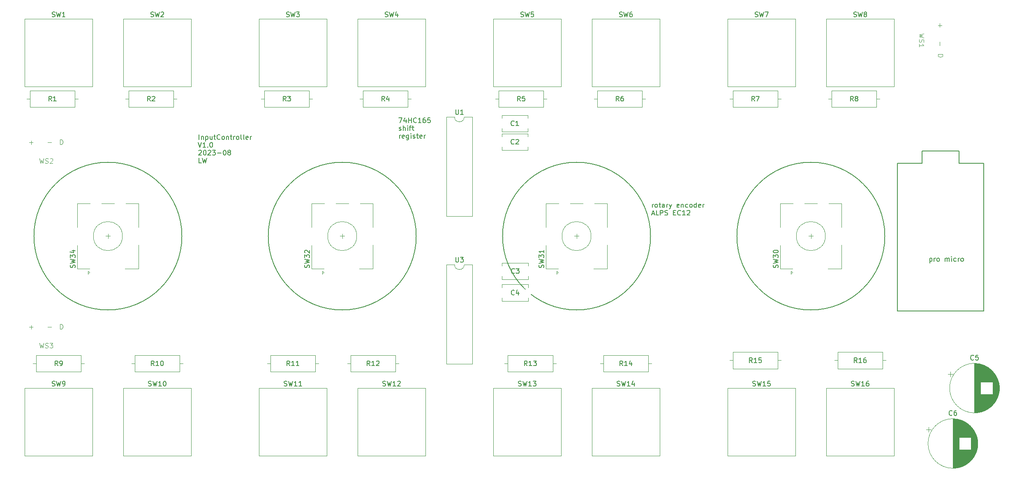
<source format=gto>
G04 #@! TF.GenerationSoftware,KiCad,Pcbnew,7.0.6*
G04 #@! TF.CreationDate,2023-08-29T18:11:44+02:00*
G04 #@! TF.ProjectId,photo console,70686f74-6f20-4636-9f6e-736f6c652e6b,rev?*
G04 #@! TF.SameCoordinates,Original*
G04 #@! TF.FileFunction,Legend,Top*
G04 #@! TF.FilePolarity,Positive*
%FSLAX46Y46*%
G04 Gerber Fmt 4.6, Leading zero omitted, Abs format (unit mm)*
G04 Created by KiCad (PCBNEW 7.0.6) date 2023-08-29 18:11:44*
%MOMM*%
%LPD*%
G01*
G04 APERTURE LIST*
%ADD10C,0.150000*%
%ADD11C,0.100000*%
%ADD12C,0.120000*%
%ADD13R,1.600000X1.600000*%
%ADD14C,1.600000*%
%ADD15C,1.700000*%
%ADD16C,4.000000*%
%ADD17C,2.200000*%
%ADD18O,1.600000X1.600000*%
%ADD19C,1.524000*%
%ADD20R,2.000000X2.000000*%
%ADD21C,2.000000*%
%ADD22C,2.800000*%
G04 APERTURE END LIST*
D10*
X172722050Y-88650000D02*
G75*
G03*
X172722050Y-88650000I-15242050J0D01*
G01*
X124462050Y-88650000D02*
G75*
G03*
X124462050Y-88650000I-15242050J0D01*
G01*
X76202050Y-88650000D02*
G75*
G03*
X76202050Y-88650000I-15242050J0D01*
G01*
X220982050Y-88650000D02*
G75*
G03*
X220982050Y-88650000I-15242050J0D01*
G01*
X230206779Y-93183152D02*
X230206779Y-94183152D01*
X230206779Y-93230771D02*
X230302017Y-93183152D01*
X230302017Y-93183152D02*
X230492493Y-93183152D01*
X230492493Y-93183152D02*
X230587731Y-93230771D01*
X230587731Y-93230771D02*
X230635350Y-93278390D01*
X230635350Y-93278390D02*
X230682969Y-93373628D01*
X230682969Y-93373628D02*
X230682969Y-93659342D01*
X230682969Y-93659342D02*
X230635350Y-93754580D01*
X230635350Y-93754580D02*
X230587731Y-93802200D01*
X230587731Y-93802200D02*
X230492493Y-93849819D01*
X230492493Y-93849819D02*
X230302017Y-93849819D01*
X230302017Y-93849819D02*
X230206779Y-93802200D01*
X231111541Y-93849819D02*
X231111541Y-93183152D01*
X231111541Y-93373628D02*
X231159160Y-93278390D01*
X231159160Y-93278390D02*
X231206779Y-93230771D01*
X231206779Y-93230771D02*
X231302017Y-93183152D01*
X231302017Y-93183152D02*
X231397255Y-93183152D01*
X231873446Y-93849819D02*
X231778208Y-93802200D01*
X231778208Y-93802200D02*
X231730589Y-93754580D01*
X231730589Y-93754580D02*
X231682970Y-93659342D01*
X231682970Y-93659342D02*
X231682970Y-93373628D01*
X231682970Y-93373628D02*
X231730589Y-93278390D01*
X231730589Y-93278390D02*
X231778208Y-93230771D01*
X231778208Y-93230771D02*
X231873446Y-93183152D01*
X231873446Y-93183152D02*
X232016303Y-93183152D01*
X232016303Y-93183152D02*
X232111541Y-93230771D01*
X232111541Y-93230771D02*
X232159160Y-93278390D01*
X232159160Y-93278390D02*
X232206779Y-93373628D01*
X232206779Y-93373628D02*
X232206779Y-93659342D01*
X232206779Y-93659342D02*
X232159160Y-93754580D01*
X232159160Y-93754580D02*
X232111541Y-93802200D01*
X232111541Y-93802200D02*
X232016303Y-93849819D01*
X232016303Y-93849819D02*
X231873446Y-93849819D01*
X233397256Y-93849819D02*
X233397256Y-93183152D01*
X233397256Y-93278390D02*
X233444875Y-93230771D01*
X233444875Y-93230771D02*
X233540113Y-93183152D01*
X233540113Y-93183152D02*
X233682970Y-93183152D01*
X233682970Y-93183152D02*
X233778208Y-93230771D01*
X233778208Y-93230771D02*
X233825827Y-93326009D01*
X233825827Y-93326009D02*
X233825827Y-93849819D01*
X233825827Y-93326009D02*
X233873446Y-93230771D01*
X233873446Y-93230771D02*
X233968684Y-93183152D01*
X233968684Y-93183152D02*
X234111541Y-93183152D01*
X234111541Y-93183152D02*
X234206780Y-93230771D01*
X234206780Y-93230771D02*
X234254399Y-93326009D01*
X234254399Y-93326009D02*
X234254399Y-93849819D01*
X234730589Y-93849819D02*
X234730589Y-93183152D01*
X234730589Y-92849819D02*
X234682970Y-92897438D01*
X234682970Y-92897438D02*
X234730589Y-92945057D01*
X234730589Y-92945057D02*
X234778208Y-92897438D01*
X234778208Y-92897438D02*
X234730589Y-92849819D01*
X234730589Y-92849819D02*
X234730589Y-92945057D01*
X235635350Y-93802200D02*
X235540112Y-93849819D01*
X235540112Y-93849819D02*
X235349636Y-93849819D01*
X235349636Y-93849819D02*
X235254398Y-93802200D01*
X235254398Y-93802200D02*
X235206779Y-93754580D01*
X235206779Y-93754580D02*
X235159160Y-93659342D01*
X235159160Y-93659342D02*
X235159160Y-93373628D01*
X235159160Y-93373628D02*
X235206779Y-93278390D01*
X235206779Y-93278390D02*
X235254398Y-93230771D01*
X235254398Y-93230771D02*
X235349636Y-93183152D01*
X235349636Y-93183152D02*
X235540112Y-93183152D01*
X235540112Y-93183152D02*
X235635350Y-93230771D01*
X236063922Y-93849819D02*
X236063922Y-93183152D01*
X236063922Y-93373628D02*
X236111541Y-93278390D01*
X236111541Y-93278390D02*
X236159160Y-93230771D01*
X236159160Y-93230771D02*
X236254398Y-93183152D01*
X236254398Y-93183152D02*
X236349636Y-93183152D01*
X236825827Y-93849819D02*
X236730589Y-93802200D01*
X236730589Y-93802200D02*
X236682970Y-93754580D01*
X236682970Y-93754580D02*
X236635351Y-93659342D01*
X236635351Y-93659342D02*
X236635351Y-93373628D01*
X236635351Y-93373628D02*
X236682970Y-93278390D01*
X236682970Y-93278390D02*
X236730589Y-93230771D01*
X236730589Y-93230771D02*
X236825827Y-93183152D01*
X236825827Y-93183152D02*
X236968684Y-93183152D01*
X236968684Y-93183152D02*
X237063922Y-93230771D01*
X237063922Y-93230771D02*
X237111541Y-93278390D01*
X237111541Y-93278390D02*
X237159160Y-93373628D01*
X237159160Y-93373628D02*
X237159160Y-93659342D01*
X237159160Y-93659342D02*
X237111541Y-93754580D01*
X237111541Y-93754580D02*
X237063922Y-93802200D01*
X237063922Y-93802200D02*
X236968684Y-93849819D01*
X236968684Y-93849819D02*
X236825827Y-93849819D01*
X120891541Y-64229819D02*
X121558207Y-64229819D01*
X121558207Y-64229819D02*
X121129636Y-65229819D01*
X122367731Y-64563152D02*
X122367731Y-65229819D01*
X122129636Y-64182200D02*
X121891541Y-64896485D01*
X121891541Y-64896485D02*
X122510588Y-64896485D01*
X122891541Y-65229819D02*
X122891541Y-64229819D01*
X122891541Y-64706009D02*
X123462969Y-64706009D01*
X123462969Y-65229819D02*
X123462969Y-64229819D01*
X124510588Y-65134580D02*
X124462969Y-65182200D01*
X124462969Y-65182200D02*
X124320112Y-65229819D01*
X124320112Y-65229819D02*
X124224874Y-65229819D01*
X124224874Y-65229819D02*
X124082017Y-65182200D01*
X124082017Y-65182200D02*
X123986779Y-65086961D01*
X123986779Y-65086961D02*
X123939160Y-64991723D01*
X123939160Y-64991723D02*
X123891541Y-64801247D01*
X123891541Y-64801247D02*
X123891541Y-64658390D01*
X123891541Y-64658390D02*
X123939160Y-64467914D01*
X123939160Y-64467914D02*
X123986779Y-64372676D01*
X123986779Y-64372676D02*
X124082017Y-64277438D01*
X124082017Y-64277438D02*
X124224874Y-64229819D01*
X124224874Y-64229819D02*
X124320112Y-64229819D01*
X124320112Y-64229819D02*
X124462969Y-64277438D01*
X124462969Y-64277438D02*
X124510588Y-64325057D01*
X125462969Y-65229819D02*
X124891541Y-65229819D01*
X125177255Y-65229819D02*
X125177255Y-64229819D01*
X125177255Y-64229819D02*
X125082017Y-64372676D01*
X125082017Y-64372676D02*
X124986779Y-64467914D01*
X124986779Y-64467914D02*
X124891541Y-64515533D01*
X126320112Y-64229819D02*
X126129636Y-64229819D01*
X126129636Y-64229819D02*
X126034398Y-64277438D01*
X126034398Y-64277438D02*
X125986779Y-64325057D01*
X125986779Y-64325057D02*
X125891541Y-64467914D01*
X125891541Y-64467914D02*
X125843922Y-64658390D01*
X125843922Y-64658390D02*
X125843922Y-65039342D01*
X125843922Y-65039342D02*
X125891541Y-65134580D01*
X125891541Y-65134580D02*
X125939160Y-65182200D01*
X125939160Y-65182200D02*
X126034398Y-65229819D01*
X126034398Y-65229819D02*
X126224874Y-65229819D01*
X126224874Y-65229819D02*
X126320112Y-65182200D01*
X126320112Y-65182200D02*
X126367731Y-65134580D01*
X126367731Y-65134580D02*
X126415350Y-65039342D01*
X126415350Y-65039342D02*
X126415350Y-64801247D01*
X126415350Y-64801247D02*
X126367731Y-64706009D01*
X126367731Y-64706009D02*
X126320112Y-64658390D01*
X126320112Y-64658390D02*
X126224874Y-64610771D01*
X126224874Y-64610771D02*
X126034398Y-64610771D01*
X126034398Y-64610771D02*
X125939160Y-64658390D01*
X125939160Y-64658390D02*
X125891541Y-64706009D01*
X125891541Y-64706009D02*
X125843922Y-64801247D01*
X127320112Y-64229819D02*
X126843922Y-64229819D01*
X126843922Y-64229819D02*
X126796303Y-64706009D01*
X126796303Y-64706009D02*
X126843922Y-64658390D01*
X126843922Y-64658390D02*
X126939160Y-64610771D01*
X126939160Y-64610771D02*
X127177255Y-64610771D01*
X127177255Y-64610771D02*
X127272493Y-64658390D01*
X127272493Y-64658390D02*
X127320112Y-64706009D01*
X127320112Y-64706009D02*
X127367731Y-64801247D01*
X127367731Y-64801247D02*
X127367731Y-65039342D01*
X127367731Y-65039342D02*
X127320112Y-65134580D01*
X127320112Y-65134580D02*
X127272493Y-65182200D01*
X127272493Y-65182200D02*
X127177255Y-65229819D01*
X127177255Y-65229819D02*
X126939160Y-65229819D01*
X126939160Y-65229819D02*
X126843922Y-65182200D01*
X126843922Y-65182200D02*
X126796303Y-65134580D01*
X120939160Y-66792200D02*
X121034398Y-66839819D01*
X121034398Y-66839819D02*
X121224874Y-66839819D01*
X121224874Y-66839819D02*
X121320112Y-66792200D01*
X121320112Y-66792200D02*
X121367731Y-66696961D01*
X121367731Y-66696961D02*
X121367731Y-66649342D01*
X121367731Y-66649342D02*
X121320112Y-66554104D01*
X121320112Y-66554104D02*
X121224874Y-66506485D01*
X121224874Y-66506485D02*
X121082017Y-66506485D01*
X121082017Y-66506485D02*
X120986779Y-66458866D01*
X120986779Y-66458866D02*
X120939160Y-66363628D01*
X120939160Y-66363628D02*
X120939160Y-66316009D01*
X120939160Y-66316009D02*
X120986779Y-66220771D01*
X120986779Y-66220771D02*
X121082017Y-66173152D01*
X121082017Y-66173152D02*
X121224874Y-66173152D01*
X121224874Y-66173152D02*
X121320112Y-66220771D01*
X121796303Y-66839819D02*
X121796303Y-65839819D01*
X122224874Y-66839819D02*
X122224874Y-66316009D01*
X122224874Y-66316009D02*
X122177255Y-66220771D01*
X122177255Y-66220771D02*
X122082017Y-66173152D01*
X122082017Y-66173152D02*
X121939160Y-66173152D01*
X121939160Y-66173152D02*
X121843922Y-66220771D01*
X121843922Y-66220771D02*
X121796303Y-66268390D01*
X122701065Y-66839819D02*
X122701065Y-66173152D01*
X122701065Y-65839819D02*
X122653446Y-65887438D01*
X122653446Y-65887438D02*
X122701065Y-65935057D01*
X122701065Y-65935057D02*
X122748684Y-65887438D01*
X122748684Y-65887438D02*
X122701065Y-65839819D01*
X122701065Y-65839819D02*
X122701065Y-65935057D01*
X123034398Y-66173152D02*
X123415350Y-66173152D01*
X123177255Y-66839819D02*
X123177255Y-65982676D01*
X123177255Y-65982676D02*
X123224874Y-65887438D01*
X123224874Y-65887438D02*
X123320112Y-65839819D01*
X123320112Y-65839819D02*
X123415350Y-65839819D01*
X123605827Y-66173152D02*
X123986779Y-66173152D01*
X123748684Y-65839819D02*
X123748684Y-66696961D01*
X123748684Y-66696961D02*
X123796303Y-66792200D01*
X123796303Y-66792200D02*
X123891541Y-66839819D01*
X123891541Y-66839819D02*
X123986779Y-66839819D01*
X120986779Y-68449819D02*
X120986779Y-67783152D01*
X120986779Y-67973628D02*
X121034398Y-67878390D01*
X121034398Y-67878390D02*
X121082017Y-67830771D01*
X121082017Y-67830771D02*
X121177255Y-67783152D01*
X121177255Y-67783152D02*
X121272493Y-67783152D01*
X121986779Y-68402200D02*
X121891541Y-68449819D01*
X121891541Y-68449819D02*
X121701065Y-68449819D01*
X121701065Y-68449819D02*
X121605827Y-68402200D01*
X121605827Y-68402200D02*
X121558208Y-68306961D01*
X121558208Y-68306961D02*
X121558208Y-67926009D01*
X121558208Y-67926009D02*
X121605827Y-67830771D01*
X121605827Y-67830771D02*
X121701065Y-67783152D01*
X121701065Y-67783152D02*
X121891541Y-67783152D01*
X121891541Y-67783152D02*
X121986779Y-67830771D01*
X121986779Y-67830771D02*
X122034398Y-67926009D01*
X122034398Y-67926009D02*
X122034398Y-68021247D01*
X122034398Y-68021247D02*
X121558208Y-68116485D01*
X122891541Y-67783152D02*
X122891541Y-68592676D01*
X122891541Y-68592676D02*
X122843922Y-68687914D01*
X122843922Y-68687914D02*
X122796303Y-68735533D01*
X122796303Y-68735533D02*
X122701065Y-68783152D01*
X122701065Y-68783152D02*
X122558208Y-68783152D01*
X122558208Y-68783152D02*
X122462970Y-68735533D01*
X122891541Y-68402200D02*
X122796303Y-68449819D01*
X122796303Y-68449819D02*
X122605827Y-68449819D01*
X122605827Y-68449819D02*
X122510589Y-68402200D01*
X122510589Y-68402200D02*
X122462970Y-68354580D01*
X122462970Y-68354580D02*
X122415351Y-68259342D01*
X122415351Y-68259342D02*
X122415351Y-67973628D01*
X122415351Y-67973628D02*
X122462970Y-67878390D01*
X122462970Y-67878390D02*
X122510589Y-67830771D01*
X122510589Y-67830771D02*
X122605827Y-67783152D01*
X122605827Y-67783152D02*
X122796303Y-67783152D01*
X122796303Y-67783152D02*
X122891541Y-67830771D01*
X123367732Y-68449819D02*
X123367732Y-67783152D01*
X123367732Y-67449819D02*
X123320113Y-67497438D01*
X123320113Y-67497438D02*
X123367732Y-67545057D01*
X123367732Y-67545057D02*
X123415351Y-67497438D01*
X123415351Y-67497438D02*
X123367732Y-67449819D01*
X123367732Y-67449819D02*
X123367732Y-67545057D01*
X123796303Y-68402200D02*
X123891541Y-68449819D01*
X123891541Y-68449819D02*
X124082017Y-68449819D01*
X124082017Y-68449819D02*
X124177255Y-68402200D01*
X124177255Y-68402200D02*
X124224874Y-68306961D01*
X124224874Y-68306961D02*
X124224874Y-68259342D01*
X124224874Y-68259342D02*
X124177255Y-68164104D01*
X124177255Y-68164104D02*
X124082017Y-68116485D01*
X124082017Y-68116485D02*
X123939160Y-68116485D01*
X123939160Y-68116485D02*
X123843922Y-68068866D01*
X123843922Y-68068866D02*
X123796303Y-67973628D01*
X123796303Y-67973628D02*
X123796303Y-67926009D01*
X123796303Y-67926009D02*
X123843922Y-67830771D01*
X123843922Y-67830771D02*
X123939160Y-67783152D01*
X123939160Y-67783152D02*
X124082017Y-67783152D01*
X124082017Y-67783152D02*
X124177255Y-67830771D01*
X124510589Y-67783152D02*
X124891541Y-67783152D01*
X124653446Y-67449819D02*
X124653446Y-68306961D01*
X124653446Y-68306961D02*
X124701065Y-68402200D01*
X124701065Y-68402200D02*
X124796303Y-68449819D01*
X124796303Y-68449819D02*
X124891541Y-68449819D01*
X125605827Y-68402200D02*
X125510589Y-68449819D01*
X125510589Y-68449819D02*
X125320113Y-68449819D01*
X125320113Y-68449819D02*
X125224875Y-68402200D01*
X125224875Y-68402200D02*
X125177256Y-68306961D01*
X125177256Y-68306961D02*
X125177256Y-67926009D01*
X125177256Y-67926009D02*
X125224875Y-67830771D01*
X125224875Y-67830771D02*
X125320113Y-67783152D01*
X125320113Y-67783152D02*
X125510589Y-67783152D01*
X125510589Y-67783152D02*
X125605827Y-67830771D01*
X125605827Y-67830771D02*
X125653446Y-67926009D01*
X125653446Y-67926009D02*
X125653446Y-68021247D01*
X125653446Y-68021247D02*
X125177256Y-68116485D01*
X126082018Y-68449819D02*
X126082018Y-67783152D01*
X126082018Y-67973628D02*
X126129637Y-67878390D01*
X126129637Y-67878390D02*
X126177256Y-67830771D01*
X126177256Y-67830771D02*
X126272494Y-67783152D01*
X126272494Y-67783152D02*
X126367732Y-67783152D01*
X79711779Y-68699819D02*
X79711779Y-67699819D01*
X80187969Y-68033152D02*
X80187969Y-68699819D01*
X80187969Y-68128390D02*
X80235588Y-68080771D01*
X80235588Y-68080771D02*
X80330826Y-68033152D01*
X80330826Y-68033152D02*
X80473683Y-68033152D01*
X80473683Y-68033152D02*
X80568921Y-68080771D01*
X80568921Y-68080771D02*
X80616540Y-68176009D01*
X80616540Y-68176009D02*
X80616540Y-68699819D01*
X81092731Y-68033152D02*
X81092731Y-69033152D01*
X81092731Y-68080771D02*
X81187969Y-68033152D01*
X81187969Y-68033152D02*
X81378445Y-68033152D01*
X81378445Y-68033152D02*
X81473683Y-68080771D01*
X81473683Y-68080771D02*
X81521302Y-68128390D01*
X81521302Y-68128390D02*
X81568921Y-68223628D01*
X81568921Y-68223628D02*
X81568921Y-68509342D01*
X81568921Y-68509342D02*
X81521302Y-68604580D01*
X81521302Y-68604580D02*
X81473683Y-68652200D01*
X81473683Y-68652200D02*
X81378445Y-68699819D01*
X81378445Y-68699819D02*
X81187969Y-68699819D01*
X81187969Y-68699819D02*
X81092731Y-68652200D01*
X82426064Y-68033152D02*
X82426064Y-68699819D01*
X81997493Y-68033152D02*
X81997493Y-68556961D01*
X81997493Y-68556961D02*
X82045112Y-68652200D01*
X82045112Y-68652200D02*
X82140350Y-68699819D01*
X82140350Y-68699819D02*
X82283207Y-68699819D01*
X82283207Y-68699819D02*
X82378445Y-68652200D01*
X82378445Y-68652200D02*
X82426064Y-68604580D01*
X82759398Y-68033152D02*
X83140350Y-68033152D01*
X82902255Y-67699819D02*
X82902255Y-68556961D01*
X82902255Y-68556961D02*
X82949874Y-68652200D01*
X82949874Y-68652200D02*
X83045112Y-68699819D01*
X83045112Y-68699819D02*
X83140350Y-68699819D01*
X84045112Y-68604580D02*
X83997493Y-68652200D01*
X83997493Y-68652200D02*
X83854636Y-68699819D01*
X83854636Y-68699819D02*
X83759398Y-68699819D01*
X83759398Y-68699819D02*
X83616541Y-68652200D01*
X83616541Y-68652200D02*
X83521303Y-68556961D01*
X83521303Y-68556961D02*
X83473684Y-68461723D01*
X83473684Y-68461723D02*
X83426065Y-68271247D01*
X83426065Y-68271247D02*
X83426065Y-68128390D01*
X83426065Y-68128390D02*
X83473684Y-67937914D01*
X83473684Y-67937914D02*
X83521303Y-67842676D01*
X83521303Y-67842676D02*
X83616541Y-67747438D01*
X83616541Y-67747438D02*
X83759398Y-67699819D01*
X83759398Y-67699819D02*
X83854636Y-67699819D01*
X83854636Y-67699819D02*
X83997493Y-67747438D01*
X83997493Y-67747438D02*
X84045112Y-67795057D01*
X84616541Y-68699819D02*
X84521303Y-68652200D01*
X84521303Y-68652200D02*
X84473684Y-68604580D01*
X84473684Y-68604580D02*
X84426065Y-68509342D01*
X84426065Y-68509342D02*
X84426065Y-68223628D01*
X84426065Y-68223628D02*
X84473684Y-68128390D01*
X84473684Y-68128390D02*
X84521303Y-68080771D01*
X84521303Y-68080771D02*
X84616541Y-68033152D01*
X84616541Y-68033152D02*
X84759398Y-68033152D01*
X84759398Y-68033152D02*
X84854636Y-68080771D01*
X84854636Y-68080771D02*
X84902255Y-68128390D01*
X84902255Y-68128390D02*
X84949874Y-68223628D01*
X84949874Y-68223628D02*
X84949874Y-68509342D01*
X84949874Y-68509342D02*
X84902255Y-68604580D01*
X84902255Y-68604580D02*
X84854636Y-68652200D01*
X84854636Y-68652200D02*
X84759398Y-68699819D01*
X84759398Y-68699819D02*
X84616541Y-68699819D01*
X85378446Y-68033152D02*
X85378446Y-68699819D01*
X85378446Y-68128390D02*
X85426065Y-68080771D01*
X85426065Y-68080771D02*
X85521303Y-68033152D01*
X85521303Y-68033152D02*
X85664160Y-68033152D01*
X85664160Y-68033152D02*
X85759398Y-68080771D01*
X85759398Y-68080771D02*
X85807017Y-68176009D01*
X85807017Y-68176009D02*
X85807017Y-68699819D01*
X86140351Y-68033152D02*
X86521303Y-68033152D01*
X86283208Y-67699819D02*
X86283208Y-68556961D01*
X86283208Y-68556961D02*
X86330827Y-68652200D01*
X86330827Y-68652200D02*
X86426065Y-68699819D01*
X86426065Y-68699819D02*
X86521303Y-68699819D01*
X86854637Y-68699819D02*
X86854637Y-68033152D01*
X86854637Y-68223628D02*
X86902256Y-68128390D01*
X86902256Y-68128390D02*
X86949875Y-68080771D01*
X86949875Y-68080771D02*
X87045113Y-68033152D01*
X87045113Y-68033152D02*
X87140351Y-68033152D01*
X87616542Y-68699819D02*
X87521304Y-68652200D01*
X87521304Y-68652200D02*
X87473685Y-68604580D01*
X87473685Y-68604580D02*
X87426066Y-68509342D01*
X87426066Y-68509342D02*
X87426066Y-68223628D01*
X87426066Y-68223628D02*
X87473685Y-68128390D01*
X87473685Y-68128390D02*
X87521304Y-68080771D01*
X87521304Y-68080771D02*
X87616542Y-68033152D01*
X87616542Y-68033152D02*
X87759399Y-68033152D01*
X87759399Y-68033152D02*
X87854637Y-68080771D01*
X87854637Y-68080771D02*
X87902256Y-68128390D01*
X87902256Y-68128390D02*
X87949875Y-68223628D01*
X87949875Y-68223628D02*
X87949875Y-68509342D01*
X87949875Y-68509342D02*
X87902256Y-68604580D01*
X87902256Y-68604580D02*
X87854637Y-68652200D01*
X87854637Y-68652200D02*
X87759399Y-68699819D01*
X87759399Y-68699819D02*
X87616542Y-68699819D01*
X88521304Y-68699819D02*
X88426066Y-68652200D01*
X88426066Y-68652200D02*
X88378447Y-68556961D01*
X88378447Y-68556961D02*
X88378447Y-67699819D01*
X89045114Y-68699819D02*
X88949876Y-68652200D01*
X88949876Y-68652200D02*
X88902257Y-68556961D01*
X88902257Y-68556961D02*
X88902257Y-67699819D01*
X89807019Y-68652200D02*
X89711781Y-68699819D01*
X89711781Y-68699819D02*
X89521305Y-68699819D01*
X89521305Y-68699819D02*
X89426067Y-68652200D01*
X89426067Y-68652200D02*
X89378448Y-68556961D01*
X89378448Y-68556961D02*
X89378448Y-68176009D01*
X89378448Y-68176009D02*
X89426067Y-68080771D01*
X89426067Y-68080771D02*
X89521305Y-68033152D01*
X89521305Y-68033152D02*
X89711781Y-68033152D01*
X89711781Y-68033152D02*
X89807019Y-68080771D01*
X89807019Y-68080771D02*
X89854638Y-68176009D01*
X89854638Y-68176009D02*
X89854638Y-68271247D01*
X89854638Y-68271247D02*
X89378448Y-68366485D01*
X90283210Y-68699819D02*
X90283210Y-68033152D01*
X90283210Y-68223628D02*
X90330829Y-68128390D01*
X90330829Y-68128390D02*
X90378448Y-68080771D01*
X90378448Y-68080771D02*
X90473686Y-68033152D01*
X90473686Y-68033152D02*
X90568924Y-68033152D01*
X79568922Y-69309819D02*
X79902255Y-70309819D01*
X79902255Y-70309819D02*
X80235588Y-69309819D01*
X81092731Y-70309819D02*
X80521303Y-70309819D01*
X80807017Y-70309819D02*
X80807017Y-69309819D01*
X80807017Y-69309819D02*
X80711779Y-69452676D01*
X80711779Y-69452676D02*
X80616541Y-69547914D01*
X80616541Y-69547914D02*
X80521303Y-69595533D01*
X81521303Y-70214580D02*
X81568922Y-70262200D01*
X81568922Y-70262200D02*
X81521303Y-70309819D01*
X81521303Y-70309819D02*
X81473684Y-70262200D01*
X81473684Y-70262200D02*
X81521303Y-70214580D01*
X81521303Y-70214580D02*
X81521303Y-70309819D01*
X82187969Y-69309819D02*
X82283207Y-69309819D01*
X82283207Y-69309819D02*
X82378445Y-69357438D01*
X82378445Y-69357438D02*
X82426064Y-69405057D01*
X82426064Y-69405057D02*
X82473683Y-69500295D01*
X82473683Y-69500295D02*
X82521302Y-69690771D01*
X82521302Y-69690771D02*
X82521302Y-69928866D01*
X82521302Y-69928866D02*
X82473683Y-70119342D01*
X82473683Y-70119342D02*
X82426064Y-70214580D01*
X82426064Y-70214580D02*
X82378445Y-70262200D01*
X82378445Y-70262200D02*
X82283207Y-70309819D01*
X82283207Y-70309819D02*
X82187969Y-70309819D01*
X82187969Y-70309819D02*
X82092731Y-70262200D01*
X82092731Y-70262200D02*
X82045112Y-70214580D01*
X82045112Y-70214580D02*
X81997493Y-70119342D01*
X81997493Y-70119342D02*
X81949874Y-69928866D01*
X81949874Y-69928866D02*
X81949874Y-69690771D01*
X81949874Y-69690771D02*
X81997493Y-69500295D01*
X81997493Y-69500295D02*
X82045112Y-69405057D01*
X82045112Y-69405057D02*
X82092731Y-69357438D01*
X82092731Y-69357438D02*
X82187969Y-69309819D01*
X79664160Y-71015057D02*
X79711779Y-70967438D01*
X79711779Y-70967438D02*
X79807017Y-70919819D01*
X79807017Y-70919819D02*
X80045112Y-70919819D01*
X80045112Y-70919819D02*
X80140350Y-70967438D01*
X80140350Y-70967438D02*
X80187969Y-71015057D01*
X80187969Y-71015057D02*
X80235588Y-71110295D01*
X80235588Y-71110295D02*
X80235588Y-71205533D01*
X80235588Y-71205533D02*
X80187969Y-71348390D01*
X80187969Y-71348390D02*
X79616541Y-71919819D01*
X79616541Y-71919819D02*
X80235588Y-71919819D01*
X80854636Y-70919819D02*
X80949874Y-70919819D01*
X80949874Y-70919819D02*
X81045112Y-70967438D01*
X81045112Y-70967438D02*
X81092731Y-71015057D01*
X81092731Y-71015057D02*
X81140350Y-71110295D01*
X81140350Y-71110295D02*
X81187969Y-71300771D01*
X81187969Y-71300771D02*
X81187969Y-71538866D01*
X81187969Y-71538866D02*
X81140350Y-71729342D01*
X81140350Y-71729342D02*
X81092731Y-71824580D01*
X81092731Y-71824580D02*
X81045112Y-71872200D01*
X81045112Y-71872200D02*
X80949874Y-71919819D01*
X80949874Y-71919819D02*
X80854636Y-71919819D01*
X80854636Y-71919819D02*
X80759398Y-71872200D01*
X80759398Y-71872200D02*
X80711779Y-71824580D01*
X80711779Y-71824580D02*
X80664160Y-71729342D01*
X80664160Y-71729342D02*
X80616541Y-71538866D01*
X80616541Y-71538866D02*
X80616541Y-71300771D01*
X80616541Y-71300771D02*
X80664160Y-71110295D01*
X80664160Y-71110295D02*
X80711779Y-71015057D01*
X80711779Y-71015057D02*
X80759398Y-70967438D01*
X80759398Y-70967438D02*
X80854636Y-70919819D01*
X81568922Y-71015057D02*
X81616541Y-70967438D01*
X81616541Y-70967438D02*
X81711779Y-70919819D01*
X81711779Y-70919819D02*
X81949874Y-70919819D01*
X81949874Y-70919819D02*
X82045112Y-70967438D01*
X82045112Y-70967438D02*
X82092731Y-71015057D01*
X82092731Y-71015057D02*
X82140350Y-71110295D01*
X82140350Y-71110295D02*
X82140350Y-71205533D01*
X82140350Y-71205533D02*
X82092731Y-71348390D01*
X82092731Y-71348390D02*
X81521303Y-71919819D01*
X81521303Y-71919819D02*
X82140350Y-71919819D01*
X82473684Y-70919819D02*
X83092731Y-70919819D01*
X83092731Y-70919819D02*
X82759398Y-71300771D01*
X82759398Y-71300771D02*
X82902255Y-71300771D01*
X82902255Y-71300771D02*
X82997493Y-71348390D01*
X82997493Y-71348390D02*
X83045112Y-71396009D01*
X83045112Y-71396009D02*
X83092731Y-71491247D01*
X83092731Y-71491247D02*
X83092731Y-71729342D01*
X83092731Y-71729342D02*
X83045112Y-71824580D01*
X83045112Y-71824580D02*
X82997493Y-71872200D01*
X82997493Y-71872200D02*
X82902255Y-71919819D01*
X82902255Y-71919819D02*
X82616541Y-71919819D01*
X82616541Y-71919819D02*
X82521303Y-71872200D01*
X82521303Y-71872200D02*
X82473684Y-71824580D01*
X83521303Y-71538866D02*
X84283208Y-71538866D01*
X84949874Y-70919819D02*
X85045112Y-70919819D01*
X85045112Y-70919819D02*
X85140350Y-70967438D01*
X85140350Y-70967438D02*
X85187969Y-71015057D01*
X85187969Y-71015057D02*
X85235588Y-71110295D01*
X85235588Y-71110295D02*
X85283207Y-71300771D01*
X85283207Y-71300771D02*
X85283207Y-71538866D01*
X85283207Y-71538866D02*
X85235588Y-71729342D01*
X85235588Y-71729342D02*
X85187969Y-71824580D01*
X85187969Y-71824580D02*
X85140350Y-71872200D01*
X85140350Y-71872200D02*
X85045112Y-71919819D01*
X85045112Y-71919819D02*
X84949874Y-71919819D01*
X84949874Y-71919819D02*
X84854636Y-71872200D01*
X84854636Y-71872200D02*
X84807017Y-71824580D01*
X84807017Y-71824580D02*
X84759398Y-71729342D01*
X84759398Y-71729342D02*
X84711779Y-71538866D01*
X84711779Y-71538866D02*
X84711779Y-71300771D01*
X84711779Y-71300771D02*
X84759398Y-71110295D01*
X84759398Y-71110295D02*
X84807017Y-71015057D01*
X84807017Y-71015057D02*
X84854636Y-70967438D01*
X84854636Y-70967438D02*
X84949874Y-70919819D01*
X85854636Y-71348390D02*
X85759398Y-71300771D01*
X85759398Y-71300771D02*
X85711779Y-71253152D01*
X85711779Y-71253152D02*
X85664160Y-71157914D01*
X85664160Y-71157914D02*
X85664160Y-71110295D01*
X85664160Y-71110295D02*
X85711779Y-71015057D01*
X85711779Y-71015057D02*
X85759398Y-70967438D01*
X85759398Y-70967438D02*
X85854636Y-70919819D01*
X85854636Y-70919819D02*
X86045112Y-70919819D01*
X86045112Y-70919819D02*
X86140350Y-70967438D01*
X86140350Y-70967438D02*
X86187969Y-71015057D01*
X86187969Y-71015057D02*
X86235588Y-71110295D01*
X86235588Y-71110295D02*
X86235588Y-71157914D01*
X86235588Y-71157914D02*
X86187969Y-71253152D01*
X86187969Y-71253152D02*
X86140350Y-71300771D01*
X86140350Y-71300771D02*
X86045112Y-71348390D01*
X86045112Y-71348390D02*
X85854636Y-71348390D01*
X85854636Y-71348390D02*
X85759398Y-71396009D01*
X85759398Y-71396009D02*
X85711779Y-71443628D01*
X85711779Y-71443628D02*
X85664160Y-71538866D01*
X85664160Y-71538866D02*
X85664160Y-71729342D01*
X85664160Y-71729342D02*
X85711779Y-71824580D01*
X85711779Y-71824580D02*
X85759398Y-71872200D01*
X85759398Y-71872200D02*
X85854636Y-71919819D01*
X85854636Y-71919819D02*
X86045112Y-71919819D01*
X86045112Y-71919819D02*
X86140350Y-71872200D01*
X86140350Y-71872200D02*
X86187969Y-71824580D01*
X86187969Y-71824580D02*
X86235588Y-71729342D01*
X86235588Y-71729342D02*
X86235588Y-71538866D01*
X86235588Y-71538866D02*
X86187969Y-71443628D01*
X86187969Y-71443628D02*
X86140350Y-71396009D01*
X86140350Y-71396009D02*
X86045112Y-71348390D01*
X80187969Y-73529819D02*
X79711779Y-73529819D01*
X79711779Y-73529819D02*
X79711779Y-72529819D01*
X80426065Y-72529819D02*
X80664160Y-73529819D01*
X80664160Y-73529819D02*
X80854636Y-72815533D01*
X80854636Y-72815533D02*
X81045112Y-73529819D01*
X81045112Y-73529819D02*
X81283208Y-72529819D01*
X173056779Y-82714819D02*
X173056779Y-82048152D01*
X173056779Y-82238628D02*
X173104398Y-82143390D01*
X173104398Y-82143390D02*
X173152017Y-82095771D01*
X173152017Y-82095771D02*
X173247255Y-82048152D01*
X173247255Y-82048152D02*
X173342493Y-82048152D01*
X173818684Y-82714819D02*
X173723446Y-82667200D01*
X173723446Y-82667200D02*
X173675827Y-82619580D01*
X173675827Y-82619580D02*
X173628208Y-82524342D01*
X173628208Y-82524342D02*
X173628208Y-82238628D01*
X173628208Y-82238628D02*
X173675827Y-82143390D01*
X173675827Y-82143390D02*
X173723446Y-82095771D01*
X173723446Y-82095771D02*
X173818684Y-82048152D01*
X173818684Y-82048152D02*
X173961541Y-82048152D01*
X173961541Y-82048152D02*
X174056779Y-82095771D01*
X174056779Y-82095771D02*
X174104398Y-82143390D01*
X174104398Y-82143390D02*
X174152017Y-82238628D01*
X174152017Y-82238628D02*
X174152017Y-82524342D01*
X174152017Y-82524342D02*
X174104398Y-82619580D01*
X174104398Y-82619580D02*
X174056779Y-82667200D01*
X174056779Y-82667200D02*
X173961541Y-82714819D01*
X173961541Y-82714819D02*
X173818684Y-82714819D01*
X174437732Y-82048152D02*
X174818684Y-82048152D01*
X174580589Y-81714819D02*
X174580589Y-82571961D01*
X174580589Y-82571961D02*
X174628208Y-82667200D01*
X174628208Y-82667200D02*
X174723446Y-82714819D01*
X174723446Y-82714819D02*
X174818684Y-82714819D01*
X175580589Y-82714819D02*
X175580589Y-82191009D01*
X175580589Y-82191009D02*
X175532970Y-82095771D01*
X175532970Y-82095771D02*
X175437732Y-82048152D01*
X175437732Y-82048152D02*
X175247256Y-82048152D01*
X175247256Y-82048152D02*
X175152018Y-82095771D01*
X175580589Y-82667200D02*
X175485351Y-82714819D01*
X175485351Y-82714819D02*
X175247256Y-82714819D01*
X175247256Y-82714819D02*
X175152018Y-82667200D01*
X175152018Y-82667200D02*
X175104399Y-82571961D01*
X175104399Y-82571961D02*
X175104399Y-82476723D01*
X175104399Y-82476723D02*
X175152018Y-82381485D01*
X175152018Y-82381485D02*
X175247256Y-82333866D01*
X175247256Y-82333866D02*
X175485351Y-82333866D01*
X175485351Y-82333866D02*
X175580589Y-82286247D01*
X176056780Y-82714819D02*
X176056780Y-82048152D01*
X176056780Y-82238628D02*
X176104399Y-82143390D01*
X176104399Y-82143390D02*
X176152018Y-82095771D01*
X176152018Y-82095771D02*
X176247256Y-82048152D01*
X176247256Y-82048152D02*
X176342494Y-82048152D01*
X176580590Y-82048152D02*
X176818685Y-82714819D01*
X177056780Y-82048152D02*
X176818685Y-82714819D01*
X176818685Y-82714819D02*
X176723447Y-82952914D01*
X176723447Y-82952914D02*
X176675828Y-83000533D01*
X176675828Y-83000533D02*
X176580590Y-83048152D01*
X178580590Y-82667200D02*
X178485352Y-82714819D01*
X178485352Y-82714819D02*
X178294876Y-82714819D01*
X178294876Y-82714819D02*
X178199638Y-82667200D01*
X178199638Y-82667200D02*
X178152019Y-82571961D01*
X178152019Y-82571961D02*
X178152019Y-82191009D01*
X178152019Y-82191009D02*
X178199638Y-82095771D01*
X178199638Y-82095771D02*
X178294876Y-82048152D01*
X178294876Y-82048152D02*
X178485352Y-82048152D01*
X178485352Y-82048152D02*
X178580590Y-82095771D01*
X178580590Y-82095771D02*
X178628209Y-82191009D01*
X178628209Y-82191009D02*
X178628209Y-82286247D01*
X178628209Y-82286247D02*
X178152019Y-82381485D01*
X179056781Y-82048152D02*
X179056781Y-82714819D01*
X179056781Y-82143390D02*
X179104400Y-82095771D01*
X179104400Y-82095771D02*
X179199638Y-82048152D01*
X179199638Y-82048152D02*
X179342495Y-82048152D01*
X179342495Y-82048152D02*
X179437733Y-82095771D01*
X179437733Y-82095771D02*
X179485352Y-82191009D01*
X179485352Y-82191009D02*
X179485352Y-82714819D01*
X180390114Y-82667200D02*
X180294876Y-82714819D01*
X180294876Y-82714819D02*
X180104400Y-82714819D01*
X180104400Y-82714819D02*
X180009162Y-82667200D01*
X180009162Y-82667200D02*
X179961543Y-82619580D01*
X179961543Y-82619580D02*
X179913924Y-82524342D01*
X179913924Y-82524342D02*
X179913924Y-82238628D01*
X179913924Y-82238628D02*
X179961543Y-82143390D01*
X179961543Y-82143390D02*
X180009162Y-82095771D01*
X180009162Y-82095771D02*
X180104400Y-82048152D01*
X180104400Y-82048152D02*
X180294876Y-82048152D01*
X180294876Y-82048152D02*
X180390114Y-82095771D01*
X180961543Y-82714819D02*
X180866305Y-82667200D01*
X180866305Y-82667200D02*
X180818686Y-82619580D01*
X180818686Y-82619580D02*
X180771067Y-82524342D01*
X180771067Y-82524342D02*
X180771067Y-82238628D01*
X180771067Y-82238628D02*
X180818686Y-82143390D01*
X180818686Y-82143390D02*
X180866305Y-82095771D01*
X180866305Y-82095771D02*
X180961543Y-82048152D01*
X180961543Y-82048152D02*
X181104400Y-82048152D01*
X181104400Y-82048152D02*
X181199638Y-82095771D01*
X181199638Y-82095771D02*
X181247257Y-82143390D01*
X181247257Y-82143390D02*
X181294876Y-82238628D01*
X181294876Y-82238628D02*
X181294876Y-82524342D01*
X181294876Y-82524342D02*
X181247257Y-82619580D01*
X181247257Y-82619580D02*
X181199638Y-82667200D01*
X181199638Y-82667200D02*
X181104400Y-82714819D01*
X181104400Y-82714819D02*
X180961543Y-82714819D01*
X182152019Y-82714819D02*
X182152019Y-81714819D01*
X182152019Y-82667200D02*
X182056781Y-82714819D01*
X182056781Y-82714819D02*
X181866305Y-82714819D01*
X181866305Y-82714819D02*
X181771067Y-82667200D01*
X181771067Y-82667200D02*
X181723448Y-82619580D01*
X181723448Y-82619580D02*
X181675829Y-82524342D01*
X181675829Y-82524342D02*
X181675829Y-82238628D01*
X181675829Y-82238628D02*
X181723448Y-82143390D01*
X181723448Y-82143390D02*
X181771067Y-82095771D01*
X181771067Y-82095771D02*
X181866305Y-82048152D01*
X181866305Y-82048152D02*
X182056781Y-82048152D01*
X182056781Y-82048152D02*
X182152019Y-82095771D01*
X183009162Y-82667200D02*
X182913924Y-82714819D01*
X182913924Y-82714819D02*
X182723448Y-82714819D01*
X182723448Y-82714819D02*
X182628210Y-82667200D01*
X182628210Y-82667200D02*
X182580591Y-82571961D01*
X182580591Y-82571961D02*
X182580591Y-82191009D01*
X182580591Y-82191009D02*
X182628210Y-82095771D01*
X182628210Y-82095771D02*
X182723448Y-82048152D01*
X182723448Y-82048152D02*
X182913924Y-82048152D01*
X182913924Y-82048152D02*
X183009162Y-82095771D01*
X183009162Y-82095771D02*
X183056781Y-82191009D01*
X183056781Y-82191009D02*
X183056781Y-82286247D01*
X183056781Y-82286247D02*
X182580591Y-82381485D01*
X183485353Y-82714819D02*
X183485353Y-82048152D01*
X183485353Y-82238628D02*
X183532972Y-82143390D01*
X183532972Y-82143390D02*
X183580591Y-82095771D01*
X183580591Y-82095771D02*
X183675829Y-82048152D01*
X183675829Y-82048152D02*
X183771067Y-82048152D01*
X173009160Y-84039104D02*
X173485350Y-84039104D01*
X172913922Y-84324819D02*
X173247255Y-83324819D01*
X173247255Y-83324819D02*
X173580588Y-84324819D01*
X174390112Y-84324819D02*
X173913922Y-84324819D01*
X173913922Y-84324819D02*
X173913922Y-83324819D01*
X174723446Y-84324819D02*
X174723446Y-83324819D01*
X174723446Y-83324819D02*
X175104398Y-83324819D01*
X175104398Y-83324819D02*
X175199636Y-83372438D01*
X175199636Y-83372438D02*
X175247255Y-83420057D01*
X175247255Y-83420057D02*
X175294874Y-83515295D01*
X175294874Y-83515295D02*
X175294874Y-83658152D01*
X175294874Y-83658152D02*
X175247255Y-83753390D01*
X175247255Y-83753390D02*
X175199636Y-83801009D01*
X175199636Y-83801009D02*
X175104398Y-83848628D01*
X175104398Y-83848628D02*
X174723446Y-83848628D01*
X175675827Y-84277200D02*
X175818684Y-84324819D01*
X175818684Y-84324819D02*
X176056779Y-84324819D01*
X176056779Y-84324819D02*
X176152017Y-84277200D01*
X176152017Y-84277200D02*
X176199636Y-84229580D01*
X176199636Y-84229580D02*
X176247255Y-84134342D01*
X176247255Y-84134342D02*
X176247255Y-84039104D01*
X176247255Y-84039104D02*
X176199636Y-83943866D01*
X176199636Y-83943866D02*
X176152017Y-83896247D01*
X176152017Y-83896247D02*
X176056779Y-83848628D01*
X176056779Y-83848628D02*
X175866303Y-83801009D01*
X175866303Y-83801009D02*
X175771065Y-83753390D01*
X175771065Y-83753390D02*
X175723446Y-83705771D01*
X175723446Y-83705771D02*
X175675827Y-83610533D01*
X175675827Y-83610533D02*
X175675827Y-83515295D01*
X175675827Y-83515295D02*
X175723446Y-83420057D01*
X175723446Y-83420057D02*
X175771065Y-83372438D01*
X175771065Y-83372438D02*
X175866303Y-83324819D01*
X175866303Y-83324819D02*
X176104398Y-83324819D01*
X176104398Y-83324819D02*
X176247255Y-83372438D01*
X177437732Y-83801009D02*
X177771065Y-83801009D01*
X177913922Y-84324819D02*
X177437732Y-84324819D01*
X177437732Y-84324819D02*
X177437732Y-83324819D01*
X177437732Y-83324819D02*
X177913922Y-83324819D01*
X178913922Y-84229580D02*
X178866303Y-84277200D01*
X178866303Y-84277200D02*
X178723446Y-84324819D01*
X178723446Y-84324819D02*
X178628208Y-84324819D01*
X178628208Y-84324819D02*
X178485351Y-84277200D01*
X178485351Y-84277200D02*
X178390113Y-84181961D01*
X178390113Y-84181961D02*
X178342494Y-84086723D01*
X178342494Y-84086723D02*
X178294875Y-83896247D01*
X178294875Y-83896247D02*
X178294875Y-83753390D01*
X178294875Y-83753390D02*
X178342494Y-83562914D01*
X178342494Y-83562914D02*
X178390113Y-83467676D01*
X178390113Y-83467676D02*
X178485351Y-83372438D01*
X178485351Y-83372438D02*
X178628208Y-83324819D01*
X178628208Y-83324819D02*
X178723446Y-83324819D01*
X178723446Y-83324819D02*
X178866303Y-83372438D01*
X178866303Y-83372438D02*
X178913922Y-83420057D01*
X179866303Y-84324819D02*
X179294875Y-84324819D01*
X179580589Y-84324819D02*
X179580589Y-83324819D01*
X179580589Y-83324819D02*
X179485351Y-83467676D01*
X179485351Y-83467676D02*
X179390113Y-83562914D01*
X179390113Y-83562914D02*
X179294875Y-83610533D01*
X180247256Y-83420057D02*
X180294875Y-83372438D01*
X180294875Y-83372438D02*
X180390113Y-83324819D01*
X180390113Y-83324819D02*
X180628208Y-83324819D01*
X180628208Y-83324819D02*
X180723446Y-83372438D01*
X180723446Y-83372438D02*
X180771065Y-83420057D01*
X180771065Y-83420057D02*
X180818684Y-83515295D01*
X180818684Y-83515295D02*
X180818684Y-83610533D01*
X180818684Y-83610533D02*
X180771065Y-83753390D01*
X180771065Y-83753390D02*
X180199637Y-84324819D01*
X180199637Y-84324819D02*
X180818684Y-84324819D01*
X214090476Y-119533200D02*
X214233333Y-119580819D01*
X214233333Y-119580819D02*
X214471428Y-119580819D01*
X214471428Y-119580819D02*
X214566666Y-119533200D01*
X214566666Y-119533200D02*
X214614285Y-119485580D01*
X214614285Y-119485580D02*
X214661904Y-119390342D01*
X214661904Y-119390342D02*
X214661904Y-119295104D01*
X214661904Y-119295104D02*
X214614285Y-119199866D01*
X214614285Y-119199866D02*
X214566666Y-119152247D01*
X214566666Y-119152247D02*
X214471428Y-119104628D01*
X214471428Y-119104628D02*
X214280952Y-119057009D01*
X214280952Y-119057009D02*
X214185714Y-119009390D01*
X214185714Y-119009390D02*
X214138095Y-118961771D01*
X214138095Y-118961771D02*
X214090476Y-118866533D01*
X214090476Y-118866533D02*
X214090476Y-118771295D01*
X214090476Y-118771295D02*
X214138095Y-118676057D01*
X214138095Y-118676057D02*
X214185714Y-118628438D01*
X214185714Y-118628438D02*
X214280952Y-118580819D01*
X214280952Y-118580819D02*
X214519047Y-118580819D01*
X214519047Y-118580819D02*
X214661904Y-118628438D01*
X214995238Y-118580819D02*
X215233333Y-119580819D01*
X215233333Y-119580819D02*
X215423809Y-118866533D01*
X215423809Y-118866533D02*
X215614285Y-119580819D01*
X215614285Y-119580819D02*
X215852381Y-118580819D01*
X216757142Y-119580819D02*
X216185714Y-119580819D01*
X216471428Y-119580819D02*
X216471428Y-118580819D01*
X216471428Y-118580819D02*
X216376190Y-118723676D01*
X216376190Y-118723676D02*
X216280952Y-118818914D01*
X216280952Y-118818914D02*
X216185714Y-118866533D01*
X217614285Y-118580819D02*
X217423809Y-118580819D01*
X217423809Y-118580819D02*
X217328571Y-118628438D01*
X217328571Y-118628438D02*
X217280952Y-118676057D01*
X217280952Y-118676057D02*
X217185714Y-118818914D01*
X217185714Y-118818914D02*
X217138095Y-119009390D01*
X217138095Y-119009390D02*
X217138095Y-119390342D01*
X217138095Y-119390342D02*
X217185714Y-119485580D01*
X217185714Y-119485580D02*
X217233333Y-119533200D01*
X217233333Y-119533200D02*
X217328571Y-119580819D01*
X217328571Y-119580819D02*
X217519047Y-119580819D01*
X217519047Y-119580819D02*
X217614285Y-119533200D01*
X217614285Y-119533200D02*
X217661904Y-119485580D01*
X217661904Y-119485580D02*
X217709523Y-119390342D01*
X217709523Y-119390342D02*
X217709523Y-119152247D01*
X217709523Y-119152247D02*
X217661904Y-119057009D01*
X217661904Y-119057009D02*
X217614285Y-119009390D01*
X217614285Y-119009390D02*
X217519047Y-118961771D01*
X217519047Y-118961771D02*
X217328571Y-118961771D01*
X217328571Y-118961771D02*
X217233333Y-119009390D01*
X217233333Y-119009390D02*
X217185714Y-119057009D01*
X217185714Y-119057009D02*
X217138095Y-119152247D01*
X193770476Y-119533200D02*
X193913333Y-119580819D01*
X193913333Y-119580819D02*
X194151428Y-119580819D01*
X194151428Y-119580819D02*
X194246666Y-119533200D01*
X194246666Y-119533200D02*
X194294285Y-119485580D01*
X194294285Y-119485580D02*
X194341904Y-119390342D01*
X194341904Y-119390342D02*
X194341904Y-119295104D01*
X194341904Y-119295104D02*
X194294285Y-119199866D01*
X194294285Y-119199866D02*
X194246666Y-119152247D01*
X194246666Y-119152247D02*
X194151428Y-119104628D01*
X194151428Y-119104628D02*
X193960952Y-119057009D01*
X193960952Y-119057009D02*
X193865714Y-119009390D01*
X193865714Y-119009390D02*
X193818095Y-118961771D01*
X193818095Y-118961771D02*
X193770476Y-118866533D01*
X193770476Y-118866533D02*
X193770476Y-118771295D01*
X193770476Y-118771295D02*
X193818095Y-118676057D01*
X193818095Y-118676057D02*
X193865714Y-118628438D01*
X193865714Y-118628438D02*
X193960952Y-118580819D01*
X193960952Y-118580819D02*
X194199047Y-118580819D01*
X194199047Y-118580819D02*
X194341904Y-118628438D01*
X194675238Y-118580819D02*
X194913333Y-119580819D01*
X194913333Y-119580819D02*
X195103809Y-118866533D01*
X195103809Y-118866533D02*
X195294285Y-119580819D01*
X195294285Y-119580819D02*
X195532381Y-118580819D01*
X196437142Y-119580819D02*
X195865714Y-119580819D01*
X196151428Y-119580819D02*
X196151428Y-118580819D01*
X196151428Y-118580819D02*
X196056190Y-118723676D01*
X196056190Y-118723676D02*
X195960952Y-118818914D01*
X195960952Y-118818914D02*
X195865714Y-118866533D01*
X197341904Y-118580819D02*
X196865714Y-118580819D01*
X196865714Y-118580819D02*
X196818095Y-119057009D01*
X196818095Y-119057009D02*
X196865714Y-119009390D01*
X196865714Y-119009390D02*
X196960952Y-118961771D01*
X196960952Y-118961771D02*
X197199047Y-118961771D01*
X197199047Y-118961771D02*
X197294285Y-119009390D01*
X197294285Y-119009390D02*
X197341904Y-119057009D01*
X197341904Y-119057009D02*
X197389523Y-119152247D01*
X197389523Y-119152247D02*
X197389523Y-119390342D01*
X197389523Y-119390342D02*
X197341904Y-119485580D01*
X197341904Y-119485580D02*
X197294285Y-119533200D01*
X197294285Y-119533200D02*
X197199047Y-119580819D01*
X197199047Y-119580819D02*
X196960952Y-119580819D01*
X196960952Y-119580819D02*
X196865714Y-119533200D01*
X196865714Y-119533200D02*
X196818095Y-119485580D01*
X165830476Y-119533200D02*
X165973333Y-119580819D01*
X165973333Y-119580819D02*
X166211428Y-119580819D01*
X166211428Y-119580819D02*
X166306666Y-119533200D01*
X166306666Y-119533200D02*
X166354285Y-119485580D01*
X166354285Y-119485580D02*
X166401904Y-119390342D01*
X166401904Y-119390342D02*
X166401904Y-119295104D01*
X166401904Y-119295104D02*
X166354285Y-119199866D01*
X166354285Y-119199866D02*
X166306666Y-119152247D01*
X166306666Y-119152247D02*
X166211428Y-119104628D01*
X166211428Y-119104628D02*
X166020952Y-119057009D01*
X166020952Y-119057009D02*
X165925714Y-119009390D01*
X165925714Y-119009390D02*
X165878095Y-118961771D01*
X165878095Y-118961771D02*
X165830476Y-118866533D01*
X165830476Y-118866533D02*
X165830476Y-118771295D01*
X165830476Y-118771295D02*
X165878095Y-118676057D01*
X165878095Y-118676057D02*
X165925714Y-118628438D01*
X165925714Y-118628438D02*
X166020952Y-118580819D01*
X166020952Y-118580819D02*
X166259047Y-118580819D01*
X166259047Y-118580819D02*
X166401904Y-118628438D01*
X166735238Y-118580819D02*
X166973333Y-119580819D01*
X166973333Y-119580819D02*
X167163809Y-118866533D01*
X167163809Y-118866533D02*
X167354285Y-119580819D01*
X167354285Y-119580819D02*
X167592381Y-118580819D01*
X168497142Y-119580819D02*
X167925714Y-119580819D01*
X168211428Y-119580819D02*
X168211428Y-118580819D01*
X168211428Y-118580819D02*
X168116190Y-118723676D01*
X168116190Y-118723676D02*
X168020952Y-118818914D01*
X168020952Y-118818914D02*
X167925714Y-118866533D01*
X169354285Y-118914152D02*
X169354285Y-119580819D01*
X169116190Y-118533200D02*
X168878095Y-119247485D01*
X168878095Y-119247485D02*
X169497142Y-119247485D01*
X145510476Y-119533200D02*
X145653333Y-119580819D01*
X145653333Y-119580819D02*
X145891428Y-119580819D01*
X145891428Y-119580819D02*
X145986666Y-119533200D01*
X145986666Y-119533200D02*
X146034285Y-119485580D01*
X146034285Y-119485580D02*
X146081904Y-119390342D01*
X146081904Y-119390342D02*
X146081904Y-119295104D01*
X146081904Y-119295104D02*
X146034285Y-119199866D01*
X146034285Y-119199866D02*
X145986666Y-119152247D01*
X145986666Y-119152247D02*
X145891428Y-119104628D01*
X145891428Y-119104628D02*
X145700952Y-119057009D01*
X145700952Y-119057009D02*
X145605714Y-119009390D01*
X145605714Y-119009390D02*
X145558095Y-118961771D01*
X145558095Y-118961771D02*
X145510476Y-118866533D01*
X145510476Y-118866533D02*
X145510476Y-118771295D01*
X145510476Y-118771295D02*
X145558095Y-118676057D01*
X145558095Y-118676057D02*
X145605714Y-118628438D01*
X145605714Y-118628438D02*
X145700952Y-118580819D01*
X145700952Y-118580819D02*
X145939047Y-118580819D01*
X145939047Y-118580819D02*
X146081904Y-118628438D01*
X146415238Y-118580819D02*
X146653333Y-119580819D01*
X146653333Y-119580819D02*
X146843809Y-118866533D01*
X146843809Y-118866533D02*
X147034285Y-119580819D01*
X147034285Y-119580819D02*
X147272381Y-118580819D01*
X148177142Y-119580819D02*
X147605714Y-119580819D01*
X147891428Y-119580819D02*
X147891428Y-118580819D01*
X147891428Y-118580819D02*
X147796190Y-118723676D01*
X147796190Y-118723676D02*
X147700952Y-118818914D01*
X147700952Y-118818914D02*
X147605714Y-118866533D01*
X148510476Y-118580819D02*
X149129523Y-118580819D01*
X149129523Y-118580819D02*
X148796190Y-118961771D01*
X148796190Y-118961771D02*
X148939047Y-118961771D01*
X148939047Y-118961771D02*
X149034285Y-119009390D01*
X149034285Y-119009390D02*
X149081904Y-119057009D01*
X149081904Y-119057009D02*
X149129523Y-119152247D01*
X149129523Y-119152247D02*
X149129523Y-119390342D01*
X149129523Y-119390342D02*
X149081904Y-119485580D01*
X149081904Y-119485580D02*
X149034285Y-119533200D01*
X149034285Y-119533200D02*
X148939047Y-119580819D01*
X148939047Y-119580819D02*
X148653333Y-119580819D01*
X148653333Y-119580819D02*
X148558095Y-119533200D01*
X148558095Y-119533200D02*
X148510476Y-119485580D01*
X117570476Y-119533200D02*
X117713333Y-119580819D01*
X117713333Y-119580819D02*
X117951428Y-119580819D01*
X117951428Y-119580819D02*
X118046666Y-119533200D01*
X118046666Y-119533200D02*
X118094285Y-119485580D01*
X118094285Y-119485580D02*
X118141904Y-119390342D01*
X118141904Y-119390342D02*
X118141904Y-119295104D01*
X118141904Y-119295104D02*
X118094285Y-119199866D01*
X118094285Y-119199866D02*
X118046666Y-119152247D01*
X118046666Y-119152247D02*
X117951428Y-119104628D01*
X117951428Y-119104628D02*
X117760952Y-119057009D01*
X117760952Y-119057009D02*
X117665714Y-119009390D01*
X117665714Y-119009390D02*
X117618095Y-118961771D01*
X117618095Y-118961771D02*
X117570476Y-118866533D01*
X117570476Y-118866533D02*
X117570476Y-118771295D01*
X117570476Y-118771295D02*
X117618095Y-118676057D01*
X117618095Y-118676057D02*
X117665714Y-118628438D01*
X117665714Y-118628438D02*
X117760952Y-118580819D01*
X117760952Y-118580819D02*
X117999047Y-118580819D01*
X117999047Y-118580819D02*
X118141904Y-118628438D01*
X118475238Y-118580819D02*
X118713333Y-119580819D01*
X118713333Y-119580819D02*
X118903809Y-118866533D01*
X118903809Y-118866533D02*
X119094285Y-119580819D01*
X119094285Y-119580819D02*
X119332381Y-118580819D01*
X120237142Y-119580819D02*
X119665714Y-119580819D01*
X119951428Y-119580819D02*
X119951428Y-118580819D01*
X119951428Y-118580819D02*
X119856190Y-118723676D01*
X119856190Y-118723676D02*
X119760952Y-118818914D01*
X119760952Y-118818914D02*
X119665714Y-118866533D01*
X120618095Y-118676057D02*
X120665714Y-118628438D01*
X120665714Y-118628438D02*
X120760952Y-118580819D01*
X120760952Y-118580819D02*
X120999047Y-118580819D01*
X120999047Y-118580819D02*
X121094285Y-118628438D01*
X121094285Y-118628438D02*
X121141904Y-118676057D01*
X121141904Y-118676057D02*
X121189523Y-118771295D01*
X121189523Y-118771295D02*
X121189523Y-118866533D01*
X121189523Y-118866533D02*
X121141904Y-119009390D01*
X121141904Y-119009390D02*
X120570476Y-119580819D01*
X120570476Y-119580819D02*
X121189523Y-119580819D01*
X97250476Y-119533200D02*
X97393333Y-119580819D01*
X97393333Y-119580819D02*
X97631428Y-119580819D01*
X97631428Y-119580819D02*
X97726666Y-119533200D01*
X97726666Y-119533200D02*
X97774285Y-119485580D01*
X97774285Y-119485580D02*
X97821904Y-119390342D01*
X97821904Y-119390342D02*
X97821904Y-119295104D01*
X97821904Y-119295104D02*
X97774285Y-119199866D01*
X97774285Y-119199866D02*
X97726666Y-119152247D01*
X97726666Y-119152247D02*
X97631428Y-119104628D01*
X97631428Y-119104628D02*
X97440952Y-119057009D01*
X97440952Y-119057009D02*
X97345714Y-119009390D01*
X97345714Y-119009390D02*
X97298095Y-118961771D01*
X97298095Y-118961771D02*
X97250476Y-118866533D01*
X97250476Y-118866533D02*
X97250476Y-118771295D01*
X97250476Y-118771295D02*
X97298095Y-118676057D01*
X97298095Y-118676057D02*
X97345714Y-118628438D01*
X97345714Y-118628438D02*
X97440952Y-118580819D01*
X97440952Y-118580819D02*
X97679047Y-118580819D01*
X97679047Y-118580819D02*
X97821904Y-118628438D01*
X98155238Y-118580819D02*
X98393333Y-119580819D01*
X98393333Y-119580819D02*
X98583809Y-118866533D01*
X98583809Y-118866533D02*
X98774285Y-119580819D01*
X98774285Y-119580819D02*
X99012381Y-118580819D01*
X99917142Y-119580819D02*
X99345714Y-119580819D01*
X99631428Y-119580819D02*
X99631428Y-118580819D01*
X99631428Y-118580819D02*
X99536190Y-118723676D01*
X99536190Y-118723676D02*
X99440952Y-118818914D01*
X99440952Y-118818914D02*
X99345714Y-118866533D01*
X100869523Y-119580819D02*
X100298095Y-119580819D01*
X100583809Y-119580819D02*
X100583809Y-118580819D01*
X100583809Y-118580819D02*
X100488571Y-118723676D01*
X100488571Y-118723676D02*
X100393333Y-118818914D01*
X100393333Y-118818914D02*
X100298095Y-118866533D01*
X69310476Y-119533200D02*
X69453333Y-119580819D01*
X69453333Y-119580819D02*
X69691428Y-119580819D01*
X69691428Y-119580819D02*
X69786666Y-119533200D01*
X69786666Y-119533200D02*
X69834285Y-119485580D01*
X69834285Y-119485580D02*
X69881904Y-119390342D01*
X69881904Y-119390342D02*
X69881904Y-119295104D01*
X69881904Y-119295104D02*
X69834285Y-119199866D01*
X69834285Y-119199866D02*
X69786666Y-119152247D01*
X69786666Y-119152247D02*
X69691428Y-119104628D01*
X69691428Y-119104628D02*
X69500952Y-119057009D01*
X69500952Y-119057009D02*
X69405714Y-119009390D01*
X69405714Y-119009390D02*
X69358095Y-118961771D01*
X69358095Y-118961771D02*
X69310476Y-118866533D01*
X69310476Y-118866533D02*
X69310476Y-118771295D01*
X69310476Y-118771295D02*
X69358095Y-118676057D01*
X69358095Y-118676057D02*
X69405714Y-118628438D01*
X69405714Y-118628438D02*
X69500952Y-118580819D01*
X69500952Y-118580819D02*
X69739047Y-118580819D01*
X69739047Y-118580819D02*
X69881904Y-118628438D01*
X70215238Y-118580819D02*
X70453333Y-119580819D01*
X70453333Y-119580819D02*
X70643809Y-118866533D01*
X70643809Y-118866533D02*
X70834285Y-119580819D01*
X70834285Y-119580819D02*
X71072381Y-118580819D01*
X71977142Y-119580819D02*
X71405714Y-119580819D01*
X71691428Y-119580819D02*
X71691428Y-118580819D01*
X71691428Y-118580819D02*
X71596190Y-118723676D01*
X71596190Y-118723676D02*
X71500952Y-118818914D01*
X71500952Y-118818914D02*
X71405714Y-118866533D01*
X72596190Y-118580819D02*
X72691428Y-118580819D01*
X72691428Y-118580819D02*
X72786666Y-118628438D01*
X72786666Y-118628438D02*
X72834285Y-118676057D01*
X72834285Y-118676057D02*
X72881904Y-118771295D01*
X72881904Y-118771295D02*
X72929523Y-118961771D01*
X72929523Y-118961771D02*
X72929523Y-119199866D01*
X72929523Y-119199866D02*
X72881904Y-119390342D01*
X72881904Y-119390342D02*
X72834285Y-119485580D01*
X72834285Y-119485580D02*
X72786666Y-119533200D01*
X72786666Y-119533200D02*
X72691428Y-119580819D01*
X72691428Y-119580819D02*
X72596190Y-119580819D01*
X72596190Y-119580819D02*
X72500952Y-119533200D01*
X72500952Y-119533200D02*
X72453333Y-119485580D01*
X72453333Y-119485580D02*
X72405714Y-119390342D01*
X72405714Y-119390342D02*
X72358095Y-119199866D01*
X72358095Y-119199866D02*
X72358095Y-118961771D01*
X72358095Y-118961771D02*
X72405714Y-118771295D01*
X72405714Y-118771295D02*
X72453333Y-118676057D01*
X72453333Y-118676057D02*
X72500952Y-118628438D01*
X72500952Y-118628438D02*
X72596190Y-118580819D01*
X49466667Y-119533200D02*
X49609524Y-119580819D01*
X49609524Y-119580819D02*
X49847619Y-119580819D01*
X49847619Y-119580819D02*
X49942857Y-119533200D01*
X49942857Y-119533200D02*
X49990476Y-119485580D01*
X49990476Y-119485580D02*
X50038095Y-119390342D01*
X50038095Y-119390342D02*
X50038095Y-119295104D01*
X50038095Y-119295104D02*
X49990476Y-119199866D01*
X49990476Y-119199866D02*
X49942857Y-119152247D01*
X49942857Y-119152247D02*
X49847619Y-119104628D01*
X49847619Y-119104628D02*
X49657143Y-119057009D01*
X49657143Y-119057009D02*
X49561905Y-119009390D01*
X49561905Y-119009390D02*
X49514286Y-118961771D01*
X49514286Y-118961771D02*
X49466667Y-118866533D01*
X49466667Y-118866533D02*
X49466667Y-118771295D01*
X49466667Y-118771295D02*
X49514286Y-118676057D01*
X49514286Y-118676057D02*
X49561905Y-118628438D01*
X49561905Y-118628438D02*
X49657143Y-118580819D01*
X49657143Y-118580819D02*
X49895238Y-118580819D01*
X49895238Y-118580819D02*
X50038095Y-118628438D01*
X50371429Y-118580819D02*
X50609524Y-119580819D01*
X50609524Y-119580819D02*
X50800000Y-118866533D01*
X50800000Y-118866533D02*
X50990476Y-119580819D01*
X50990476Y-119580819D02*
X51228572Y-118580819D01*
X51657143Y-119580819D02*
X51847619Y-119580819D01*
X51847619Y-119580819D02*
X51942857Y-119533200D01*
X51942857Y-119533200D02*
X51990476Y-119485580D01*
X51990476Y-119485580D02*
X52085714Y-119342723D01*
X52085714Y-119342723D02*
X52133333Y-119152247D01*
X52133333Y-119152247D02*
X52133333Y-118771295D01*
X52133333Y-118771295D02*
X52085714Y-118676057D01*
X52085714Y-118676057D02*
X52038095Y-118628438D01*
X52038095Y-118628438D02*
X51942857Y-118580819D01*
X51942857Y-118580819D02*
X51752381Y-118580819D01*
X51752381Y-118580819D02*
X51657143Y-118628438D01*
X51657143Y-118628438D02*
X51609524Y-118676057D01*
X51609524Y-118676057D02*
X51561905Y-118771295D01*
X51561905Y-118771295D02*
X51561905Y-119009390D01*
X51561905Y-119009390D02*
X51609524Y-119104628D01*
X51609524Y-119104628D02*
X51657143Y-119152247D01*
X51657143Y-119152247D02*
X51752381Y-119199866D01*
X51752381Y-119199866D02*
X51942857Y-119199866D01*
X51942857Y-119199866D02*
X52038095Y-119152247D01*
X52038095Y-119152247D02*
X52085714Y-119104628D01*
X52085714Y-119104628D02*
X52133333Y-119009390D01*
X214566667Y-43333200D02*
X214709524Y-43380819D01*
X214709524Y-43380819D02*
X214947619Y-43380819D01*
X214947619Y-43380819D02*
X215042857Y-43333200D01*
X215042857Y-43333200D02*
X215090476Y-43285580D01*
X215090476Y-43285580D02*
X215138095Y-43190342D01*
X215138095Y-43190342D02*
X215138095Y-43095104D01*
X215138095Y-43095104D02*
X215090476Y-42999866D01*
X215090476Y-42999866D02*
X215042857Y-42952247D01*
X215042857Y-42952247D02*
X214947619Y-42904628D01*
X214947619Y-42904628D02*
X214757143Y-42857009D01*
X214757143Y-42857009D02*
X214661905Y-42809390D01*
X214661905Y-42809390D02*
X214614286Y-42761771D01*
X214614286Y-42761771D02*
X214566667Y-42666533D01*
X214566667Y-42666533D02*
X214566667Y-42571295D01*
X214566667Y-42571295D02*
X214614286Y-42476057D01*
X214614286Y-42476057D02*
X214661905Y-42428438D01*
X214661905Y-42428438D02*
X214757143Y-42380819D01*
X214757143Y-42380819D02*
X214995238Y-42380819D01*
X214995238Y-42380819D02*
X215138095Y-42428438D01*
X215471429Y-42380819D02*
X215709524Y-43380819D01*
X215709524Y-43380819D02*
X215900000Y-42666533D01*
X215900000Y-42666533D02*
X216090476Y-43380819D01*
X216090476Y-43380819D02*
X216328572Y-42380819D01*
X216852381Y-42809390D02*
X216757143Y-42761771D01*
X216757143Y-42761771D02*
X216709524Y-42714152D01*
X216709524Y-42714152D02*
X216661905Y-42618914D01*
X216661905Y-42618914D02*
X216661905Y-42571295D01*
X216661905Y-42571295D02*
X216709524Y-42476057D01*
X216709524Y-42476057D02*
X216757143Y-42428438D01*
X216757143Y-42428438D02*
X216852381Y-42380819D01*
X216852381Y-42380819D02*
X217042857Y-42380819D01*
X217042857Y-42380819D02*
X217138095Y-42428438D01*
X217138095Y-42428438D02*
X217185714Y-42476057D01*
X217185714Y-42476057D02*
X217233333Y-42571295D01*
X217233333Y-42571295D02*
X217233333Y-42618914D01*
X217233333Y-42618914D02*
X217185714Y-42714152D01*
X217185714Y-42714152D02*
X217138095Y-42761771D01*
X217138095Y-42761771D02*
X217042857Y-42809390D01*
X217042857Y-42809390D02*
X216852381Y-42809390D01*
X216852381Y-42809390D02*
X216757143Y-42857009D01*
X216757143Y-42857009D02*
X216709524Y-42904628D01*
X216709524Y-42904628D02*
X216661905Y-42999866D01*
X216661905Y-42999866D02*
X216661905Y-43190342D01*
X216661905Y-43190342D02*
X216709524Y-43285580D01*
X216709524Y-43285580D02*
X216757143Y-43333200D01*
X216757143Y-43333200D02*
X216852381Y-43380819D01*
X216852381Y-43380819D02*
X217042857Y-43380819D01*
X217042857Y-43380819D02*
X217138095Y-43333200D01*
X217138095Y-43333200D02*
X217185714Y-43285580D01*
X217185714Y-43285580D02*
X217233333Y-43190342D01*
X217233333Y-43190342D02*
X217233333Y-42999866D01*
X217233333Y-42999866D02*
X217185714Y-42904628D01*
X217185714Y-42904628D02*
X217138095Y-42857009D01*
X217138095Y-42857009D02*
X217042857Y-42809390D01*
X194246667Y-43333200D02*
X194389524Y-43380819D01*
X194389524Y-43380819D02*
X194627619Y-43380819D01*
X194627619Y-43380819D02*
X194722857Y-43333200D01*
X194722857Y-43333200D02*
X194770476Y-43285580D01*
X194770476Y-43285580D02*
X194818095Y-43190342D01*
X194818095Y-43190342D02*
X194818095Y-43095104D01*
X194818095Y-43095104D02*
X194770476Y-42999866D01*
X194770476Y-42999866D02*
X194722857Y-42952247D01*
X194722857Y-42952247D02*
X194627619Y-42904628D01*
X194627619Y-42904628D02*
X194437143Y-42857009D01*
X194437143Y-42857009D02*
X194341905Y-42809390D01*
X194341905Y-42809390D02*
X194294286Y-42761771D01*
X194294286Y-42761771D02*
X194246667Y-42666533D01*
X194246667Y-42666533D02*
X194246667Y-42571295D01*
X194246667Y-42571295D02*
X194294286Y-42476057D01*
X194294286Y-42476057D02*
X194341905Y-42428438D01*
X194341905Y-42428438D02*
X194437143Y-42380819D01*
X194437143Y-42380819D02*
X194675238Y-42380819D01*
X194675238Y-42380819D02*
X194818095Y-42428438D01*
X195151429Y-42380819D02*
X195389524Y-43380819D01*
X195389524Y-43380819D02*
X195580000Y-42666533D01*
X195580000Y-42666533D02*
X195770476Y-43380819D01*
X195770476Y-43380819D02*
X196008572Y-42380819D01*
X196294286Y-42380819D02*
X196960952Y-42380819D01*
X196960952Y-42380819D02*
X196532381Y-43380819D01*
X166306667Y-43333200D02*
X166449524Y-43380819D01*
X166449524Y-43380819D02*
X166687619Y-43380819D01*
X166687619Y-43380819D02*
X166782857Y-43333200D01*
X166782857Y-43333200D02*
X166830476Y-43285580D01*
X166830476Y-43285580D02*
X166878095Y-43190342D01*
X166878095Y-43190342D02*
X166878095Y-43095104D01*
X166878095Y-43095104D02*
X166830476Y-42999866D01*
X166830476Y-42999866D02*
X166782857Y-42952247D01*
X166782857Y-42952247D02*
X166687619Y-42904628D01*
X166687619Y-42904628D02*
X166497143Y-42857009D01*
X166497143Y-42857009D02*
X166401905Y-42809390D01*
X166401905Y-42809390D02*
X166354286Y-42761771D01*
X166354286Y-42761771D02*
X166306667Y-42666533D01*
X166306667Y-42666533D02*
X166306667Y-42571295D01*
X166306667Y-42571295D02*
X166354286Y-42476057D01*
X166354286Y-42476057D02*
X166401905Y-42428438D01*
X166401905Y-42428438D02*
X166497143Y-42380819D01*
X166497143Y-42380819D02*
X166735238Y-42380819D01*
X166735238Y-42380819D02*
X166878095Y-42428438D01*
X167211429Y-42380819D02*
X167449524Y-43380819D01*
X167449524Y-43380819D02*
X167640000Y-42666533D01*
X167640000Y-42666533D02*
X167830476Y-43380819D01*
X167830476Y-43380819D02*
X168068572Y-42380819D01*
X168878095Y-42380819D02*
X168687619Y-42380819D01*
X168687619Y-42380819D02*
X168592381Y-42428438D01*
X168592381Y-42428438D02*
X168544762Y-42476057D01*
X168544762Y-42476057D02*
X168449524Y-42618914D01*
X168449524Y-42618914D02*
X168401905Y-42809390D01*
X168401905Y-42809390D02*
X168401905Y-43190342D01*
X168401905Y-43190342D02*
X168449524Y-43285580D01*
X168449524Y-43285580D02*
X168497143Y-43333200D01*
X168497143Y-43333200D02*
X168592381Y-43380819D01*
X168592381Y-43380819D02*
X168782857Y-43380819D01*
X168782857Y-43380819D02*
X168878095Y-43333200D01*
X168878095Y-43333200D02*
X168925714Y-43285580D01*
X168925714Y-43285580D02*
X168973333Y-43190342D01*
X168973333Y-43190342D02*
X168973333Y-42952247D01*
X168973333Y-42952247D02*
X168925714Y-42857009D01*
X168925714Y-42857009D02*
X168878095Y-42809390D01*
X168878095Y-42809390D02*
X168782857Y-42761771D01*
X168782857Y-42761771D02*
X168592381Y-42761771D01*
X168592381Y-42761771D02*
X168497143Y-42809390D01*
X168497143Y-42809390D02*
X168449524Y-42857009D01*
X168449524Y-42857009D02*
X168401905Y-42952247D01*
X145986667Y-43333200D02*
X146129524Y-43380819D01*
X146129524Y-43380819D02*
X146367619Y-43380819D01*
X146367619Y-43380819D02*
X146462857Y-43333200D01*
X146462857Y-43333200D02*
X146510476Y-43285580D01*
X146510476Y-43285580D02*
X146558095Y-43190342D01*
X146558095Y-43190342D02*
X146558095Y-43095104D01*
X146558095Y-43095104D02*
X146510476Y-42999866D01*
X146510476Y-42999866D02*
X146462857Y-42952247D01*
X146462857Y-42952247D02*
X146367619Y-42904628D01*
X146367619Y-42904628D02*
X146177143Y-42857009D01*
X146177143Y-42857009D02*
X146081905Y-42809390D01*
X146081905Y-42809390D02*
X146034286Y-42761771D01*
X146034286Y-42761771D02*
X145986667Y-42666533D01*
X145986667Y-42666533D02*
X145986667Y-42571295D01*
X145986667Y-42571295D02*
X146034286Y-42476057D01*
X146034286Y-42476057D02*
X146081905Y-42428438D01*
X146081905Y-42428438D02*
X146177143Y-42380819D01*
X146177143Y-42380819D02*
X146415238Y-42380819D01*
X146415238Y-42380819D02*
X146558095Y-42428438D01*
X146891429Y-42380819D02*
X147129524Y-43380819D01*
X147129524Y-43380819D02*
X147320000Y-42666533D01*
X147320000Y-42666533D02*
X147510476Y-43380819D01*
X147510476Y-43380819D02*
X147748572Y-42380819D01*
X148605714Y-42380819D02*
X148129524Y-42380819D01*
X148129524Y-42380819D02*
X148081905Y-42857009D01*
X148081905Y-42857009D02*
X148129524Y-42809390D01*
X148129524Y-42809390D02*
X148224762Y-42761771D01*
X148224762Y-42761771D02*
X148462857Y-42761771D01*
X148462857Y-42761771D02*
X148558095Y-42809390D01*
X148558095Y-42809390D02*
X148605714Y-42857009D01*
X148605714Y-42857009D02*
X148653333Y-42952247D01*
X148653333Y-42952247D02*
X148653333Y-43190342D01*
X148653333Y-43190342D02*
X148605714Y-43285580D01*
X148605714Y-43285580D02*
X148558095Y-43333200D01*
X148558095Y-43333200D02*
X148462857Y-43380819D01*
X148462857Y-43380819D02*
X148224762Y-43380819D01*
X148224762Y-43380819D02*
X148129524Y-43333200D01*
X148129524Y-43333200D02*
X148081905Y-43285580D01*
X118046667Y-43333200D02*
X118189524Y-43380819D01*
X118189524Y-43380819D02*
X118427619Y-43380819D01*
X118427619Y-43380819D02*
X118522857Y-43333200D01*
X118522857Y-43333200D02*
X118570476Y-43285580D01*
X118570476Y-43285580D02*
X118618095Y-43190342D01*
X118618095Y-43190342D02*
X118618095Y-43095104D01*
X118618095Y-43095104D02*
X118570476Y-42999866D01*
X118570476Y-42999866D02*
X118522857Y-42952247D01*
X118522857Y-42952247D02*
X118427619Y-42904628D01*
X118427619Y-42904628D02*
X118237143Y-42857009D01*
X118237143Y-42857009D02*
X118141905Y-42809390D01*
X118141905Y-42809390D02*
X118094286Y-42761771D01*
X118094286Y-42761771D02*
X118046667Y-42666533D01*
X118046667Y-42666533D02*
X118046667Y-42571295D01*
X118046667Y-42571295D02*
X118094286Y-42476057D01*
X118094286Y-42476057D02*
X118141905Y-42428438D01*
X118141905Y-42428438D02*
X118237143Y-42380819D01*
X118237143Y-42380819D02*
X118475238Y-42380819D01*
X118475238Y-42380819D02*
X118618095Y-42428438D01*
X118951429Y-42380819D02*
X119189524Y-43380819D01*
X119189524Y-43380819D02*
X119380000Y-42666533D01*
X119380000Y-42666533D02*
X119570476Y-43380819D01*
X119570476Y-43380819D02*
X119808572Y-42380819D01*
X120618095Y-42714152D02*
X120618095Y-43380819D01*
X120380000Y-42333200D02*
X120141905Y-43047485D01*
X120141905Y-43047485D02*
X120760952Y-43047485D01*
X97726667Y-43333200D02*
X97869524Y-43380819D01*
X97869524Y-43380819D02*
X98107619Y-43380819D01*
X98107619Y-43380819D02*
X98202857Y-43333200D01*
X98202857Y-43333200D02*
X98250476Y-43285580D01*
X98250476Y-43285580D02*
X98298095Y-43190342D01*
X98298095Y-43190342D02*
X98298095Y-43095104D01*
X98298095Y-43095104D02*
X98250476Y-42999866D01*
X98250476Y-42999866D02*
X98202857Y-42952247D01*
X98202857Y-42952247D02*
X98107619Y-42904628D01*
X98107619Y-42904628D02*
X97917143Y-42857009D01*
X97917143Y-42857009D02*
X97821905Y-42809390D01*
X97821905Y-42809390D02*
X97774286Y-42761771D01*
X97774286Y-42761771D02*
X97726667Y-42666533D01*
X97726667Y-42666533D02*
X97726667Y-42571295D01*
X97726667Y-42571295D02*
X97774286Y-42476057D01*
X97774286Y-42476057D02*
X97821905Y-42428438D01*
X97821905Y-42428438D02*
X97917143Y-42380819D01*
X97917143Y-42380819D02*
X98155238Y-42380819D01*
X98155238Y-42380819D02*
X98298095Y-42428438D01*
X98631429Y-42380819D02*
X98869524Y-43380819D01*
X98869524Y-43380819D02*
X99060000Y-42666533D01*
X99060000Y-42666533D02*
X99250476Y-43380819D01*
X99250476Y-43380819D02*
X99488572Y-42380819D01*
X99774286Y-42380819D02*
X100393333Y-42380819D01*
X100393333Y-42380819D02*
X100060000Y-42761771D01*
X100060000Y-42761771D02*
X100202857Y-42761771D01*
X100202857Y-42761771D02*
X100298095Y-42809390D01*
X100298095Y-42809390D02*
X100345714Y-42857009D01*
X100345714Y-42857009D02*
X100393333Y-42952247D01*
X100393333Y-42952247D02*
X100393333Y-43190342D01*
X100393333Y-43190342D02*
X100345714Y-43285580D01*
X100345714Y-43285580D02*
X100298095Y-43333200D01*
X100298095Y-43333200D02*
X100202857Y-43380819D01*
X100202857Y-43380819D02*
X99917143Y-43380819D01*
X99917143Y-43380819D02*
X99821905Y-43333200D01*
X99821905Y-43333200D02*
X99774286Y-43285580D01*
X69786667Y-43333200D02*
X69929524Y-43380819D01*
X69929524Y-43380819D02*
X70167619Y-43380819D01*
X70167619Y-43380819D02*
X70262857Y-43333200D01*
X70262857Y-43333200D02*
X70310476Y-43285580D01*
X70310476Y-43285580D02*
X70358095Y-43190342D01*
X70358095Y-43190342D02*
X70358095Y-43095104D01*
X70358095Y-43095104D02*
X70310476Y-42999866D01*
X70310476Y-42999866D02*
X70262857Y-42952247D01*
X70262857Y-42952247D02*
X70167619Y-42904628D01*
X70167619Y-42904628D02*
X69977143Y-42857009D01*
X69977143Y-42857009D02*
X69881905Y-42809390D01*
X69881905Y-42809390D02*
X69834286Y-42761771D01*
X69834286Y-42761771D02*
X69786667Y-42666533D01*
X69786667Y-42666533D02*
X69786667Y-42571295D01*
X69786667Y-42571295D02*
X69834286Y-42476057D01*
X69834286Y-42476057D02*
X69881905Y-42428438D01*
X69881905Y-42428438D02*
X69977143Y-42380819D01*
X69977143Y-42380819D02*
X70215238Y-42380819D01*
X70215238Y-42380819D02*
X70358095Y-42428438D01*
X70691429Y-42380819D02*
X70929524Y-43380819D01*
X70929524Y-43380819D02*
X71120000Y-42666533D01*
X71120000Y-42666533D02*
X71310476Y-43380819D01*
X71310476Y-43380819D02*
X71548572Y-42380819D01*
X71881905Y-42476057D02*
X71929524Y-42428438D01*
X71929524Y-42428438D02*
X72024762Y-42380819D01*
X72024762Y-42380819D02*
X72262857Y-42380819D01*
X72262857Y-42380819D02*
X72358095Y-42428438D01*
X72358095Y-42428438D02*
X72405714Y-42476057D01*
X72405714Y-42476057D02*
X72453333Y-42571295D01*
X72453333Y-42571295D02*
X72453333Y-42666533D01*
X72453333Y-42666533D02*
X72405714Y-42809390D01*
X72405714Y-42809390D02*
X71834286Y-43380819D01*
X71834286Y-43380819D02*
X72453333Y-43380819D01*
X49466667Y-43333200D02*
X49609524Y-43380819D01*
X49609524Y-43380819D02*
X49847619Y-43380819D01*
X49847619Y-43380819D02*
X49942857Y-43333200D01*
X49942857Y-43333200D02*
X49990476Y-43285580D01*
X49990476Y-43285580D02*
X50038095Y-43190342D01*
X50038095Y-43190342D02*
X50038095Y-43095104D01*
X50038095Y-43095104D02*
X49990476Y-42999866D01*
X49990476Y-42999866D02*
X49942857Y-42952247D01*
X49942857Y-42952247D02*
X49847619Y-42904628D01*
X49847619Y-42904628D02*
X49657143Y-42857009D01*
X49657143Y-42857009D02*
X49561905Y-42809390D01*
X49561905Y-42809390D02*
X49514286Y-42761771D01*
X49514286Y-42761771D02*
X49466667Y-42666533D01*
X49466667Y-42666533D02*
X49466667Y-42571295D01*
X49466667Y-42571295D02*
X49514286Y-42476057D01*
X49514286Y-42476057D02*
X49561905Y-42428438D01*
X49561905Y-42428438D02*
X49657143Y-42380819D01*
X49657143Y-42380819D02*
X49895238Y-42380819D01*
X49895238Y-42380819D02*
X50038095Y-42428438D01*
X50371429Y-42380819D02*
X50609524Y-43380819D01*
X50609524Y-43380819D02*
X50800000Y-42666533D01*
X50800000Y-42666533D02*
X50990476Y-43380819D01*
X50990476Y-43380819D02*
X51228572Y-42380819D01*
X52133333Y-43380819D02*
X51561905Y-43380819D01*
X51847619Y-43380819D02*
X51847619Y-42380819D01*
X51847619Y-42380819D02*
X51752381Y-42523676D01*
X51752381Y-42523676D02*
X51657143Y-42618914D01*
X51657143Y-42618914D02*
X51561905Y-42666533D01*
X166997142Y-115389819D02*
X166663809Y-114913628D01*
X166425714Y-115389819D02*
X166425714Y-114389819D01*
X166425714Y-114389819D02*
X166806666Y-114389819D01*
X166806666Y-114389819D02*
X166901904Y-114437438D01*
X166901904Y-114437438D02*
X166949523Y-114485057D01*
X166949523Y-114485057D02*
X166997142Y-114580295D01*
X166997142Y-114580295D02*
X166997142Y-114723152D01*
X166997142Y-114723152D02*
X166949523Y-114818390D01*
X166949523Y-114818390D02*
X166901904Y-114866009D01*
X166901904Y-114866009D02*
X166806666Y-114913628D01*
X166806666Y-114913628D02*
X166425714Y-114913628D01*
X167949523Y-115389819D02*
X167378095Y-115389819D01*
X167663809Y-115389819D02*
X167663809Y-114389819D01*
X167663809Y-114389819D02*
X167568571Y-114532676D01*
X167568571Y-114532676D02*
X167473333Y-114627914D01*
X167473333Y-114627914D02*
X167378095Y-114675533D01*
X168806666Y-114723152D02*
X168806666Y-115389819D01*
X168568571Y-114342200D02*
X168330476Y-115056485D01*
X168330476Y-115056485D02*
X168949523Y-115056485D01*
X193667142Y-114754819D02*
X193333809Y-114278628D01*
X193095714Y-114754819D02*
X193095714Y-113754819D01*
X193095714Y-113754819D02*
X193476666Y-113754819D01*
X193476666Y-113754819D02*
X193571904Y-113802438D01*
X193571904Y-113802438D02*
X193619523Y-113850057D01*
X193619523Y-113850057D02*
X193667142Y-113945295D01*
X193667142Y-113945295D02*
X193667142Y-114088152D01*
X193667142Y-114088152D02*
X193619523Y-114183390D01*
X193619523Y-114183390D02*
X193571904Y-114231009D01*
X193571904Y-114231009D02*
X193476666Y-114278628D01*
X193476666Y-114278628D02*
X193095714Y-114278628D01*
X194619523Y-114754819D02*
X194048095Y-114754819D01*
X194333809Y-114754819D02*
X194333809Y-113754819D01*
X194333809Y-113754819D02*
X194238571Y-113897676D01*
X194238571Y-113897676D02*
X194143333Y-113992914D01*
X194143333Y-113992914D02*
X194048095Y-114040533D01*
X195524285Y-113754819D02*
X195048095Y-113754819D01*
X195048095Y-113754819D02*
X195000476Y-114231009D01*
X195000476Y-114231009D02*
X195048095Y-114183390D01*
X195048095Y-114183390D02*
X195143333Y-114135771D01*
X195143333Y-114135771D02*
X195381428Y-114135771D01*
X195381428Y-114135771D02*
X195476666Y-114183390D01*
X195476666Y-114183390D02*
X195524285Y-114231009D01*
X195524285Y-114231009D02*
X195571904Y-114326247D01*
X195571904Y-114326247D02*
X195571904Y-114564342D01*
X195571904Y-114564342D02*
X195524285Y-114659580D01*
X195524285Y-114659580D02*
X195476666Y-114707200D01*
X195476666Y-114707200D02*
X195381428Y-114754819D01*
X195381428Y-114754819D02*
X195143333Y-114754819D01*
X195143333Y-114754819D02*
X195048095Y-114707200D01*
X195048095Y-114707200D02*
X195000476Y-114659580D01*
D11*
X46879048Y-72617419D02*
X47117143Y-73617419D01*
X47117143Y-73617419D02*
X47307619Y-72903133D01*
X47307619Y-72903133D02*
X47498095Y-73617419D01*
X47498095Y-73617419D02*
X47736191Y-72617419D01*
X48069524Y-73569800D02*
X48212381Y-73617419D01*
X48212381Y-73617419D02*
X48450476Y-73617419D01*
X48450476Y-73617419D02*
X48545714Y-73569800D01*
X48545714Y-73569800D02*
X48593333Y-73522180D01*
X48593333Y-73522180D02*
X48640952Y-73426942D01*
X48640952Y-73426942D02*
X48640952Y-73331704D01*
X48640952Y-73331704D02*
X48593333Y-73236466D01*
X48593333Y-73236466D02*
X48545714Y-73188847D01*
X48545714Y-73188847D02*
X48450476Y-73141228D01*
X48450476Y-73141228D02*
X48260000Y-73093609D01*
X48260000Y-73093609D02*
X48164762Y-73045990D01*
X48164762Y-73045990D02*
X48117143Y-72998371D01*
X48117143Y-72998371D02*
X48069524Y-72903133D01*
X48069524Y-72903133D02*
X48069524Y-72807895D01*
X48069524Y-72807895D02*
X48117143Y-72712657D01*
X48117143Y-72712657D02*
X48164762Y-72665038D01*
X48164762Y-72665038D02*
X48260000Y-72617419D01*
X48260000Y-72617419D02*
X48498095Y-72617419D01*
X48498095Y-72617419D02*
X48640952Y-72665038D01*
X49021905Y-72712657D02*
X49069524Y-72665038D01*
X49069524Y-72665038D02*
X49164762Y-72617419D01*
X49164762Y-72617419D02*
X49402857Y-72617419D01*
X49402857Y-72617419D02*
X49498095Y-72665038D01*
X49498095Y-72665038D02*
X49545714Y-72712657D01*
X49545714Y-72712657D02*
X49593333Y-72807895D01*
X49593333Y-72807895D02*
X49593333Y-72903133D01*
X49593333Y-72903133D02*
X49545714Y-73045990D01*
X49545714Y-73045990D02*
X48974286Y-73617419D01*
X48974286Y-73617419D02*
X49593333Y-73617419D01*
X44753884Y-69341466D02*
X45515789Y-69341466D01*
X45134836Y-69722419D02*
X45134836Y-68960514D01*
X48563884Y-69341466D02*
X49325789Y-69341466D01*
X51103884Y-69722419D02*
X51103884Y-68722419D01*
X51103884Y-68722419D02*
X51341979Y-68722419D01*
X51341979Y-68722419D02*
X51484836Y-68770038D01*
X51484836Y-68770038D02*
X51580074Y-68865276D01*
X51580074Y-68865276D02*
X51627693Y-68960514D01*
X51627693Y-68960514D02*
X51675312Y-69150990D01*
X51675312Y-69150990D02*
X51675312Y-69293847D01*
X51675312Y-69293847D02*
X51627693Y-69484323D01*
X51627693Y-69484323D02*
X51580074Y-69579561D01*
X51580074Y-69579561D02*
X51484836Y-69674800D01*
X51484836Y-69674800D02*
X51341979Y-69722419D01*
X51341979Y-69722419D02*
X51103884Y-69722419D01*
D10*
X144653333Y-100689580D02*
X144605714Y-100737200D01*
X144605714Y-100737200D02*
X144462857Y-100784819D01*
X144462857Y-100784819D02*
X144367619Y-100784819D01*
X144367619Y-100784819D02*
X144224762Y-100737200D01*
X144224762Y-100737200D02*
X144129524Y-100641961D01*
X144129524Y-100641961D02*
X144081905Y-100546723D01*
X144081905Y-100546723D02*
X144034286Y-100356247D01*
X144034286Y-100356247D02*
X144034286Y-100213390D01*
X144034286Y-100213390D02*
X144081905Y-100022914D01*
X144081905Y-100022914D02*
X144129524Y-99927676D01*
X144129524Y-99927676D02*
X144224762Y-99832438D01*
X144224762Y-99832438D02*
X144367619Y-99784819D01*
X144367619Y-99784819D02*
X144462857Y-99784819D01*
X144462857Y-99784819D02*
X144605714Y-99832438D01*
X144605714Y-99832438D02*
X144653333Y-99880057D01*
X145510476Y-100118152D02*
X145510476Y-100784819D01*
X145272381Y-99737200D02*
X145034286Y-100451485D01*
X145034286Y-100451485D02*
X145653333Y-100451485D01*
X214463333Y-60779819D02*
X214130000Y-60303628D01*
X213891905Y-60779819D02*
X213891905Y-59779819D01*
X213891905Y-59779819D02*
X214272857Y-59779819D01*
X214272857Y-59779819D02*
X214368095Y-59827438D01*
X214368095Y-59827438D02*
X214415714Y-59875057D01*
X214415714Y-59875057D02*
X214463333Y-59970295D01*
X214463333Y-59970295D02*
X214463333Y-60113152D01*
X214463333Y-60113152D02*
X214415714Y-60208390D01*
X214415714Y-60208390D02*
X214368095Y-60256009D01*
X214368095Y-60256009D02*
X214272857Y-60303628D01*
X214272857Y-60303628D02*
X213891905Y-60303628D01*
X215034762Y-60208390D02*
X214939524Y-60160771D01*
X214939524Y-60160771D02*
X214891905Y-60113152D01*
X214891905Y-60113152D02*
X214844286Y-60017914D01*
X214844286Y-60017914D02*
X214844286Y-59970295D01*
X214844286Y-59970295D02*
X214891905Y-59875057D01*
X214891905Y-59875057D02*
X214939524Y-59827438D01*
X214939524Y-59827438D02*
X215034762Y-59779819D01*
X215034762Y-59779819D02*
X215225238Y-59779819D01*
X215225238Y-59779819D02*
X215320476Y-59827438D01*
X215320476Y-59827438D02*
X215368095Y-59875057D01*
X215368095Y-59875057D02*
X215415714Y-59970295D01*
X215415714Y-59970295D02*
X215415714Y-60017914D01*
X215415714Y-60017914D02*
X215368095Y-60113152D01*
X215368095Y-60113152D02*
X215320476Y-60160771D01*
X215320476Y-60160771D02*
X215225238Y-60208390D01*
X215225238Y-60208390D02*
X215034762Y-60208390D01*
X215034762Y-60208390D02*
X214939524Y-60256009D01*
X214939524Y-60256009D02*
X214891905Y-60303628D01*
X214891905Y-60303628D02*
X214844286Y-60398866D01*
X214844286Y-60398866D02*
X214844286Y-60589342D01*
X214844286Y-60589342D02*
X214891905Y-60684580D01*
X214891905Y-60684580D02*
X214939524Y-60732200D01*
X214939524Y-60732200D02*
X215034762Y-60779819D01*
X215034762Y-60779819D02*
X215225238Y-60779819D01*
X215225238Y-60779819D02*
X215320476Y-60732200D01*
X215320476Y-60732200D02*
X215368095Y-60684580D01*
X215368095Y-60684580D02*
X215415714Y-60589342D01*
X215415714Y-60589342D02*
X215415714Y-60398866D01*
X215415714Y-60398866D02*
X215368095Y-60303628D01*
X215368095Y-60303628D02*
X215320476Y-60256009D01*
X215320476Y-60256009D02*
X215225238Y-60208390D01*
X98417142Y-115389819D02*
X98083809Y-114913628D01*
X97845714Y-115389819D02*
X97845714Y-114389819D01*
X97845714Y-114389819D02*
X98226666Y-114389819D01*
X98226666Y-114389819D02*
X98321904Y-114437438D01*
X98321904Y-114437438D02*
X98369523Y-114485057D01*
X98369523Y-114485057D02*
X98417142Y-114580295D01*
X98417142Y-114580295D02*
X98417142Y-114723152D01*
X98417142Y-114723152D02*
X98369523Y-114818390D01*
X98369523Y-114818390D02*
X98321904Y-114866009D01*
X98321904Y-114866009D02*
X98226666Y-114913628D01*
X98226666Y-114913628D02*
X97845714Y-114913628D01*
X99369523Y-115389819D02*
X98798095Y-115389819D01*
X99083809Y-115389819D02*
X99083809Y-114389819D01*
X99083809Y-114389819D02*
X98988571Y-114532676D01*
X98988571Y-114532676D02*
X98893333Y-114627914D01*
X98893333Y-114627914D02*
X98798095Y-114675533D01*
X100321904Y-115389819D02*
X99750476Y-115389819D01*
X100036190Y-115389819D02*
X100036190Y-114389819D01*
X100036190Y-114389819D02*
X99940952Y-114532676D01*
X99940952Y-114532676D02*
X99845714Y-114627914D01*
X99845714Y-114627914D02*
X99750476Y-114675533D01*
X117943333Y-60779819D02*
X117610000Y-60303628D01*
X117371905Y-60779819D02*
X117371905Y-59779819D01*
X117371905Y-59779819D02*
X117752857Y-59779819D01*
X117752857Y-59779819D02*
X117848095Y-59827438D01*
X117848095Y-59827438D02*
X117895714Y-59875057D01*
X117895714Y-59875057D02*
X117943333Y-59970295D01*
X117943333Y-59970295D02*
X117943333Y-60113152D01*
X117943333Y-60113152D02*
X117895714Y-60208390D01*
X117895714Y-60208390D02*
X117848095Y-60256009D01*
X117848095Y-60256009D02*
X117752857Y-60303628D01*
X117752857Y-60303628D02*
X117371905Y-60303628D01*
X118800476Y-60113152D02*
X118800476Y-60779819D01*
X118562381Y-59732200D02*
X118324286Y-60446485D01*
X118324286Y-60446485D02*
X118943333Y-60446485D01*
X49363333Y-60779819D02*
X49030000Y-60303628D01*
X48791905Y-60779819D02*
X48791905Y-59779819D01*
X48791905Y-59779819D02*
X49172857Y-59779819D01*
X49172857Y-59779819D02*
X49268095Y-59827438D01*
X49268095Y-59827438D02*
X49315714Y-59875057D01*
X49315714Y-59875057D02*
X49363333Y-59970295D01*
X49363333Y-59970295D02*
X49363333Y-60113152D01*
X49363333Y-60113152D02*
X49315714Y-60208390D01*
X49315714Y-60208390D02*
X49268095Y-60256009D01*
X49268095Y-60256009D02*
X49172857Y-60303628D01*
X49172857Y-60303628D02*
X48791905Y-60303628D01*
X50315714Y-60779819D02*
X49744286Y-60779819D01*
X50030000Y-60779819D02*
X50030000Y-59779819D01*
X50030000Y-59779819D02*
X49934762Y-59922676D01*
X49934762Y-59922676D02*
X49839524Y-60017914D01*
X49839524Y-60017914D02*
X49744286Y-60065533D01*
X215257142Y-114754819D02*
X214923809Y-114278628D01*
X214685714Y-114754819D02*
X214685714Y-113754819D01*
X214685714Y-113754819D02*
X215066666Y-113754819D01*
X215066666Y-113754819D02*
X215161904Y-113802438D01*
X215161904Y-113802438D02*
X215209523Y-113850057D01*
X215209523Y-113850057D02*
X215257142Y-113945295D01*
X215257142Y-113945295D02*
X215257142Y-114088152D01*
X215257142Y-114088152D02*
X215209523Y-114183390D01*
X215209523Y-114183390D02*
X215161904Y-114231009D01*
X215161904Y-114231009D02*
X215066666Y-114278628D01*
X215066666Y-114278628D02*
X214685714Y-114278628D01*
X216209523Y-114754819D02*
X215638095Y-114754819D01*
X215923809Y-114754819D02*
X215923809Y-113754819D01*
X215923809Y-113754819D02*
X215828571Y-113897676D01*
X215828571Y-113897676D02*
X215733333Y-113992914D01*
X215733333Y-113992914D02*
X215638095Y-114040533D01*
X217066666Y-113754819D02*
X216876190Y-113754819D01*
X216876190Y-113754819D02*
X216780952Y-113802438D01*
X216780952Y-113802438D02*
X216733333Y-113850057D01*
X216733333Y-113850057D02*
X216638095Y-113992914D01*
X216638095Y-113992914D02*
X216590476Y-114183390D01*
X216590476Y-114183390D02*
X216590476Y-114564342D01*
X216590476Y-114564342D02*
X216638095Y-114659580D01*
X216638095Y-114659580D02*
X216685714Y-114707200D01*
X216685714Y-114707200D02*
X216780952Y-114754819D01*
X216780952Y-114754819D02*
X216971428Y-114754819D01*
X216971428Y-114754819D02*
X217066666Y-114707200D01*
X217066666Y-114707200D02*
X217114285Y-114659580D01*
X217114285Y-114659580D02*
X217161904Y-114564342D01*
X217161904Y-114564342D02*
X217161904Y-114326247D01*
X217161904Y-114326247D02*
X217114285Y-114231009D01*
X217114285Y-114231009D02*
X217066666Y-114183390D01*
X217066666Y-114183390D02*
X216971428Y-114135771D01*
X216971428Y-114135771D02*
X216780952Y-114135771D01*
X216780952Y-114135771D02*
X216685714Y-114183390D01*
X216685714Y-114183390D02*
X216638095Y-114231009D01*
X216638095Y-114231009D02*
X216590476Y-114326247D01*
X239268333Y-114124580D02*
X239220714Y-114172200D01*
X239220714Y-114172200D02*
X239077857Y-114219819D01*
X239077857Y-114219819D02*
X238982619Y-114219819D01*
X238982619Y-114219819D02*
X238839762Y-114172200D01*
X238839762Y-114172200D02*
X238744524Y-114076961D01*
X238744524Y-114076961D02*
X238696905Y-113981723D01*
X238696905Y-113981723D02*
X238649286Y-113791247D01*
X238649286Y-113791247D02*
X238649286Y-113648390D01*
X238649286Y-113648390D02*
X238696905Y-113457914D01*
X238696905Y-113457914D02*
X238744524Y-113362676D01*
X238744524Y-113362676D02*
X238839762Y-113267438D01*
X238839762Y-113267438D02*
X238982619Y-113219819D01*
X238982619Y-113219819D02*
X239077857Y-113219819D01*
X239077857Y-113219819D02*
X239220714Y-113267438D01*
X239220714Y-113267438D02*
X239268333Y-113315057D01*
X240173095Y-113219819D02*
X239696905Y-113219819D01*
X239696905Y-113219819D02*
X239649286Y-113696009D01*
X239649286Y-113696009D02*
X239696905Y-113648390D01*
X239696905Y-113648390D02*
X239792143Y-113600771D01*
X239792143Y-113600771D02*
X240030238Y-113600771D01*
X240030238Y-113600771D02*
X240125476Y-113648390D01*
X240125476Y-113648390D02*
X240173095Y-113696009D01*
X240173095Y-113696009D02*
X240220714Y-113791247D01*
X240220714Y-113791247D02*
X240220714Y-114029342D01*
X240220714Y-114029342D02*
X240173095Y-114124580D01*
X240173095Y-114124580D02*
X240125476Y-114172200D01*
X240125476Y-114172200D02*
X240030238Y-114219819D01*
X240030238Y-114219819D02*
X239792143Y-114219819D01*
X239792143Y-114219819D02*
X239696905Y-114172200D01*
X239696905Y-114172200D02*
X239649286Y-114124580D01*
X97623333Y-60779819D02*
X97290000Y-60303628D01*
X97051905Y-60779819D02*
X97051905Y-59779819D01*
X97051905Y-59779819D02*
X97432857Y-59779819D01*
X97432857Y-59779819D02*
X97528095Y-59827438D01*
X97528095Y-59827438D02*
X97575714Y-59875057D01*
X97575714Y-59875057D02*
X97623333Y-59970295D01*
X97623333Y-59970295D02*
X97623333Y-60113152D01*
X97623333Y-60113152D02*
X97575714Y-60208390D01*
X97575714Y-60208390D02*
X97528095Y-60256009D01*
X97528095Y-60256009D02*
X97432857Y-60303628D01*
X97432857Y-60303628D02*
X97051905Y-60303628D01*
X97956667Y-59779819D02*
X98575714Y-59779819D01*
X98575714Y-59779819D02*
X98242381Y-60160771D01*
X98242381Y-60160771D02*
X98385238Y-60160771D01*
X98385238Y-60160771D02*
X98480476Y-60208390D01*
X98480476Y-60208390D02*
X98528095Y-60256009D01*
X98528095Y-60256009D02*
X98575714Y-60351247D01*
X98575714Y-60351247D02*
X98575714Y-60589342D01*
X98575714Y-60589342D02*
X98528095Y-60684580D01*
X98528095Y-60684580D02*
X98480476Y-60732200D01*
X98480476Y-60732200D02*
X98385238Y-60779819D01*
X98385238Y-60779819D02*
X98099524Y-60779819D01*
X98099524Y-60779819D02*
X98004286Y-60732200D01*
X98004286Y-60732200D02*
X97956667Y-60684580D01*
X102427200Y-95159523D02*
X102474819Y-95016666D01*
X102474819Y-95016666D02*
X102474819Y-94778571D01*
X102474819Y-94778571D02*
X102427200Y-94683333D01*
X102427200Y-94683333D02*
X102379580Y-94635714D01*
X102379580Y-94635714D02*
X102284342Y-94588095D01*
X102284342Y-94588095D02*
X102189104Y-94588095D01*
X102189104Y-94588095D02*
X102093866Y-94635714D01*
X102093866Y-94635714D02*
X102046247Y-94683333D01*
X102046247Y-94683333D02*
X101998628Y-94778571D01*
X101998628Y-94778571D02*
X101951009Y-94969047D01*
X101951009Y-94969047D02*
X101903390Y-95064285D01*
X101903390Y-95064285D02*
X101855771Y-95111904D01*
X101855771Y-95111904D02*
X101760533Y-95159523D01*
X101760533Y-95159523D02*
X101665295Y-95159523D01*
X101665295Y-95159523D02*
X101570057Y-95111904D01*
X101570057Y-95111904D02*
X101522438Y-95064285D01*
X101522438Y-95064285D02*
X101474819Y-94969047D01*
X101474819Y-94969047D02*
X101474819Y-94730952D01*
X101474819Y-94730952D02*
X101522438Y-94588095D01*
X101474819Y-94254761D02*
X102474819Y-94016666D01*
X102474819Y-94016666D02*
X101760533Y-93826190D01*
X101760533Y-93826190D02*
X102474819Y-93635714D01*
X102474819Y-93635714D02*
X101474819Y-93397619D01*
X101474819Y-93111904D02*
X101474819Y-92492857D01*
X101474819Y-92492857D02*
X101855771Y-92826190D01*
X101855771Y-92826190D02*
X101855771Y-92683333D01*
X101855771Y-92683333D02*
X101903390Y-92588095D01*
X101903390Y-92588095D02*
X101951009Y-92540476D01*
X101951009Y-92540476D02*
X102046247Y-92492857D01*
X102046247Y-92492857D02*
X102284342Y-92492857D01*
X102284342Y-92492857D02*
X102379580Y-92540476D01*
X102379580Y-92540476D02*
X102427200Y-92588095D01*
X102427200Y-92588095D02*
X102474819Y-92683333D01*
X102474819Y-92683333D02*
X102474819Y-92969047D01*
X102474819Y-92969047D02*
X102427200Y-93064285D01*
X102427200Y-93064285D02*
X102379580Y-93111904D01*
X101570057Y-92111904D02*
X101522438Y-92064285D01*
X101522438Y-92064285D02*
X101474819Y-91969047D01*
X101474819Y-91969047D02*
X101474819Y-91730952D01*
X101474819Y-91730952D02*
X101522438Y-91635714D01*
X101522438Y-91635714D02*
X101570057Y-91588095D01*
X101570057Y-91588095D02*
X101665295Y-91540476D01*
X101665295Y-91540476D02*
X101760533Y-91540476D01*
X101760533Y-91540476D02*
X101903390Y-91588095D01*
X101903390Y-91588095D02*
X102474819Y-92159523D01*
X102474819Y-92159523D02*
X102474819Y-91540476D01*
X150687200Y-95159523D02*
X150734819Y-95016666D01*
X150734819Y-95016666D02*
X150734819Y-94778571D01*
X150734819Y-94778571D02*
X150687200Y-94683333D01*
X150687200Y-94683333D02*
X150639580Y-94635714D01*
X150639580Y-94635714D02*
X150544342Y-94588095D01*
X150544342Y-94588095D02*
X150449104Y-94588095D01*
X150449104Y-94588095D02*
X150353866Y-94635714D01*
X150353866Y-94635714D02*
X150306247Y-94683333D01*
X150306247Y-94683333D02*
X150258628Y-94778571D01*
X150258628Y-94778571D02*
X150211009Y-94969047D01*
X150211009Y-94969047D02*
X150163390Y-95064285D01*
X150163390Y-95064285D02*
X150115771Y-95111904D01*
X150115771Y-95111904D02*
X150020533Y-95159523D01*
X150020533Y-95159523D02*
X149925295Y-95159523D01*
X149925295Y-95159523D02*
X149830057Y-95111904D01*
X149830057Y-95111904D02*
X149782438Y-95064285D01*
X149782438Y-95064285D02*
X149734819Y-94969047D01*
X149734819Y-94969047D02*
X149734819Y-94730952D01*
X149734819Y-94730952D02*
X149782438Y-94588095D01*
X149734819Y-94254761D02*
X150734819Y-94016666D01*
X150734819Y-94016666D02*
X150020533Y-93826190D01*
X150020533Y-93826190D02*
X150734819Y-93635714D01*
X150734819Y-93635714D02*
X149734819Y-93397619D01*
X149734819Y-93111904D02*
X149734819Y-92492857D01*
X149734819Y-92492857D02*
X150115771Y-92826190D01*
X150115771Y-92826190D02*
X150115771Y-92683333D01*
X150115771Y-92683333D02*
X150163390Y-92588095D01*
X150163390Y-92588095D02*
X150211009Y-92540476D01*
X150211009Y-92540476D02*
X150306247Y-92492857D01*
X150306247Y-92492857D02*
X150544342Y-92492857D01*
X150544342Y-92492857D02*
X150639580Y-92540476D01*
X150639580Y-92540476D02*
X150687200Y-92588095D01*
X150687200Y-92588095D02*
X150734819Y-92683333D01*
X150734819Y-92683333D02*
X150734819Y-92969047D01*
X150734819Y-92969047D02*
X150687200Y-93064285D01*
X150687200Y-93064285D02*
X150639580Y-93111904D01*
X150734819Y-91540476D02*
X150734819Y-92111904D01*
X150734819Y-91826190D02*
X149734819Y-91826190D01*
X149734819Y-91826190D02*
X149877676Y-91921428D01*
X149877676Y-91921428D02*
X149972914Y-92016666D01*
X149972914Y-92016666D02*
X150020533Y-92111904D01*
D11*
X46879048Y-110717419D02*
X47117143Y-111717419D01*
X47117143Y-111717419D02*
X47307619Y-111003133D01*
X47307619Y-111003133D02*
X47498095Y-111717419D01*
X47498095Y-111717419D02*
X47736191Y-110717419D01*
X48069524Y-111669800D02*
X48212381Y-111717419D01*
X48212381Y-111717419D02*
X48450476Y-111717419D01*
X48450476Y-111717419D02*
X48545714Y-111669800D01*
X48545714Y-111669800D02*
X48593333Y-111622180D01*
X48593333Y-111622180D02*
X48640952Y-111526942D01*
X48640952Y-111526942D02*
X48640952Y-111431704D01*
X48640952Y-111431704D02*
X48593333Y-111336466D01*
X48593333Y-111336466D02*
X48545714Y-111288847D01*
X48545714Y-111288847D02*
X48450476Y-111241228D01*
X48450476Y-111241228D02*
X48260000Y-111193609D01*
X48260000Y-111193609D02*
X48164762Y-111145990D01*
X48164762Y-111145990D02*
X48117143Y-111098371D01*
X48117143Y-111098371D02*
X48069524Y-111003133D01*
X48069524Y-111003133D02*
X48069524Y-110907895D01*
X48069524Y-110907895D02*
X48117143Y-110812657D01*
X48117143Y-110812657D02*
X48164762Y-110765038D01*
X48164762Y-110765038D02*
X48260000Y-110717419D01*
X48260000Y-110717419D02*
X48498095Y-110717419D01*
X48498095Y-110717419D02*
X48640952Y-110765038D01*
X48974286Y-110717419D02*
X49593333Y-110717419D01*
X49593333Y-110717419D02*
X49260000Y-111098371D01*
X49260000Y-111098371D02*
X49402857Y-111098371D01*
X49402857Y-111098371D02*
X49498095Y-111145990D01*
X49498095Y-111145990D02*
X49545714Y-111193609D01*
X49545714Y-111193609D02*
X49593333Y-111288847D01*
X49593333Y-111288847D02*
X49593333Y-111526942D01*
X49593333Y-111526942D02*
X49545714Y-111622180D01*
X49545714Y-111622180D02*
X49498095Y-111669800D01*
X49498095Y-111669800D02*
X49402857Y-111717419D01*
X49402857Y-111717419D02*
X49117143Y-111717419D01*
X49117143Y-111717419D02*
X49021905Y-111669800D01*
X49021905Y-111669800D02*
X48974286Y-111622180D01*
X44753884Y-107441466D02*
X45515789Y-107441466D01*
X45134836Y-107822419D02*
X45134836Y-107060514D01*
X48563884Y-107441466D02*
X49325789Y-107441466D01*
X51103884Y-107822419D02*
X51103884Y-106822419D01*
X51103884Y-106822419D02*
X51341979Y-106822419D01*
X51341979Y-106822419D02*
X51484836Y-106870038D01*
X51484836Y-106870038D02*
X51580074Y-106965276D01*
X51580074Y-106965276D02*
X51627693Y-107060514D01*
X51627693Y-107060514D02*
X51675312Y-107250990D01*
X51675312Y-107250990D02*
X51675312Y-107393847D01*
X51675312Y-107393847D02*
X51627693Y-107584323D01*
X51627693Y-107584323D02*
X51580074Y-107679561D01*
X51580074Y-107679561D02*
X51484836Y-107774800D01*
X51484836Y-107774800D02*
X51341979Y-107822419D01*
X51341979Y-107822419D02*
X51103884Y-107822419D01*
D10*
X234823333Y-125554580D02*
X234775714Y-125602200D01*
X234775714Y-125602200D02*
X234632857Y-125649819D01*
X234632857Y-125649819D02*
X234537619Y-125649819D01*
X234537619Y-125649819D02*
X234394762Y-125602200D01*
X234394762Y-125602200D02*
X234299524Y-125506961D01*
X234299524Y-125506961D02*
X234251905Y-125411723D01*
X234251905Y-125411723D02*
X234204286Y-125221247D01*
X234204286Y-125221247D02*
X234204286Y-125078390D01*
X234204286Y-125078390D02*
X234251905Y-124887914D01*
X234251905Y-124887914D02*
X234299524Y-124792676D01*
X234299524Y-124792676D02*
X234394762Y-124697438D01*
X234394762Y-124697438D02*
X234537619Y-124649819D01*
X234537619Y-124649819D02*
X234632857Y-124649819D01*
X234632857Y-124649819D02*
X234775714Y-124697438D01*
X234775714Y-124697438D02*
X234823333Y-124745057D01*
X235680476Y-124649819D02*
X235490000Y-124649819D01*
X235490000Y-124649819D02*
X235394762Y-124697438D01*
X235394762Y-124697438D02*
X235347143Y-124745057D01*
X235347143Y-124745057D02*
X235251905Y-124887914D01*
X235251905Y-124887914D02*
X235204286Y-125078390D01*
X235204286Y-125078390D02*
X235204286Y-125459342D01*
X235204286Y-125459342D02*
X235251905Y-125554580D01*
X235251905Y-125554580D02*
X235299524Y-125602200D01*
X235299524Y-125602200D02*
X235394762Y-125649819D01*
X235394762Y-125649819D02*
X235585238Y-125649819D01*
X235585238Y-125649819D02*
X235680476Y-125602200D01*
X235680476Y-125602200D02*
X235728095Y-125554580D01*
X235728095Y-125554580D02*
X235775714Y-125459342D01*
X235775714Y-125459342D02*
X235775714Y-125221247D01*
X235775714Y-125221247D02*
X235728095Y-125126009D01*
X235728095Y-125126009D02*
X235680476Y-125078390D01*
X235680476Y-125078390D02*
X235585238Y-125030771D01*
X235585238Y-125030771D02*
X235394762Y-125030771D01*
X235394762Y-125030771D02*
X235299524Y-125078390D01*
X235299524Y-125078390D02*
X235251905Y-125126009D01*
X235251905Y-125126009D02*
X235204286Y-125221247D01*
X54167200Y-95159523D02*
X54214819Y-95016666D01*
X54214819Y-95016666D02*
X54214819Y-94778571D01*
X54214819Y-94778571D02*
X54167200Y-94683333D01*
X54167200Y-94683333D02*
X54119580Y-94635714D01*
X54119580Y-94635714D02*
X54024342Y-94588095D01*
X54024342Y-94588095D02*
X53929104Y-94588095D01*
X53929104Y-94588095D02*
X53833866Y-94635714D01*
X53833866Y-94635714D02*
X53786247Y-94683333D01*
X53786247Y-94683333D02*
X53738628Y-94778571D01*
X53738628Y-94778571D02*
X53691009Y-94969047D01*
X53691009Y-94969047D02*
X53643390Y-95064285D01*
X53643390Y-95064285D02*
X53595771Y-95111904D01*
X53595771Y-95111904D02*
X53500533Y-95159523D01*
X53500533Y-95159523D02*
X53405295Y-95159523D01*
X53405295Y-95159523D02*
X53310057Y-95111904D01*
X53310057Y-95111904D02*
X53262438Y-95064285D01*
X53262438Y-95064285D02*
X53214819Y-94969047D01*
X53214819Y-94969047D02*
X53214819Y-94730952D01*
X53214819Y-94730952D02*
X53262438Y-94588095D01*
X53214819Y-94254761D02*
X54214819Y-94016666D01*
X54214819Y-94016666D02*
X53500533Y-93826190D01*
X53500533Y-93826190D02*
X54214819Y-93635714D01*
X54214819Y-93635714D02*
X53214819Y-93397619D01*
X53214819Y-93111904D02*
X53214819Y-92492857D01*
X53214819Y-92492857D02*
X53595771Y-92826190D01*
X53595771Y-92826190D02*
X53595771Y-92683333D01*
X53595771Y-92683333D02*
X53643390Y-92588095D01*
X53643390Y-92588095D02*
X53691009Y-92540476D01*
X53691009Y-92540476D02*
X53786247Y-92492857D01*
X53786247Y-92492857D02*
X54024342Y-92492857D01*
X54024342Y-92492857D02*
X54119580Y-92540476D01*
X54119580Y-92540476D02*
X54167200Y-92588095D01*
X54167200Y-92588095D02*
X54214819Y-92683333D01*
X54214819Y-92683333D02*
X54214819Y-92969047D01*
X54214819Y-92969047D02*
X54167200Y-93064285D01*
X54167200Y-93064285D02*
X54119580Y-93111904D01*
X53548152Y-91635714D02*
X54214819Y-91635714D01*
X53167200Y-91873809D02*
X53881485Y-92111904D01*
X53881485Y-92111904D02*
X53881485Y-91492857D01*
X50633333Y-115389819D02*
X50300000Y-114913628D01*
X50061905Y-115389819D02*
X50061905Y-114389819D01*
X50061905Y-114389819D02*
X50442857Y-114389819D01*
X50442857Y-114389819D02*
X50538095Y-114437438D01*
X50538095Y-114437438D02*
X50585714Y-114485057D01*
X50585714Y-114485057D02*
X50633333Y-114580295D01*
X50633333Y-114580295D02*
X50633333Y-114723152D01*
X50633333Y-114723152D02*
X50585714Y-114818390D01*
X50585714Y-114818390D02*
X50538095Y-114866009D01*
X50538095Y-114866009D02*
X50442857Y-114913628D01*
X50442857Y-114913628D02*
X50061905Y-114913628D01*
X51109524Y-115389819D02*
X51300000Y-115389819D01*
X51300000Y-115389819D02*
X51395238Y-115342200D01*
X51395238Y-115342200D02*
X51442857Y-115294580D01*
X51442857Y-115294580D02*
X51538095Y-115151723D01*
X51538095Y-115151723D02*
X51585714Y-114961247D01*
X51585714Y-114961247D02*
X51585714Y-114580295D01*
X51585714Y-114580295D02*
X51538095Y-114485057D01*
X51538095Y-114485057D02*
X51490476Y-114437438D01*
X51490476Y-114437438D02*
X51395238Y-114389819D01*
X51395238Y-114389819D02*
X51204762Y-114389819D01*
X51204762Y-114389819D02*
X51109524Y-114437438D01*
X51109524Y-114437438D02*
X51061905Y-114485057D01*
X51061905Y-114485057D02*
X51014286Y-114580295D01*
X51014286Y-114580295D02*
X51014286Y-114818390D01*
X51014286Y-114818390D02*
X51061905Y-114913628D01*
X51061905Y-114913628D02*
X51109524Y-114961247D01*
X51109524Y-114961247D02*
X51204762Y-115008866D01*
X51204762Y-115008866D02*
X51395238Y-115008866D01*
X51395238Y-115008866D02*
X51490476Y-114961247D01*
X51490476Y-114961247D02*
X51538095Y-114913628D01*
X51538095Y-114913628D02*
X51585714Y-114818390D01*
D11*
X229007580Y-46879048D02*
X228007580Y-47117143D01*
X228007580Y-47117143D02*
X228721866Y-47307619D01*
X228721866Y-47307619D02*
X228007580Y-47498095D01*
X228007580Y-47498095D02*
X229007580Y-47736191D01*
X228055200Y-48069524D02*
X228007580Y-48212381D01*
X228007580Y-48212381D02*
X228007580Y-48450476D01*
X228007580Y-48450476D02*
X228055200Y-48545714D01*
X228055200Y-48545714D02*
X228102819Y-48593333D01*
X228102819Y-48593333D02*
X228198057Y-48640952D01*
X228198057Y-48640952D02*
X228293295Y-48640952D01*
X228293295Y-48640952D02*
X228388533Y-48593333D01*
X228388533Y-48593333D02*
X228436152Y-48545714D01*
X228436152Y-48545714D02*
X228483771Y-48450476D01*
X228483771Y-48450476D02*
X228531390Y-48260000D01*
X228531390Y-48260000D02*
X228579009Y-48164762D01*
X228579009Y-48164762D02*
X228626628Y-48117143D01*
X228626628Y-48117143D02*
X228721866Y-48069524D01*
X228721866Y-48069524D02*
X228817104Y-48069524D01*
X228817104Y-48069524D02*
X228912342Y-48117143D01*
X228912342Y-48117143D02*
X228959961Y-48164762D01*
X228959961Y-48164762D02*
X229007580Y-48260000D01*
X229007580Y-48260000D02*
X229007580Y-48498095D01*
X229007580Y-48498095D02*
X228959961Y-48640952D01*
X228007580Y-49593333D02*
X228007580Y-49021905D01*
X228007580Y-49307619D02*
X229007580Y-49307619D01*
X229007580Y-49307619D02*
X228864723Y-49212381D01*
X228864723Y-49212381D02*
X228769485Y-49117143D01*
X228769485Y-49117143D02*
X228721866Y-49021905D01*
X231902580Y-51103884D02*
X232902580Y-51103884D01*
X232902580Y-51103884D02*
X232902580Y-51341979D01*
X232902580Y-51341979D02*
X232854961Y-51484836D01*
X232854961Y-51484836D02*
X232759723Y-51580074D01*
X232759723Y-51580074D02*
X232664485Y-51627693D01*
X232664485Y-51627693D02*
X232474009Y-51675312D01*
X232474009Y-51675312D02*
X232331152Y-51675312D01*
X232331152Y-51675312D02*
X232140676Y-51627693D01*
X232140676Y-51627693D02*
X232045438Y-51580074D01*
X232045438Y-51580074D02*
X231950200Y-51484836D01*
X231950200Y-51484836D02*
X231902580Y-51341979D01*
X231902580Y-51341979D02*
X231902580Y-51103884D01*
X232283533Y-48563884D02*
X232283533Y-49325789D01*
X232283533Y-44753884D02*
X232283533Y-45515789D01*
X231902580Y-45134836D02*
X232664485Y-45134836D01*
D10*
X194143333Y-60779819D02*
X193810000Y-60303628D01*
X193571905Y-60779819D02*
X193571905Y-59779819D01*
X193571905Y-59779819D02*
X193952857Y-59779819D01*
X193952857Y-59779819D02*
X194048095Y-59827438D01*
X194048095Y-59827438D02*
X194095714Y-59875057D01*
X194095714Y-59875057D02*
X194143333Y-59970295D01*
X194143333Y-59970295D02*
X194143333Y-60113152D01*
X194143333Y-60113152D02*
X194095714Y-60208390D01*
X194095714Y-60208390D02*
X194048095Y-60256009D01*
X194048095Y-60256009D02*
X193952857Y-60303628D01*
X193952857Y-60303628D02*
X193571905Y-60303628D01*
X194476667Y-59779819D02*
X195143333Y-59779819D01*
X195143333Y-59779819D02*
X194714762Y-60779819D01*
X145883333Y-60779819D02*
X145550000Y-60303628D01*
X145311905Y-60779819D02*
X145311905Y-59779819D01*
X145311905Y-59779819D02*
X145692857Y-59779819D01*
X145692857Y-59779819D02*
X145788095Y-59827438D01*
X145788095Y-59827438D02*
X145835714Y-59875057D01*
X145835714Y-59875057D02*
X145883333Y-59970295D01*
X145883333Y-59970295D02*
X145883333Y-60113152D01*
X145883333Y-60113152D02*
X145835714Y-60208390D01*
X145835714Y-60208390D02*
X145788095Y-60256009D01*
X145788095Y-60256009D02*
X145692857Y-60303628D01*
X145692857Y-60303628D02*
X145311905Y-60303628D01*
X146788095Y-59779819D02*
X146311905Y-59779819D01*
X146311905Y-59779819D02*
X146264286Y-60256009D01*
X146264286Y-60256009D02*
X146311905Y-60208390D01*
X146311905Y-60208390D02*
X146407143Y-60160771D01*
X146407143Y-60160771D02*
X146645238Y-60160771D01*
X146645238Y-60160771D02*
X146740476Y-60208390D01*
X146740476Y-60208390D02*
X146788095Y-60256009D01*
X146788095Y-60256009D02*
X146835714Y-60351247D01*
X146835714Y-60351247D02*
X146835714Y-60589342D01*
X146835714Y-60589342D02*
X146788095Y-60684580D01*
X146788095Y-60684580D02*
X146740476Y-60732200D01*
X146740476Y-60732200D02*
X146645238Y-60779819D01*
X146645238Y-60779819D02*
X146407143Y-60779819D01*
X146407143Y-60779819D02*
X146311905Y-60732200D01*
X146311905Y-60732200D02*
X146264286Y-60684580D01*
X147312142Y-115389819D02*
X146978809Y-114913628D01*
X146740714Y-115389819D02*
X146740714Y-114389819D01*
X146740714Y-114389819D02*
X147121666Y-114389819D01*
X147121666Y-114389819D02*
X147216904Y-114437438D01*
X147216904Y-114437438D02*
X147264523Y-114485057D01*
X147264523Y-114485057D02*
X147312142Y-114580295D01*
X147312142Y-114580295D02*
X147312142Y-114723152D01*
X147312142Y-114723152D02*
X147264523Y-114818390D01*
X147264523Y-114818390D02*
X147216904Y-114866009D01*
X147216904Y-114866009D02*
X147121666Y-114913628D01*
X147121666Y-114913628D02*
X146740714Y-114913628D01*
X148264523Y-115389819D02*
X147693095Y-115389819D01*
X147978809Y-115389819D02*
X147978809Y-114389819D01*
X147978809Y-114389819D02*
X147883571Y-114532676D01*
X147883571Y-114532676D02*
X147788333Y-114627914D01*
X147788333Y-114627914D02*
X147693095Y-114675533D01*
X148597857Y-114389819D02*
X149216904Y-114389819D01*
X149216904Y-114389819D02*
X148883571Y-114770771D01*
X148883571Y-114770771D02*
X149026428Y-114770771D01*
X149026428Y-114770771D02*
X149121666Y-114818390D01*
X149121666Y-114818390D02*
X149169285Y-114866009D01*
X149169285Y-114866009D02*
X149216904Y-114961247D01*
X149216904Y-114961247D02*
X149216904Y-115199342D01*
X149216904Y-115199342D02*
X149169285Y-115294580D01*
X149169285Y-115294580D02*
X149121666Y-115342200D01*
X149121666Y-115342200D02*
X149026428Y-115389819D01*
X149026428Y-115389819D02*
X148740714Y-115389819D01*
X148740714Y-115389819D02*
X148645476Y-115342200D01*
X148645476Y-115342200D02*
X148597857Y-115294580D01*
X70477142Y-115389819D02*
X70143809Y-114913628D01*
X69905714Y-115389819D02*
X69905714Y-114389819D01*
X69905714Y-114389819D02*
X70286666Y-114389819D01*
X70286666Y-114389819D02*
X70381904Y-114437438D01*
X70381904Y-114437438D02*
X70429523Y-114485057D01*
X70429523Y-114485057D02*
X70477142Y-114580295D01*
X70477142Y-114580295D02*
X70477142Y-114723152D01*
X70477142Y-114723152D02*
X70429523Y-114818390D01*
X70429523Y-114818390D02*
X70381904Y-114866009D01*
X70381904Y-114866009D02*
X70286666Y-114913628D01*
X70286666Y-114913628D02*
X69905714Y-114913628D01*
X71429523Y-115389819D02*
X70858095Y-115389819D01*
X71143809Y-115389819D02*
X71143809Y-114389819D01*
X71143809Y-114389819D02*
X71048571Y-114532676D01*
X71048571Y-114532676D02*
X70953333Y-114627914D01*
X70953333Y-114627914D02*
X70858095Y-114675533D01*
X72048571Y-114389819D02*
X72143809Y-114389819D01*
X72143809Y-114389819D02*
X72239047Y-114437438D01*
X72239047Y-114437438D02*
X72286666Y-114485057D01*
X72286666Y-114485057D02*
X72334285Y-114580295D01*
X72334285Y-114580295D02*
X72381904Y-114770771D01*
X72381904Y-114770771D02*
X72381904Y-115008866D01*
X72381904Y-115008866D02*
X72334285Y-115199342D01*
X72334285Y-115199342D02*
X72286666Y-115294580D01*
X72286666Y-115294580D02*
X72239047Y-115342200D01*
X72239047Y-115342200D02*
X72143809Y-115389819D01*
X72143809Y-115389819D02*
X72048571Y-115389819D01*
X72048571Y-115389819D02*
X71953333Y-115342200D01*
X71953333Y-115342200D02*
X71905714Y-115294580D01*
X71905714Y-115294580D02*
X71858095Y-115199342D01*
X71858095Y-115199342D02*
X71810476Y-115008866D01*
X71810476Y-115008866D02*
X71810476Y-114770771D01*
X71810476Y-114770771D02*
X71858095Y-114580295D01*
X71858095Y-114580295D02*
X71905714Y-114485057D01*
X71905714Y-114485057D02*
X71953333Y-114437438D01*
X71953333Y-114437438D02*
X72048571Y-114389819D01*
X132588095Y-62529819D02*
X132588095Y-63339342D01*
X132588095Y-63339342D02*
X132635714Y-63434580D01*
X132635714Y-63434580D02*
X132683333Y-63482200D01*
X132683333Y-63482200D02*
X132778571Y-63529819D01*
X132778571Y-63529819D02*
X132969047Y-63529819D01*
X132969047Y-63529819D02*
X133064285Y-63482200D01*
X133064285Y-63482200D02*
X133111904Y-63434580D01*
X133111904Y-63434580D02*
X133159523Y-63339342D01*
X133159523Y-63339342D02*
X133159523Y-62529819D01*
X134159523Y-63529819D02*
X133588095Y-63529819D01*
X133873809Y-63529819D02*
X133873809Y-62529819D01*
X133873809Y-62529819D02*
X133778571Y-62672676D01*
X133778571Y-62672676D02*
X133683333Y-62767914D01*
X133683333Y-62767914D02*
X133588095Y-62815533D01*
X69683333Y-60779819D02*
X69350000Y-60303628D01*
X69111905Y-60779819D02*
X69111905Y-59779819D01*
X69111905Y-59779819D02*
X69492857Y-59779819D01*
X69492857Y-59779819D02*
X69588095Y-59827438D01*
X69588095Y-59827438D02*
X69635714Y-59875057D01*
X69635714Y-59875057D02*
X69683333Y-59970295D01*
X69683333Y-59970295D02*
X69683333Y-60113152D01*
X69683333Y-60113152D02*
X69635714Y-60208390D01*
X69635714Y-60208390D02*
X69588095Y-60256009D01*
X69588095Y-60256009D02*
X69492857Y-60303628D01*
X69492857Y-60303628D02*
X69111905Y-60303628D01*
X70064286Y-59875057D02*
X70111905Y-59827438D01*
X70111905Y-59827438D02*
X70207143Y-59779819D01*
X70207143Y-59779819D02*
X70445238Y-59779819D01*
X70445238Y-59779819D02*
X70540476Y-59827438D01*
X70540476Y-59827438D02*
X70588095Y-59875057D01*
X70588095Y-59875057D02*
X70635714Y-59970295D01*
X70635714Y-59970295D02*
X70635714Y-60065533D01*
X70635714Y-60065533D02*
X70588095Y-60208390D01*
X70588095Y-60208390D02*
X70016667Y-60779819D01*
X70016667Y-60779819D02*
X70635714Y-60779819D01*
X166203333Y-60779819D02*
X165870000Y-60303628D01*
X165631905Y-60779819D02*
X165631905Y-59779819D01*
X165631905Y-59779819D02*
X166012857Y-59779819D01*
X166012857Y-59779819D02*
X166108095Y-59827438D01*
X166108095Y-59827438D02*
X166155714Y-59875057D01*
X166155714Y-59875057D02*
X166203333Y-59970295D01*
X166203333Y-59970295D02*
X166203333Y-60113152D01*
X166203333Y-60113152D02*
X166155714Y-60208390D01*
X166155714Y-60208390D02*
X166108095Y-60256009D01*
X166108095Y-60256009D02*
X166012857Y-60303628D01*
X166012857Y-60303628D02*
X165631905Y-60303628D01*
X167060476Y-59779819D02*
X166870000Y-59779819D01*
X166870000Y-59779819D02*
X166774762Y-59827438D01*
X166774762Y-59827438D02*
X166727143Y-59875057D01*
X166727143Y-59875057D02*
X166631905Y-60017914D01*
X166631905Y-60017914D02*
X166584286Y-60208390D01*
X166584286Y-60208390D02*
X166584286Y-60589342D01*
X166584286Y-60589342D02*
X166631905Y-60684580D01*
X166631905Y-60684580D02*
X166679524Y-60732200D01*
X166679524Y-60732200D02*
X166774762Y-60779819D01*
X166774762Y-60779819D02*
X166965238Y-60779819D01*
X166965238Y-60779819D02*
X167060476Y-60732200D01*
X167060476Y-60732200D02*
X167108095Y-60684580D01*
X167108095Y-60684580D02*
X167155714Y-60589342D01*
X167155714Y-60589342D02*
X167155714Y-60351247D01*
X167155714Y-60351247D02*
X167108095Y-60256009D01*
X167108095Y-60256009D02*
X167060476Y-60208390D01*
X167060476Y-60208390D02*
X166965238Y-60160771D01*
X166965238Y-60160771D02*
X166774762Y-60160771D01*
X166774762Y-60160771D02*
X166679524Y-60208390D01*
X166679524Y-60208390D02*
X166631905Y-60256009D01*
X166631905Y-60256009D02*
X166584286Y-60351247D01*
X114927142Y-115389819D02*
X114593809Y-114913628D01*
X114355714Y-115389819D02*
X114355714Y-114389819D01*
X114355714Y-114389819D02*
X114736666Y-114389819D01*
X114736666Y-114389819D02*
X114831904Y-114437438D01*
X114831904Y-114437438D02*
X114879523Y-114485057D01*
X114879523Y-114485057D02*
X114927142Y-114580295D01*
X114927142Y-114580295D02*
X114927142Y-114723152D01*
X114927142Y-114723152D02*
X114879523Y-114818390D01*
X114879523Y-114818390D02*
X114831904Y-114866009D01*
X114831904Y-114866009D02*
X114736666Y-114913628D01*
X114736666Y-114913628D02*
X114355714Y-114913628D01*
X115879523Y-115389819D02*
X115308095Y-115389819D01*
X115593809Y-115389819D02*
X115593809Y-114389819D01*
X115593809Y-114389819D02*
X115498571Y-114532676D01*
X115498571Y-114532676D02*
X115403333Y-114627914D01*
X115403333Y-114627914D02*
X115308095Y-114675533D01*
X116260476Y-114485057D02*
X116308095Y-114437438D01*
X116308095Y-114437438D02*
X116403333Y-114389819D01*
X116403333Y-114389819D02*
X116641428Y-114389819D01*
X116641428Y-114389819D02*
X116736666Y-114437438D01*
X116736666Y-114437438D02*
X116784285Y-114485057D01*
X116784285Y-114485057D02*
X116831904Y-114580295D01*
X116831904Y-114580295D02*
X116831904Y-114675533D01*
X116831904Y-114675533D02*
X116784285Y-114818390D01*
X116784285Y-114818390D02*
X116212857Y-115389819D01*
X116212857Y-115389819D02*
X116831904Y-115389819D01*
X132588095Y-93009819D02*
X132588095Y-93819342D01*
X132588095Y-93819342D02*
X132635714Y-93914580D01*
X132635714Y-93914580D02*
X132683333Y-93962200D01*
X132683333Y-93962200D02*
X132778571Y-94009819D01*
X132778571Y-94009819D02*
X132969047Y-94009819D01*
X132969047Y-94009819D02*
X133064285Y-93962200D01*
X133064285Y-93962200D02*
X133111904Y-93914580D01*
X133111904Y-93914580D02*
X133159523Y-93819342D01*
X133159523Y-93819342D02*
X133159523Y-93009819D01*
X133540476Y-93009819D02*
X134159523Y-93009819D01*
X134159523Y-93009819D02*
X133826190Y-93390771D01*
X133826190Y-93390771D02*
X133969047Y-93390771D01*
X133969047Y-93390771D02*
X134064285Y-93438390D01*
X134064285Y-93438390D02*
X134111904Y-93486009D01*
X134111904Y-93486009D02*
X134159523Y-93581247D01*
X134159523Y-93581247D02*
X134159523Y-93819342D01*
X134159523Y-93819342D02*
X134111904Y-93914580D01*
X134111904Y-93914580D02*
X134064285Y-93962200D01*
X134064285Y-93962200D02*
X133969047Y-94009819D01*
X133969047Y-94009819D02*
X133683333Y-94009819D01*
X133683333Y-94009819D02*
X133588095Y-93962200D01*
X133588095Y-93962200D02*
X133540476Y-93914580D01*
X144613333Y-69574580D02*
X144565714Y-69622200D01*
X144565714Y-69622200D02*
X144422857Y-69669819D01*
X144422857Y-69669819D02*
X144327619Y-69669819D01*
X144327619Y-69669819D02*
X144184762Y-69622200D01*
X144184762Y-69622200D02*
X144089524Y-69526961D01*
X144089524Y-69526961D02*
X144041905Y-69431723D01*
X144041905Y-69431723D02*
X143994286Y-69241247D01*
X143994286Y-69241247D02*
X143994286Y-69098390D01*
X143994286Y-69098390D02*
X144041905Y-68907914D01*
X144041905Y-68907914D02*
X144089524Y-68812676D01*
X144089524Y-68812676D02*
X144184762Y-68717438D01*
X144184762Y-68717438D02*
X144327619Y-68669819D01*
X144327619Y-68669819D02*
X144422857Y-68669819D01*
X144422857Y-68669819D02*
X144565714Y-68717438D01*
X144565714Y-68717438D02*
X144613333Y-68765057D01*
X144994286Y-68765057D02*
X145041905Y-68717438D01*
X145041905Y-68717438D02*
X145137143Y-68669819D01*
X145137143Y-68669819D02*
X145375238Y-68669819D01*
X145375238Y-68669819D02*
X145470476Y-68717438D01*
X145470476Y-68717438D02*
X145518095Y-68765057D01*
X145518095Y-68765057D02*
X145565714Y-68860295D01*
X145565714Y-68860295D02*
X145565714Y-68955533D01*
X145565714Y-68955533D02*
X145518095Y-69098390D01*
X145518095Y-69098390D02*
X144946667Y-69669819D01*
X144946667Y-69669819D02*
X145565714Y-69669819D01*
X198947200Y-95159523D02*
X198994819Y-95016666D01*
X198994819Y-95016666D02*
X198994819Y-94778571D01*
X198994819Y-94778571D02*
X198947200Y-94683333D01*
X198947200Y-94683333D02*
X198899580Y-94635714D01*
X198899580Y-94635714D02*
X198804342Y-94588095D01*
X198804342Y-94588095D02*
X198709104Y-94588095D01*
X198709104Y-94588095D02*
X198613866Y-94635714D01*
X198613866Y-94635714D02*
X198566247Y-94683333D01*
X198566247Y-94683333D02*
X198518628Y-94778571D01*
X198518628Y-94778571D02*
X198471009Y-94969047D01*
X198471009Y-94969047D02*
X198423390Y-95064285D01*
X198423390Y-95064285D02*
X198375771Y-95111904D01*
X198375771Y-95111904D02*
X198280533Y-95159523D01*
X198280533Y-95159523D02*
X198185295Y-95159523D01*
X198185295Y-95159523D02*
X198090057Y-95111904D01*
X198090057Y-95111904D02*
X198042438Y-95064285D01*
X198042438Y-95064285D02*
X197994819Y-94969047D01*
X197994819Y-94969047D02*
X197994819Y-94730952D01*
X197994819Y-94730952D02*
X198042438Y-94588095D01*
X197994819Y-94254761D02*
X198994819Y-94016666D01*
X198994819Y-94016666D02*
X198280533Y-93826190D01*
X198280533Y-93826190D02*
X198994819Y-93635714D01*
X198994819Y-93635714D02*
X197994819Y-93397619D01*
X197994819Y-93111904D02*
X197994819Y-92492857D01*
X197994819Y-92492857D02*
X198375771Y-92826190D01*
X198375771Y-92826190D02*
X198375771Y-92683333D01*
X198375771Y-92683333D02*
X198423390Y-92588095D01*
X198423390Y-92588095D02*
X198471009Y-92540476D01*
X198471009Y-92540476D02*
X198566247Y-92492857D01*
X198566247Y-92492857D02*
X198804342Y-92492857D01*
X198804342Y-92492857D02*
X198899580Y-92540476D01*
X198899580Y-92540476D02*
X198947200Y-92588095D01*
X198947200Y-92588095D02*
X198994819Y-92683333D01*
X198994819Y-92683333D02*
X198994819Y-92969047D01*
X198994819Y-92969047D02*
X198947200Y-93064285D01*
X198947200Y-93064285D02*
X198899580Y-93111904D01*
X197994819Y-91873809D02*
X197994819Y-91778571D01*
X197994819Y-91778571D02*
X198042438Y-91683333D01*
X198042438Y-91683333D02*
X198090057Y-91635714D01*
X198090057Y-91635714D02*
X198185295Y-91588095D01*
X198185295Y-91588095D02*
X198375771Y-91540476D01*
X198375771Y-91540476D02*
X198613866Y-91540476D01*
X198613866Y-91540476D02*
X198804342Y-91588095D01*
X198804342Y-91588095D02*
X198899580Y-91635714D01*
X198899580Y-91635714D02*
X198947200Y-91683333D01*
X198947200Y-91683333D02*
X198994819Y-91778571D01*
X198994819Y-91778571D02*
X198994819Y-91873809D01*
X198994819Y-91873809D02*
X198947200Y-91969047D01*
X198947200Y-91969047D02*
X198899580Y-92016666D01*
X198899580Y-92016666D02*
X198804342Y-92064285D01*
X198804342Y-92064285D02*
X198613866Y-92111904D01*
X198613866Y-92111904D02*
X198375771Y-92111904D01*
X198375771Y-92111904D02*
X198185295Y-92064285D01*
X198185295Y-92064285D02*
X198090057Y-92016666D01*
X198090057Y-92016666D02*
X198042438Y-91969047D01*
X198042438Y-91969047D02*
X197994819Y-91873809D01*
X144693333Y-96244580D02*
X144645714Y-96292200D01*
X144645714Y-96292200D02*
X144502857Y-96339819D01*
X144502857Y-96339819D02*
X144407619Y-96339819D01*
X144407619Y-96339819D02*
X144264762Y-96292200D01*
X144264762Y-96292200D02*
X144169524Y-96196961D01*
X144169524Y-96196961D02*
X144121905Y-96101723D01*
X144121905Y-96101723D02*
X144074286Y-95911247D01*
X144074286Y-95911247D02*
X144074286Y-95768390D01*
X144074286Y-95768390D02*
X144121905Y-95577914D01*
X144121905Y-95577914D02*
X144169524Y-95482676D01*
X144169524Y-95482676D02*
X144264762Y-95387438D01*
X144264762Y-95387438D02*
X144407619Y-95339819D01*
X144407619Y-95339819D02*
X144502857Y-95339819D01*
X144502857Y-95339819D02*
X144645714Y-95387438D01*
X144645714Y-95387438D02*
X144693333Y-95435057D01*
X145026667Y-95339819D02*
X145645714Y-95339819D01*
X145645714Y-95339819D02*
X145312381Y-95720771D01*
X145312381Y-95720771D02*
X145455238Y-95720771D01*
X145455238Y-95720771D02*
X145550476Y-95768390D01*
X145550476Y-95768390D02*
X145598095Y-95816009D01*
X145598095Y-95816009D02*
X145645714Y-95911247D01*
X145645714Y-95911247D02*
X145645714Y-96149342D01*
X145645714Y-96149342D02*
X145598095Y-96244580D01*
X145598095Y-96244580D02*
X145550476Y-96292200D01*
X145550476Y-96292200D02*
X145455238Y-96339819D01*
X145455238Y-96339819D02*
X145169524Y-96339819D01*
X145169524Y-96339819D02*
X145074286Y-96292200D01*
X145074286Y-96292200D02*
X145026667Y-96244580D01*
X144613333Y-65764580D02*
X144565714Y-65812200D01*
X144565714Y-65812200D02*
X144422857Y-65859819D01*
X144422857Y-65859819D02*
X144327619Y-65859819D01*
X144327619Y-65859819D02*
X144184762Y-65812200D01*
X144184762Y-65812200D02*
X144089524Y-65716961D01*
X144089524Y-65716961D02*
X144041905Y-65621723D01*
X144041905Y-65621723D02*
X143994286Y-65431247D01*
X143994286Y-65431247D02*
X143994286Y-65288390D01*
X143994286Y-65288390D02*
X144041905Y-65097914D01*
X144041905Y-65097914D02*
X144089524Y-65002676D01*
X144089524Y-65002676D02*
X144184762Y-64907438D01*
X144184762Y-64907438D02*
X144327619Y-64859819D01*
X144327619Y-64859819D02*
X144422857Y-64859819D01*
X144422857Y-64859819D02*
X144565714Y-64907438D01*
X144565714Y-64907438D02*
X144613333Y-64955057D01*
X145565714Y-65859819D02*
X144994286Y-65859819D01*
X145280000Y-65859819D02*
X145280000Y-64859819D01*
X145280000Y-64859819D02*
X145184762Y-65002676D01*
X145184762Y-65002676D02*
X145089524Y-65097914D01*
X145089524Y-65097914D02*
X144994286Y-65145533D01*
D12*
X208915000Y-120015000D02*
X222885000Y-120015000D01*
X208915000Y-133985000D02*
X208915000Y-120015000D01*
X222885000Y-120015000D02*
X222885000Y-133985000D01*
X222885000Y-133985000D02*
X208915000Y-133985000D01*
X188595000Y-120015000D02*
X202565000Y-120015000D01*
X188595000Y-133985000D02*
X188595000Y-120015000D01*
X202565000Y-120015000D02*
X202565000Y-133985000D01*
X202565000Y-133985000D02*
X188595000Y-133985000D01*
X160655000Y-120015000D02*
X174625000Y-120015000D01*
X160655000Y-133985000D02*
X160655000Y-120015000D01*
X174625000Y-120015000D02*
X174625000Y-133985000D01*
X174625000Y-133985000D02*
X160655000Y-133985000D01*
X140335000Y-120015000D02*
X154305000Y-120015000D01*
X140335000Y-133985000D02*
X140335000Y-120015000D01*
X154305000Y-120015000D02*
X154305000Y-133985000D01*
X154305000Y-133985000D02*
X140335000Y-133985000D01*
X112395000Y-120015000D02*
X126365000Y-120015000D01*
X112395000Y-133985000D02*
X112395000Y-120015000D01*
X126365000Y-120015000D02*
X126365000Y-133985000D01*
X126365000Y-133985000D02*
X112395000Y-133985000D01*
X92075000Y-120015000D02*
X106045000Y-120015000D01*
X92075000Y-133985000D02*
X92075000Y-120015000D01*
X106045000Y-120015000D02*
X106045000Y-133985000D01*
X106045000Y-133985000D02*
X92075000Y-133985000D01*
X64135000Y-120015000D02*
X78105000Y-120015000D01*
X64135000Y-133985000D02*
X64135000Y-120015000D01*
X78105000Y-120015000D02*
X78105000Y-133985000D01*
X78105000Y-133985000D02*
X64135000Y-133985000D01*
X43815000Y-120015000D02*
X57785000Y-120015000D01*
X43815000Y-133985000D02*
X43815000Y-120015000D01*
X57785000Y-120015000D02*
X57785000Y-133985000D01*
X57785000Y-133985000D02*
X43815000Y-133985000D01*
X208915000Y-43815000D02*
X222885000Y-43815000D01*
X208915000Y-57785000D02*
X208915000Y-43815000D01*
X222885000Y-43815000D02*
X222885000Y-57785000D01*
X222885000Y-57785000D02*
X208915000Y-57785000D01*
X188595000Y-43815000D02*
X202565000Y-43815000D01*
X188595000Y-57785000D02*
X188595000Y-43815000D01*
X202565000Y-43815000D02*
X202565000Y-57785000D01*
X202565000Y-57785000D02*
X188595000Y-57785000D01*
X160655000Y-43815000D02*
X174625000Y-43815000D01*
X160655000Y-57785000D02*
X160655000Y-43815000D01*
X174625000Y-43815000D02*
X174625000Y-57785000D01*
X174625000Y-57785000D02*
X160655000Y-57785000D01*
X140335000Y-43815000D02*
X154305000Y-43815000D01*
X140335000Y-57785000D02*
X140335000Y-43815000D01*
X154305000Y-43815000D02*
X154305000Y-57785000D01*
X154305000Y-57785000D02*
X140335000Y-57785000D01*
X112395000Y-43815000D02*
X126365000Y-43815000D01*
X112395000Y-57785000D02*
X112395000Y-43815000D01*
X126365000Y-43815000D02*
X126365000Y-57785000D01*
X126365000Y-57785000D02*
X112395000Y-57785000D01*
X92075000Y-43815000D02*
X106045000Y-43815000D01*
X92075000Y-57785000D02*
X92075000Y-43815000D01*
X106045000Y-43815000D02*
X106045000Y-57785000D01*
X106045000Y-57785000D02*
X92075000Y-57785000D01*
X64135000Y-43815000D02*
X78105000Y-43815000D01*
X64135000Y-57785000D02*
X64135000Y-43815000D01*
X78105000Y-43815000D02*
X78105000Y-57785000D01*
X78105000Y-57785000D02*
X64135000Y-57785000D01*
X43815000Y-43815000D02*
X57785000Y-43815000D01*
X43815000Y-57785000D02*
X43815000Y-43815000D01*
X57785000Y-43815000D02*
X57785000Y-57785000D01*
X57785000Y-57785000D02*
X43815000Y-57785000D01*
X172950000Y-114935000D02*
X172260000Y-114935000D01*
X172260000Y-116655000D02*
X172260000Y-113215000D01*
X172260000Y-113215000D02*
X163020000Y-113215000D01*
X163020000Y-116655000D02*
X172260000Y-116655000D01*
X163020000Y-113215000D02*
X163020000Y-116655000D01*
X162330000Y-114935000D02*
X163020000Y-114935000D01*
X199620000Y-114300000D02*
X198930000Y-114300000D01*
X198930000Y-116020000D02*
X198930000Y-112580000D01*
X198930000Y-112580000D02*
X189690000Y-112580000D01*
X189690000Y-116020000D02*
X198930000Y-116020000D01*
X189690000Y-112580000D02*
X189690000Y-116020000D01*
X189000000Y-114300000D02*
X189690000Y-114300000D01*
X142150000Y-98609000D02*
X142150000Y-99275000D01*
X142150000Y-98609000D02*
X147490000Y-98609000D01*
X142150000Y-101385000D02*
X142150000Y-102051000D01*
X142150000Y-102051000D02*
X147490000Y-102051000D01*
X147490000Y-98609000D02*
X147490000Y-99275000D01*
X147490000Y-101385000D02*
X147490000Y-102051000D01*
X209320000Y-60325000D02*
X210010000Y-60325000D01*
X210010000Y-58605000D02*
X210010000Y-62045000D01*
X210010000Y-62045000D02*
X219250000Y-62045000D01*
X219250000Y-58605000D02*
X210010000Y-58605000D01*
X219250000Y-62045000D02*
X219250000Y-58605000D01*
X219940000Y-60325000D02*
X219250000Y-60325000D01*
X104370000Y-114935000D02*
X103680000Y-114935000D01*
X103680000Y-116655000D02*
X103680000Y-113215000D01*
X103680000Y-113215000D02*
X94440000Y-113215000D01*
X94440000Y-116655000D02*
X103680000Y-116655000D01*
X94440000Y-113215000D02*
X94440000Y-116655000D01*
X93750000Y-114935000D02*
X94440000Y-114935000D01*
X112800000Y-60325000D02*
X113490000Y-60325000D01*
X113490000Y-58605000D02*
X113490000Y-62045000D01*
X113490000Y-62045000D02*
X122730000Y-62045000D01*
X122730000Y-58605000D02*
X113490000Y-58605000D01*
X122730000Y-62045000D02*
X122730000Y-58605000D01*
X123420000Y-60325000D02*
X122730000Y-60325000D01*
X44220000Y-60325000D02*
X44910000Y-60325000D01*
X44910000Y-58605000D02*
X44910000Y-62045000D01*
X44910000Y-62045000D02*
X54150000Y-62045000D01*
X54150000Y-58605000D02*
X44910000Y-58605000D01*
X54150000Y-62045000D02*
X54150000Y-58605000D01*
X54840000Y-60325000D02*
X54150000Y-60325000D01*
X221210000Y-114300000D02*
X220520000Y-114300000D01*
X220520000Y-116020000D02*
X220520000Y-112580000D01*
X220520000Y-112580000D02*
X211280000Y-112580000D01*
X211280000Y-116020000D02*
X220520000Y-116020000D01*
X211280000Y-112580000D02*
X211280000Y-116020000D01*
X210590000Y-114300000D02*
X211280000Y-114300000D01*
X233955354Y-117140000D02*
X234955354Y-117140000D01*
X234455354Y-116640000D02*
X234455354Y-117640000D01*
X239435000Y-114935000D02*
X239435000Y-125095000D01*
X239475000Y-114935000D02*
X239475000Y-125095000D01*
X239515000Y-114935000D02*
X239515000Y-125095000D01*
X239555000Y-114936000D02*
X239555000Y-125094000D01*
X239595000Y-114937000D02*
X239595000Y-125093000D01*
X239635000Y-114938000D02*
X239635000Y-125092000D01*
X239675000Y-114940000D02*
X239675000Y-125090000D01*
X239715000Y-114942000D02*
X239715000Y-125088000D01*
X239755000Y-114945000D02*
X239755000Y-125085000D01*
X239795000Y-114947000D02*
X239795000Y-125083000D01*
X239835000Y-114950000D02*
X239835000Y-125080000D01*
X239875000Y-114953000D02*
X239875000Y-125077000D01*
X239915000Y-114957000D02*
X239915000Y-125073000D01*
X239955000Y-114961000D02*
X239955000Y-125069000D01*
X239995000Y-114965000D02*
X239995000Y-125065000D01*
X240035000Y-114970000D02*
X240035000Y-125060000D01*
X240075000Y-114975000D02*
X240075000Y-125055000D01*
X240115000Y-114980000D02*
X240115000Y-125050000D01*
X240156000Y-114985000D02*
X240156000Y-125045000D01*
X240196000Y-114991000D02*
X240196000Y-125039000D01*
X240236000Y-114997000D02*
X240236000Y-125033000D01*
X240276000Y-115004000D02*
X240276000Y-125026000D01*
X240316000Y-115011000D02*
X240316000Y-125019000D01*
X240356000Y-115018000D02*
X240356000Y-125012000D01*
X240396000Y-115025000D02*
X240396000Y-125005000D01*
X240436000Y-115033000D02*
X240436000Y-124997000D01*
X240476000Y-115041000D02*
X240476000Y-124989000D01*
X240516000Y-115050000D02*
X240516000Y-124980000D01*
X240556000Y-115059000D02*
X240556000Y-124971000D01*
X240596000Y-115068000D02*
X240596000Y-124962000D01*
X240636000Y-115077000D02*
X240636000Y-124953000D01*
X240676000Y-115087000D02*
X240676000Y-124943000D01*
X240716000Y-115097000D02*
X240716000Y-118774000D01*
X240716000Y-121256000D02*
X240716000Y-124933000D01*
X240756000Y-115108000D02*
X240756000Y-118774000D01*
X240756000Y-121256000D02*
X240756000Y-124922000D01*
X240796000Y-115118000D02*
X240796000Y-118774000D01*
X240796000Y-121256000D02*
X240796000Y-124912000D01*
X240836000Y-115130000D02*
X240836000Y-118774000D01*
X240836000Y-121256000D02*
X240836000Y-124900000D01*
X240876000Y-115141000D02*
X240876000Y-118774000D01*
X240876000Y-121256000D02*
X240876000Y-124889000D01*
X240916000Y-115153000D02*
X240916000Y-118774000D01*
X240916000Y-121256000D02*
X240916000Y-124877000D01*
X240956000Y-115165000D02*
X240956000Y-118774000D01*
X240956000Y-121256000D02*
X240956000Y-124865000D01*
X240996000Y-115178000D02*
X240996000Y-118774000D01*
X240996000Y-121256000D02*
X240996000Y-124852000D01*
X241036000Y-115191000D02*
X241036000Y-118774000D01*
X241036000Y-121256000D02*
X241036000Y-124839000D01*
X241076000Y-115204000D02*
X241076000Y-118774000D01*
X241076000Y-121256000D02*
X241076000Y-124826000D01*
X241116000Y-115218000D02*
X241116000Y-118774000D01*
X241116000Y-121256000D02*
X241116000Y-124812000D01*
X241156000Y-115232000D02*
X241156000Y-118774000D01*
X241156000Y-121256000D02*
X241156000Y-124798000D01*
X241196000Y-115247000D02*
X241196000Y-118774000D01*
X241196000Y-121256000D02*
X241196000Y-124783000D01*
X241236000Y-115261000D02*
X241236000Y-118774000D01*
X241236000Y-121256000D02*
X241236000Y-124769000D01*
X241276000Y-115277000D02*
X241276000Y-118774000D01*
X241276000Y-121256000D02*
X241276000Y-124753000D01*
X241316000Y-115292000D02*
X241316000Y-118774000D01*
X241316000Y-121256000D02*
X241316000Y-124738000D01*
X241356000Y-115308000D02*
X241356000Y-118774000D01*
X241356000Y-121256000D02*
X241356000Y-124722000D01*
X241396000Y-115325000D02*
X241396000Y-118774000D01*
X241396000Y-121256000D02*
X241396000Y-124705000D01*
X241436000Y-115341000D02*
X241436000Y-118774000D01*
X241436000Y-121256000D02*
X241436000Y-124689000D01*
X241476000Y-115358000D02*
X241476000Y-118774000D01*
X241476000Y-121256000D02*
X241476000Y-124672000D01*
X241516000Y-115376000D02*
X241516000Y-118774000D01*
X241516000Y-121256000D02*
X241516000Y-124654000D01*
X241556000Y-115394000D02*
X241556000Y-118774000D01*
X241556000Y-121256000D02*
X241556000Y-124636000D01*
X241596000Y-115412000D02*
X241596000Y-118774000D01*
X241596000Y-121256000D02*
X241596000Y-124618000D01*
X241636000Y-115431000D02*
X241636000Y-118774000D01*
X241636000Y-121256000D02*
X241636000Y-124599000D01*
X241676000Y-115451000D02*
X241676000Y-118774000D01*
X241676000Y-121256000D02*
X241676000Y-124579000D01*
X241716000Y-115470000D02*
X241716000Y-118774000D01*
X241716000Y-121256000D02*
X241716000Y-124560000D01*
X241756000Y-115490000D02*
X241756000Y-118774000D01*
X241756000Y-121256000D02*
X241756000Y-124540000D01*
X241796000Y-115511000D02*
X241796000Y-118774000D01*
X241796000Y-121256000D02*
X241796000Y-124519000D01*
X241836000Y-115532000D02*
X241836000Y-118774000D01*
X241836000Y-121256000D02*
X241836000Y-124498000D01*
X241876000Y-115553000D02*
X241876000Y-118774000D01*
X241876000Y-121256000D02*
X241876000Y-124477000D01*
X241916000Y-115575000D02*
X241916000Y-118774000D01*
X241916000Y-121256000D02*
X241916000Y-124455000D01*
X241956000Y-115598000D02*
X241956000Y-118774000D01*
X241956000Y-121256000D02*
X241956000Y-124432000D01*
X241996000Y-115620000D02*
X241996000Y-118774000D01*
X241996000Y-121256000D02*
X241996000Y-124410000D01*
X242036000Y-115644000D02*
X242036000Y-118774000D01*
X242036000Y-121256000D02*
X242036000Y-124386000D01*
X242076000Y-115668000D02*
X242076000Y-118774000D01*
X242076000Y-121256000D02*
X242076000Y-124362000D01*
X242116000Y-115692000D02*
X242116000Y-118774000D01*
X242116000Y-121256000D02*
X242116000Y-124338000D01*
X242156000Y-115717000D02*
X242156000Y-118774000D01*
X242156000Y-121256000D02*
X242156000Y-124313000D01*
X242196000Y-115742000D02*
X242196000Y-118774000D01*
X242196000Y-121256000D02*
X242196000Y-124288000D01*
X242236000Y-115768000D02*
X242236000Y-118774000D01*
X242236000Y-121256000D02*
X242236000Y-124262000D01*
X242276000Y-115794000D02*
X242276000Y-118774000D01*
X242276000Y-121256000D02*
X242276000Y-124236000D01*
X242316000Y-115821000D02*
X242316000Y-118774000D01*
X242316000Y-121256000D02*
X242316000Y-124209000D01*
X242356000Y-115849000D02*
X242356000Y-118774000D01*
X242356000Y-121256000D02*
X242356000Y-124181000D01*
X242396000Y-115877000D02*
X242396000Y-118774000D01*
X242396000Y-121256000D02*
X242396000Y-124153000D01*
X242436000Y-115905000D02*
X242436000Y-118774000D01*
X242436000Y-121256000D02*
X242436000Y-124125000D01*
X242476000Y-115935000D02*
X242476000Y-118774000D01*
X242476000Y-121256000D02*
X242476000Y-124095000D01*
X242516000Y-115965000D02*
X242516000Y-118774000D01*
X242516000Y-121256000D02*
X242516000Y-124065000D01*
X242556000Y-115995000D02*
X242556000Y-118774000D01*
X242556000Y-121256000D02*
X242556000Y-124035000D01*
X242596000Y-116026000D02*
X242596000Y-118774000D01*
X242596000Y-121256000D02*
X242596000Y-124004000D01*
X242636000Y-116058000D02*
X242636000Y-118774000D01*
X242636000Y-121256000D02*
X242636000Y-123972000D01*
X242676000Y-116090000D02*
X242676000Y-118774000D01*
X242676000Y-121256000D02*
X242676000Y-123940000D01*
X242716000Y-116123000D02*
X242716000Y-118774000D01*
X242716000Y-121256000D02*
X242716000Y-123907000D01*
X242756000Y-116157000D02*
X242756000Y-118774000D01*
X242756000Y-121256000D02*
X242756000Y-123873000D01*
X242796000Y-116191000D02*
X242796000Y-118774000D01*
X242796000Y-121256000D02*
X242796000Y-123839000D01*
X242836000Y-116226000D02*
X242836000Y-118774000D01*
X242836000Y-121256000D02*
X242836000Y-123804000D01*
X242876000Y-116262000D02*
X242876000Y-118774000D01*
X242876000Y-121256000D02*
X242876000Y-123768000D01*
X242916000Y-116299000D02*
X242916000Y-118774000D01*
X242916000Y-121256000D02*
X242916000Y-123731000D01*
X242956000Y-116336000D02*
X242956000Y-118774000D01*
X242956000Y-121256000D02*
X242956000Y-123694000D01*
X242996000Y-116375000D02*
X242996000Y-118774000D01*
X242996000Y-121256000D02*
X242996000Y-123655000D01*
X243036000Y-116414000D02*
X243036000Y-118774000D01*
X243036000Y-121256000D02*
X243036000Y-123616000D01*
X243076000Y-116454000D02*
X243076000Y-118774000D01*
X243076000Y-121256000D02*
X243076000Y-123576000D01*
X243116000Y-116495000D02*
X243116000Y-118774000D01*
X243116000Y-121256000D02*
X243116000Y-123535000D01*
X243156000Y-116537000D02*
X243156000Y-118774000D01*
X243156000Y-121256000D02*
X243156000Y-123493000D01*
X243196000Y-116579000D02*
X243196000Y-123451000D01*
X243236000Y-116623000D02*
X243236000Y-123407000D01*
X243276000Y-116668000D02*
X243276000Y-123362000D01*
X243316000Y-116714000D02*
X243316000Y-123316000D01*
X243356000Y-116761000D02*
X243356000Y-123269000D01*
X243396000Y-116809000D02*
X243396000Y-123221000D01*
X243436000Y-116859000D02*
X243436000Y-123171000D01*
X243476000Y-116909000D02*
X243476000Y-123121000D01*
X243516000Y-116961000D02*
X243516000Y-123069000D01*
X243556000Y-117015000D02*
X243556000Y-123015000D01*
X243596000Y-117070000D02*
X243596000Y-122960000D01*
X243636000Y-117126000D02*
X243636000Y-122904000D01*
X243676000Y-117185000D02*
X243676000Y-122845000D01*
X243716000Y-117245000D02*
X243716000Y-122785000D01*
X243756000Y-117306000D02*
X243756000Y-122724000D01*
X243796000Y-117370000D02*
X243796000Y-122660000D01*
X243836000Y-117436000D02*
X243836000Y-122594000D01*
X243876000Y-117505000D02*
X243876000Y-122525000D01*
X243916000Y-117576000D02*
X243916000Y-122454000D01*
X243956000Y-117650000D02*
X243956000Y-122380000D01*
X243996000Y-117726000D02*
X243996000Y-122304000D01*
X244036000Y-117806000D02*
X244036000Y-122224000D01*
X244076000Y-117890000D02*
X244076000Y-122140000D01*
X244116000Y-117978000D02*
X244116000Y-122052000D01*
X244156000Y-118071000D02*
X244156000Y-121959000D01*
X244196000Y-118169000D02*
X244196000Y-121861000D01*
X244236000Y-118273000D02*
X244236000Y-121757000D01*
X244276000Y-118385000D02*
X244276000Y-121645000D01*
X244316000Y-118505000D02*
X244316000Y-121525000D01*
X244356000Y-118637000D02*
X244356000Y-121393000D01*
X244396000Y-118785000D02*
X244396000Y-121245000D01*
X244436000Y-118953000D02*
X244436000Y-121077000D01*
X244476000Y-119153000D02*
X244476000Y-120877000D01*
X244516000Y-119416000D02*
X244516000Y-120614000D01*
X244555000Y-120015000D02*
G75*
G03*
X244555000Y-120015000I-5120000J0D01*
G01*
X92480000Y-60325000D02*
X93170000Y-60325000D01*
X93170000Y-58605000D02*
X93170000Y-62045000D01*
X93170000Y-62045000D02*
X102410000Y-62045000D01*
X102410000Y-58605000D02*
X93170000Y-58605000D01*
X102410000Y-62045000D02*
X102410000Y-58605000D01*
X103100000Y-60325000D02*
X102410000Y-60325000D01*
X105120000Y-96450000D02*
X105120000Y-95850000D01*
X105420000Y-96150000D02*
X105120000Y-96450000D01*
X105120000Y-95850000D02*
X105420000Y-96150000D01*
X102920000Y-95350000D02*
X105420000Y-95350000D01*
X115520000Y-95350000D02*
X112720000Y-95350000D01*
X102920000Y-90550000D02*
X102920000Y-95350000D01*
X115520000Y-90450000D02*
X115520000Y-95350000D01*
X109220000Y-89150000D02*
X109220000Y-88150000D01*
X108720000Y-88650000D02*
X109720000Y-88650000D01*
X102920000Y-86850000D02*
X102920000Y-81950000D01*
X102920000Y-81950000D02*
X105520000Y-81950000D01*
X107920000Y-81950000D02*
X110520000Y-81950000D01*
X112920000Y-81950000D02*
X115520000Y-81950000D01*
X115520000Y-81950000D02*
X115520000Y-86850000D01*
X112220000Y-88650000D02*
G75*
G03*
X112220000Y-88650000I-3000000J0D01*
G01*
X153380000Y-96450000D02*
X153380000Y-95850000D01*
X153680000Y-96150000D02*
X153380000Y-96450000D01*
X153380000Y-95850000D02*
X153680000Y-96150000D01*
X151180000Y-95350000D02*
X153680000Y-95350000D01*
X163780000Y-95350000D02*
X160980000Y-95350000D01*
X151180000Y-90550000D02*
X151180000Y-95350000D01*
X163780000Y-90450000D02*
X163780000Y-95350000D01*
X157480000Y-89150000D02*
X157480000Y-88150000D01*
X156980000Y-88650000D02*
X157980000Y-88650000D01*
X151180000Y-86850000D02*
X151180000Y-81950000D01*
X151180000Y-81950000D02*
X153780000Y-81950000D01*
X156180000Y-81950000D02*
X158780000Y-81950000D01*
X161180000Y-81950000D02*
X163780000Y-81950000D01*
X163780000Y-81950000D02*
X163780000Y-86850000D01*
X160480000Y-88650000D02*
G75*
G03*
X160480000Y-88650000I-3000000J0D01*
G01*
X229510354Y-128570000D02*
X230510354Y-128570000D01*
X230010354Y-128070000D02*
X230010354Y-129070000D01*
X234990000Y-126365000D02*
X234990000Y-136525000D01*
X235030000Y-126365000D02*
X235030000Y-136525000D01*
X235070000Y-126365000D02*
X235070000Y-136525000D01*
X235110000Y-126366000D02*
X235110000Y-136524000D01*
X235150000Y-126367000D02*
X235150000Y-136523000D01*
X235190000Y-126368000D02*
X235190000Y-136522000D01*
X235230000Y-126370000D02*
X235230000Y-136520000D01*
X235270000Y-126372000D02*
X235270000Y-136518000D01*
X235310000Y-126375000D02*
X235310000Y-136515000D01*
X235350000Y-126377000D02*
X235350000Y-136513000D01*
X235390000Y-126380000D02*
X235390000Y-136510000D01*
X235430000Y-126383000D02*
X235430000Y-136507000D01*
X235470000Y-126387000D02*
X235470000Y-136503000D01*
X235510000Y-126391000D02*
X235510000Y-136499000D01*
X235550000Y-126395000D02*
X235550000Y-136495000D01*
X235590000Y-126400000D02*
X235590000Y-136490000D01*
X235630000Y-126405000D02*
X235630000Y-136485000D01*
X235670000Y-126410000D02*
X235670000Y-136480000D01*
X235711000Y-126415000D02*
X235711000Y-136475000D01*
X235751000Y-126421000D02*
X235751000Y-136469000D01*
X235791000Y-126427000D02*
X235791000Y-136463000D01*
X235831000Y-126434000D02*
X235831000Y-136456000D01*
X235871000Y-126441000D02*
X235871000Y-136449000D01*
X235911000Y-126448000D02*
X235911000Y-136442000D01*
X235951000Y-126455000D02*
X235951000Y-136435000D01*
X235991000Y-126463000D02*
X235991000Y-136427000D01*
X236031000Y-126471000D02*
X236031000Y-136419000D01*
X236071000Y-126480000D02*
X236071000Y-136410000D01*
X236111000Y-126489000D02*
X236111000Y-136401000D01*
X236151000Y-126498000D02*
X236151000Y-136392000D01*
X236191000Y-126507000D02*
X236191000Y-136383000D01*
X236231000Y-126517000D02*
X236231000Y-136373000D01*
X236271000Y-126527000D02*
X236271000Y-130204000D01*
X236271000Y-132686000D02*
X236271000Y-136363000D01*
X236311000Y-126538000D02*
X236311000Y-130204000D01*
X236311000Y-132686000D02*
X236311000Y-136352000D01*
X236351000Y-126548000D02*
X236351000Y-130204000D01*
X236351000Y-132686000D02*
X236351000Y-136342000D01*
X236391000Y-126560000D02*
X236391000Y-130204000D01*
X236391000Y-132686000D02*
X236391000Y-136330000D01*
X236431000Y-126571000D02*
X236431000Y-130204000D01*
X236431000Y-132686000D02*
X236431000Y-136319000D01*
X236471000Y-126583000D02*
X236471000Y-130204000D01*
X236471000Y-132686000D02*
X236471000Y-136307000D01*
X236511000Y-126595000D02*
X236511000Y-130204000D01*
X236511000Y-132686000D02*
X236511000Y-136295000D01*
X236551000Y-126608000D02*
X236551000Y-130204000D01*
X236551000Y-132686000D02*
X236551000Y-136282000D01*
X236591000Y-126621000D02*
X236591000Y-130204000D01*
X236591000Y-132686000D02*
X236591000Y-136269000D01*
X236631000Y-126634000D02*
X236631000Y-130204000D01*
X236631000Y-132686000D02*
X236631000Y-136256000D01*
X236671000Y-126648000D02*
X236671000Y-130204000D01*
X236671000Y-132686000D02*
X236671000Y-136242000D01*
X236711000Y-126662000D02*
X236711000Y-130204000D01*
X236711000Y-132686000D02*
X236711000Y-136228000D01*
X236751000Y-126677000D02*
X236751000Y-130204000D01*
X236751000Y-132686000D02*
X236751000Y-136213000D01*
X236791000Y-126691000D02*
X236791000Y-130204000D01*
X236791000Y-132686000D02*
X236791000Y-136199000D01*
X236831000Y-126707000D02*
X236831000Y-130204000D01*
X236831000Y-132686000D02*
X236831000Y-136183000D01*
X236871000Y-126722000D02*
X236871000Y-130204000D01*
X236871000Y-132686000D02*
X236871000Y-136168000D01*
X236911000Y-126738000D02*
X236911000Y-130204000D01*
X236911000Y-132686000D02*
X236911000Y-136152000D01*
X236951000Y-126755000D02*
X236951000Y-130204000D01*
X236951000Y-132686000D02*
X236951000Y-136135000D01*
X236991000Y-126771000D02*
X236991000Y-130204000D01*
X236991000Y-132686000D02*
X236991000Y-136119000D01*
X237031000Y-126788000D02*
X237031000Y-130204000D01*
X237031000Y-132686000D02*
X237031000Y-136102000D01*
X237071000Y-126806000D02*
X237071000Y-130204000D01*
X237071000Y-132686000D02*
X237071000Y-136084000D01*
X237111000Y-126824000D02*
X237111000Y-130204000D01*
X237111000Y-132686000D02*
X237111000Y-136066000D01*
X237151000Y-126842000D02*
X237151000Y-130204000D01*
X237151000Y-132686000D02*
X237151000Y-136048000D01*
X237191000Y-126861000D02*
X237191000Y-130204000D01*
X237191000Y-132686000D02*
X237191000Y-136029000D01*
X237231000Y-126881000D02*
X237231000Y-130204000D01*
X237231000Y-132686000D02*
X237231000Y-136009000D01*
X237271000Y-126900000D02*
X237271000Y-130204000D01*
X237271000Y-132686000D02*
X237271000Y-135990000D01*
X237311000Y-126920000D02*
X237311000Y-130204000D01*
X237311000Y-132686000D02*
X237311000Y-135970000D01*
X237351000Y-126941000D02*
X237351000Y-130204000D01*
X237351000Y-132686000D02*
X237351000Y-135949000D01*
X237391000Y-126962000D02*
X237391000Y-130204000D01*
X237391000Y-132686000D02*
X237391000Y-135928000D01*
X237431000Y-126983000D02*
X237431000Y-130204000D01*
X237431000Y-132686000D02*
X237431000Y-135907000D01*
X237471000Y-127005000D02*
X237471000Y-130204000D01*
X237471000Y-132686000D02*
X237471000Y-135885000D01*
X237511000Y-127028000D02*
X237511000Y-130204000D01*
X237511000Y-132686000D02*
X237511000Y-135862000D01*
X237551000Y-127050000D02*
X237551000Y-130204000D01*
X237551000Y-132686000D02*
X237551000Y-135840000D01*
X237591000Y-127074000D02*
X237591000Y-130204000D01*
X237591000Y-132686000D02*
X237591000Y-135816000D01*
X237631000Y-127098000D02*
X237631000Y-130204000D01*
X237631000Y-132686000D02*
X237631000Y-135792000D01*
X237671000Y-127122000D02*
X237671000Y-130204000D01*
X237671000Y-132686000D02*
X237671000Y-135768000D01*
X237711000Y-127147000D02*
X237711000Y-130204000D01*
X237711000Y-132686000D02*
X237711000Y-135743000D01*
X237751000Y-127172000D02*
X237751000Y-130204000D01*
X237751000Y-132686000D02*
X237751000Y-135718000D01*
X237791000Y-127198000D02*
X237791000Y-130204000D01*
X237791000Y-132686000D02*
X237791000Y-135692000D01*
X237831000Y-127224000D02*
X237831000Y-130204000D01*
X237831000Y-132686000D02*
X237831000Y-135666000D01*
X237871000Y-127251000D02*
X237871000Y-130204000D01*
X237871000Y-132686000D02*
X237871000Y-135639000D01*
X237911000Y-127279000D02*
X237911000Y-130204000D01*
X237911000Y-132686000D02*
X237911000Y-135611000D01*
X237951000Y-127307000D02*
X237951000Y-130204000D01*
X237951000Y-132686000D02*
X237951000Y-135583000D01*
X237991000Y-127335000D02*
X237991000Y-130204000D01*
X237991000Y-132686000D02*
X237991000Y-135555000D01*
X238031000Y-127365000D02*
X238031000Y-130204000D01*
X238031000Y-132686000D02*
X238031000Y-135525000D01*
X238071000Y-127395000D02*
X238071000Y-130204000D01*
X238071000Y-132686000D02*
X238071000Y-135495000D01*
X238111000Y-127425000D02*
X238111000Y-130204000D01*
X238111000Y-132686000D02*
X238111000Y-135465000D01*
X238151000Y-127456000D02*
X238151000Y-130204000D01*
X238151000Y-132686000D02*
X238151000Y-135434000D01*
X238191000Y-127488000D02*
X238191000Y-130204000D01*
X238191000Y-132686000D02*
X238191000Y-135402000D01*
X238231000Y-127520000D02*
X238231000Y-130204000D01*
X238231000Y-132686000D02*
X238231000Y-135370000D01*
X238271000Y-127553000D02*
X238271000Y-130204000D01*
X238271000Y-132686000D02*
X238271000Y-135337000D01*
X238311000Y-127587000D02*
X238311000Y-130204000D01*
X238311000Y-132686000D02*
X238311000Y-135303000D01*
X238351000Y-127621000D02*
X238351000Y-130204000D01*
X238351000Y-132686000D02*
X238351000Y-135269000D01*
X238391000Y-127656000D02*
X238391000Y-130204000D01*
X238391000Y-132686000D02*
X238391000Y-135234000D01*
X238431000Y-127692000D02*
X238431000Y-130204000D01*
X238431000Y-132686000D02*
X238431000Y-135198000D01*
X238471000Y-127729000D02*
X238471000Y-130204000D01*
X238471000Y-132686000D02*
X238471000Y-135161000D01*
X238511000Y-127766000D02*
X238511000Y-130204000D01*
X238511000Y-132686000D02*
X238511000Y-135124000D01*
X238551000Y-127805000D02*
X238551000Y-130204000D01*
X238551000Y-132686000D02*
X238551000Y-135085000D01*
X238591000Y-127844000D02*
X238591000Y-130204000D01*
X238591000Y-132686000D02*
X238591000Y-135046000D01*
X238631000Y-127884000D02*
X238631000Y-130204000D01*
X238631000Y-132686000D02*
X238631000Y-135006000D01*
X238671000Y-127925000D02*
X238671000Y-130204000D01*
X238671000Y-132686000D02*
X238671000Y-134965000D01*
X238711000Y-127967000D02*
X238711000Y-130204000D01*
X238711000Y-132686000D02*
X238711000Y-134923000D01*
X238751000Y-128009000D02*
X238751000Y-134881000D01*
X238791000Y-128053000D02*
X238791000Y-134837000D01*
X238831000Y-128098000D02*
X238831000Y-134792000D01*
X238871000Y-128144000D02*
X238871000Y-134746000D01*
X238911000Y-128191000D02*
X238911000Y-134699000D01*
X238951000Y-128239000D02*
X238951000Y-134651000D01*
X238991000Y-128289000D02*
X238991000Y-134601000D01*
X239031000Y-128339000D02*
X239031000Y-134551000D01*
X239071000Y-128391000D02*
X239071000Y-134499000D01*
X239111000Y-128445000D02*
X239111000Y-134445000D01*
X239151000Y-128500000D02*
X239151000Y-134390000D01*
X239191000Y-128556000D02*
X239191000Y-134334000D01*
X239231000Y-128615000D02*
X239231000Y-134275000D01*
X239271000Y-128675000D02*
X239271000Y-134215000D01*
X239311000Y-128736000D02*
X239311000Y-134154000D01*
X239351000Y-128800000D02*
X239351000Y-134090000D01*
X239391000Y-128866000D02*
X239391000Y-134024000D01*
X239431000Y-128935000D02*
X239431000Y-133955000D01*
X239471000Y-129006000D02*
X239471000Y-133884000D01*
X239511000Y-129080000D02*
X239511000Y-133810000D01*
X239551000Y-129156000D02*
X239551000Y-133734000D01*
X239591000Y-129236000D02*
X239591000Y-133654000D01*
X239631000Y-129320000D02*
X239631000Y-133570000D01*
X239671000Y-129408000D02*
X239671000Y-133482000D01*
X239711000Y-129501000D02*
X239711000Y-133389000D01*
X239751000Y-129599000D02*
X239751000Y-133291000D01*
X239791000Y-129703000D02*
X239791000Y-133187000D01*
X239831000Y-129815000D02*
X239831000Y-133075000D01*
X239871000Y-129935000D02*
X239871000Y-132955000D01*
X239911000Y-130067000D02*
X239911000Y-132823000D01*
X239951000Y-130215000D02*
X239951000Y-132675000D01*
X239991000Y-130383000D02*
X239991000Y-132507000D01*
X240031000Y-130583000D02*
X240031000Y-132307000D01*
X240071000Y-130846000D02*
X240071000Y-132044000D01*
X240110000Y-131445000D02*
G75*
G03*
X240110000Y-131445000I-5120000J0D01*
G01*
X56860000Y-96450000D02*
X56860000Y-95850000D01*
X57160000Y-96150000D02*
X56860000Y-96450000D01*
X56860000Y-95850000D02*
X57160000Y-96150000D01*
X54660000Y-95350000D02*
X57160000Y-95350000D01*
X67260000Y-95350000D02*
X64460000Y-95350000D01*
X54660000Y-90550000D02*
X54660000Y-95350000D01*
X67260000Y-90450000D02*
X67260000Y-95350000D01*
X60960000Y-89150000D02*
X60960000Y-88150000D01*
X60460000Y-88650000D02*
X61460000Y-88650000D01*
X54660000Y-86850000D02*
X54660000Y-81950000D01*
X54660000Y-81950000D02*
X57260000Y-81950000D01*
X59660000Y-81950000D02*
X62260000Y-81950000D01*
X64660000Y-81950000D02*
X67260000Y-81950000D01*
X67260000Y-81950000D02*
X67260000Y-86850000D01*
X63960000Y-88650000D02*
G75*
G03*
X63960000Y-88650000I-3000000J0D01*
G01*
X56110000Y-114935000D02*
X55420000Y-114935000D01*
X55420000Y-116655000D02*
X55420000Y-113215000D01*
X55420000Y-113215000D02*
X46180000Y-113215000D01*
X46180000Y-116655000D02*
X55420000Y-116655000D01*
X46180000Y-113215000D02*
X46180000Y-116655000D01*
X45490000Y-114935000D02*
X46180000Y-114935000D01*
X189000000Y-60325000D02*
X189690000Y-60325000D01*
X189690000Y-58605000D02*
X189690000Y-62045000D01*
X189690000Y-62045000D02*
X198930000Y-62045000D01*
X198930000Y-58605000D02*
X189690000Y-58605000D01*
X198930000Y-62045000D02*
X198930000Y-58605000D01*
X199620000Y-60325000D02*
X198930000Y-60325000D01*
X140740000Y-60325000D02*
X141430000Y-60325000D01*
X141430000Y-58605000D02*
X141430000Y-62045000D01*
X141430000Y-62045000D02*
X150670000Y-62045000D01*
X150670000Y-58605000D02*
X141430000Y-58605000D01*
X150670000Y-62045000D02*
X150670000Y-58605000D01*
X151360000Y-60325000D02*
X150670000Y-60325000D01*
X153265000Y-114935000D02*
X152575000Y-114935000D01*
X152575000Y-116655000D02*
X152575000Y-113215000D01*
X152575000Y-113215000D02*
X143335000Y-113215000D01*
X143335000Y-116655000D02*
X152575000Y-116655000D01*
X143335000Y-113215000D02*
X143335000Y-116655000D01*
X142645000Y-114935000D02*
X143335000Y-114935000D01*
X76430000Y-114935000D02*
X75740000Y-114935000D01*
X75740000Y-116655000D02*
X75740000Y-113215000D01*
X75740000Y-113215000D02*
X66500000Y-113215000D01*
X66500000Y-116655000D02*
X75740000Y-116655000D01*
X66500000Y-113215000D02*
X66500000Y-116655000D01*
X65810000Y-114935000D02*
X66500000Y-114935000D01*
X130700000Y-64075000D02*
X130700000Y-84515000D01*
X130700000Y-84515000D02*
X136000000Y-84515000D01*
X132350000Y-64075000D02*
X130700000Y-64075000D01*
X136000000Y-64075000D02*
X134350000Y-64075000D01*
X136000000Y-84515000D02*
X136000000Y-64075000D01*
X132350000Y-64075000D02*
G75*
G03*
X134350000Y-64075000I1000000J0D01*
G01*
X64540000Y-60325000D02*
X65230000Y-60325000D01*
X65230000Y-58605000D02*
X65230000Y-62045000D01*
X65230000Y-62045000D02*
X74470000Y-62045000D01*
X74470000Y-58605000D02*
X65230000Y-58605000D01*
X74470000Y-62045000D02*
X74470000Y-58605000D01*
X75160000Y-60325000D02*
X74470000Y-60325000D01*
X161060000Y-60325000D02*
X161750000Y-60325000D01*
X161750000Y-58605000D02*
X161750000Y-62045000D01*
X161750000Y-62045000D02*
X170990000Y-62045000D01*
X170990000Y-58605000D02*
X161750000Y-58605000D01*
X170990000Y-62045000D02*
X170990000Y-58605000D01*
X171680000Y-60325000D02*
X170990000Y-60325000D01*
X120880000Y-114935000D02*
X120190000Y-114935000D01*
X120190000Y-116655000D02*
X120190000Y-113215000D01*
X120190000Y-113215000D02*
X110950000Y-113215000D01*
X110950000Y-116655000D02*
X120190000Y-116655000D01*
X110950000Y-113215000D02*
X110950000Y-116655000D01*
X110260000Y-114935000D02*
X110950000Y-114935000D01*
X130700000Y-94555000D02*
X130700000Y-114995000D01*
X130700000Y-114995000D02*
X136000000Y-114995000D01*
X132350000Y-94555000D02*
X130700000Y-94555000D01*
X136000000Y-94555000D02*
X134350000Y-94555000D01*
X136000000Y-114995000D02*
X136000000Y-94555000D01*
X132350000Y-94555000D02*
G75*
G03*
X134350000Y-94555000I1000000J0D01*
G01*
D10*
X236220000Y-71120000D02*
X236220000Y-73660000D01*
X228600000Y-71120000D02*
X236220000Y-71120000D01*
X241300000Y-73660000D02*
X241300000Y-104140000D01*
X236220000Y-73660000D02*
X241300000Y-73660000D01*
X228600000Y-73660000D02*
X228600000Y-71120000D01*
X223520000Y-73660000D02*
X228600000Y-73660000D01*
X223520000Y-73660000D02*
X223520000Y-104140000D01*
X241300000Y-104140000D02*
X223520000Y-104140000D01*
D12*
X142070000Y-67494000D02*
X142070000Y-68160000D01*
X142070000Y-67494000D02*
X147410000Y-67494000D01*
X142070000Y-70270000D02*
X142070000Y-70936000D01*
X142070000Y-70936000D02*
X147410000Y-70936000D01*
X147410000Y-67494000D02*
X147410000Y-68160000D01*
X147410000Y-70270000D02*
X147410000Y-70936000D01*
X201640000Y-96450000D02*
X201640000Y-95850000D01*
X201940000Y-96150000D02*
X201640000Y-96450000D01*
X201640000Y-95850000D02*
X201940000Y-96150000D01*
X199440000Y-95350000D02*
X201940000Y-95350000D01*
X212040000Y-95350000D02*
X209240000Y-95350000D01*
X199440000Y-90550000D02*
X199440000Y-95350000D01*
X212040000Y-90450000D02*
X212040000Y-95350000D01*
X205740000Y-89150000D02*
X205740000Y-88150000D01*
X205240000Y-88650000D02*
X206240000Y-88650000D01*
X199440000Y-86850000D02*
X199440000Y-81950000D01*
X199440000Y-81950000D02*
X202040000Y-81950000D01*
X204440000Y-81950000D02*
X207040000Y-81950000D01*
X209440000Y-81950000D02*
X212040000Y-81950000D01*
X212040000Y-81950000D02*
X212040000Y-86850000D01*
X208740000Y-88650000D02*
G75*
G03*
X208740000Y-88650000I-3000000J0D01*
G01*
X142150000Y-94164000D02*
X142150000Y-94830000D01*
X142150000Y-94164000D02*
X147490000Y-94164000D01*
X142150000Y-96940000D02*
X142150000Y-97606000D01*
X142150000Y-97606000D02*
X147490000Y-97606000D01*
X147490000Y-94164000D02*
X147490000Y-94830000D01*
X147490000Y-96940000D02*
X147490000Y-97606000D01*
X142070000Y-63684000D02*
X142070000Y-64350000D01*
X142070000Y-63684000D02*
X147410000Y-63684000D01*
X142070000Y-66460000D02*
X142070000Y-67126000D01*
X142070000Y-67126000D02*
X147410000Y-67126000D01*
X147410000Y-63684000D02*
X147410000Y-64350000D01*
X147410000Y-66460000D02*
X147410000Y-67126000D01*
D13*
X224790000Y-74930000D03*
D14*
X224790000Y-77470000D03*
X224790000Y-80010000D03*
X224790000Y-82550000D03*
X224790000Y-85090000D03*
X224790000Y-87630000D03*
X224790000Y-90170000D03*
X224790000Y-92710000D03*
X224790000Y-95250000D03*
X224790000Y-97790000D03*
X224790000Y-100330000D03*
X224790000Y-102870000D03*
X240030000Y-102870000D03*
X240030000Y-100330000D03*
X240030000Y-97790000D03*
X240030000Y-95250000D03*
X240030000Y-92710000D03*
X240030000Y-90170000D03*
X240030000Y-87630000D03*
X240030000Y-85090000D03*
X240030000Y-82550000D03*
X240030000Y-80010000D03*
X240030000Y-77470000D03*
X240030000Y-74930000D03*
%LPC*%
D15*
X210820000Y-127000000D03*
D16*
X215900000Y-127000000D03*
D15*
X220980000Y-127000000D03*
D17*
X218440000Y-121920000D03*
X212090000Y-124460000D03*
D15*
X190500000Y-127000000D03*
D16*
X195580000Y-127000000D03*
D15*
X200660000Y-127000000D03*
D17*
X198120000Y-121920000D03*
X191770000Y-124460000D03*
D15*
X162560000Y-127000000D03*
D16*
X167640000Y-127000000D03*
D15*
X172720000Y-127000000D03*
D17*
X170180000Y-121920000D03*
X163830000Y-124460000D03*
D15*
X142240000Y-127000000D03*
D16*
X147320000Y-127000000D03*
D15*
X152400000Y-127000000D03*
D17*
X149860000Y-121920000D03*
X143510000Y-124460000D03*
D15*
X114300000Y-127000000D03*
D16*
X119380000Y-127000000D03*
D15*
X124460000Y-127000000D03*
D17*
X121920000Y-121920000D03*
X115570000Y-124460000D03*
D15*
X93980000Y-127000000D03*
D16*
X99060000Y-127000000D03*
D15*
X104140000Y-127000000D03*
D17*
X101600000Y-121920000D03*
X95250000Y-124460000D03*
D15*
X66040000Y-127000000D03*
D16*
X71120000Y-127000000D03*
D15*
X76200000Y-127000000D03*
D17*
X73660000Y-121920000D03*
X67310000Y-124460000D03*
D15*
X45720000Y-127000000D03*
D16*
X50800000Y-127000000D03*
D15*
X55880000Y-127000000D03*
D17*
X53340000Y-121920000D03*
X46990000Y-124460000D03*
D15*
X210820000Y-50800000D03*
D16*
X215900000Y-50800000D03*
D15*
X220980000Y-50800000D03*
D17*
X218440000Y-45720000D03*
X212090000Y-48260000D03*
D15*
X190500000Y-50800000D03*
D16*
X195580000Y-50800000D03*
D15*
X200660000Y-50800000D03*
D17*
X198120000Y-45720000D03*
X191770000Y-48260000D03*
D15*
X162560000Y-50800000D03*
D16*
X167640000Y-50800000D03*
D15*
X172720000Y-50800000D03*
D17*
X170180000Y-45720000D03*
X163830000Y-48260000D03*
D15*
X142240000Y-50800000D03*
D16*
X147320000Y-50800000D03*
D15*
X152400000Y-50800000D03*
D17*
X149860000Y-45720000D03*
X143510000Y-48260000D03*
D15*
X114300000Y-50800000D03*
D16*
X119380000Y-50800000D03*
D15*
X124460000Y-50800000D03*
D17*
X121920000Y-45720000D03*
X115570000Y-48260000D03*
D15*
X93980000Y-50800000D03*
D16*
X99060000Y-50800000D03*
D15*
X104140000Y-50800000D03*
D17*
X101600000Y-45720000D03*
X95250000Y-48260000D03*
D15*
X66040000Y-50800000D03*
D16*
X71120000Y-50800000D03*
D15*
X76200000Y-50800000D03*
D17*
X73660000Y-45720000D03*
X67310000Y-48260000D03*
D15*
X45720000Y-50800000D03*
D16*
X50800000Y-50800000D03*
D15*
X55880000Y-50800000D03*
D17*
X53340000Y-45720000D03*
X46990000Y-48260000D03*
D14*
X173990000Y-114935000D03*
D18*
X161290000Y-114935000D03*
D14*
X200660000Y-114300000D03*
D18*
X187960000Y-114300000D03*
D19*
X45720000Y-71120000D03*
X48260000Y-71120000D03*
X50800000Y-71120000D03*
D14*
X142320000Y-100330000D03*
X147320000Y-100330000D03*
X208280000Y-60325000D03*
D18*
X220980000Y-60325000D03*
D14*
X105410000Y-114935000D03*
D18*
X92710000Y-114935000D03*
D14*
X111760000Y-60325000D03*
D18*
X124460000Y-60325000D03*
D14*
X43180000Y-60325000D03*
D18*
X55880000Y-60325000D03*
D14*
X222250000Y-114300000D03*
D18*
X209550000Y-114300000D03*
D20*
X236935000Y-120015000D03*
D21*
X241935000Y-120015000D03*
D14*
X91440000Y-60325000D03*
D18*
X104140000Y-60325000D03*
D20*
X106720000Y-96150000D03*
D21*
X111720000Y-96150000D03*
X109220000Y-96150000D03*
D22*
X103620000Y-88650000D03*
X114820000Y-88650000D03*
D21*
X106720000Y-81650000D03*
X111720000Y-81650000D03*
D20*
X154980000Y-96150000D03*
D21*
X159980000Y-96150000D03*
X157480000Y-96150000D03*
D22*
X151880000Y-88650000D03*
X163080000Y-88650000D03*
D21*
X154980000Y-81650000D03*
X159980000Y-81650000D03*
D19*
X45720000Y-109220000D03*
X48260000Y-109220000D03*
X50800000Y-109220000D03*
D20*
X232490000Y-131445000D03*
D21*
X237490000Y-131445000D03*
D20*
X58460000Y-96150000D03*
D21*
X63460000Y-96150000D03*
X60960000Y-96150000D03*
D22*
X55360000Y-88650000D03*
X66560000Y-88650000D03*
D21*
X58460000Y-81650000D03*
X63460000Y-81650000D03*
D14*
X57150000Y-114935000D03*
D18*
X44450000Y-114935000D03*
D19*
X230505000Y-45720000D03*
X230505000Y-48260000D03*
X230505000Y-50800000D03*
D14*
X187960000Y-60325000D03*
D18*
X200660000Y-60325000D03*
D14*
X139700000Y-60325000D03*
D18*
X152400000Y-60325000D03*
D14*
X154305000Y-114935000D03*
D18*
X141605000Y-114935000D03*
D14*
X77470000Y-114935000D03*
D18*
X64770000Y-114935000D03*
D13*
X129540000Y-65405000D03*
D18*
X129540000Y-67945000D03*
X129540000Y-70485000D03*
X129540000Y-73025000D03*
X129540000Y-75565000D03*
X129540000Y-78105000D03*
X129540000Y-80645000D03*
X129540000Y-83185000D03*
X137160000Y-83185000D03*
X137160000Y-80645000D03*
X137160000Y-78105000D03*
X137160000Y-75565000D03*
X137160000Y-73025000D03*
X137160000Y-70485000D03*
X137160000Y-67945000D03*
X137160000Y-65405000D03*
D14*
X63500000Y-60325000D03*
D18*
X76200000Y-60325000D03*
D14*
X160020000Y-60325000D03*
D18*
X172720000Y-60325000D03*
D14*
X121920000Y-114935000D03*
D18*
X109220000Y-114935000D03*
D13*
X129540000Y-95885000D03*
D18*
X129540000Y-98425000D03*
X129540000Y-100965000D03*
X129540000Y-103505000D03*
X129540000Y-106045000D03*
X129540000Y-108585000D03*
X129540000Y-111125000D03*
X129540000Y-113665000D03*
X137160000Y-113665000D03*
X137160000Y-111125000D03*
X137160000Y-108585000D03*
X137160000Y-106045000D03*
X137160000Y-103505000D03*
X137160000Y-100965000D03*
X137160000Y-98425000D03*
X137160000Y-95885000D03*
D13*
X224790000Y-74930000D03*
D14*
X224790000Y-77470000D03*
X224790000Y-80010000D03*
X224790000Y-82550000D03*
X224790000Y-85090000D03*
X224790000Y-87630000D03*
X224790000Y-90170000D03*
X224790000Y-92710000D03*
X224790000Y-95250000D03*
X224790000Y-97790000D03*
X224790000Y-100330000D03*
X224790000Y-102870000D03*
X240030000Y-102870000D03*
X240030000Y-100330000D03*
X240030000Y-97790000D03*
X240030000Y-95250000D03*
X240030000Y-92710000D03*
X240030000Y-90170000D03*
X240030000Y-87630000D03*
X240030000Y-85090000D03*
X240030000Y-82550000D03*
X240030000Y-80010000D03*
X240030000Y-77470000D03*
X240030000Y-74930000D03*
X142240000Y-69215000D03*
X147240000Y-69215000D03*
D20*
X203240000Y-96150000D03*
D21*
X208240000Y-96150000D03*
X205740000Y-96150000D03*
D22*
X200140000Y-88650000D03*
X211340000Y-88650000D03*
D21*
X203240000Y-81650000D03*
X208240000Y-81650000D03*
D14*
X142320000Y-95885000D03*
X147320000Y-95885000D03*
X142240000Y-65405000D03*
X147240000Y-65405000D03*
%LPD*%
M02*

</source>
